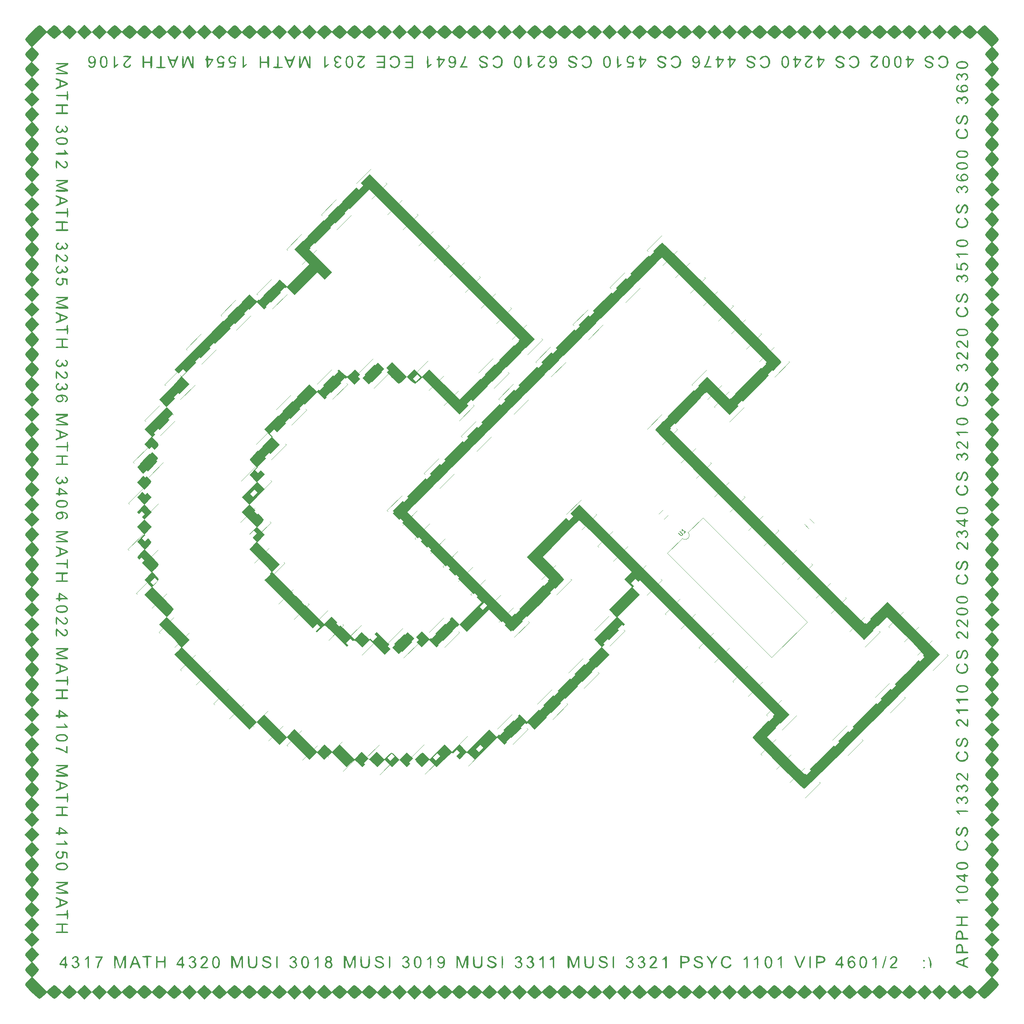
<source format=gbr>
%TF.GenerationSoftware,KiCad,Pcbnew,(6.0.10-0)*%
%TF.CreationDate,2023-02-19T18:45:33-05:00*%
%TF.ProjectId,Grad_Cap,47726164-5f43-4617-902e-6b696361645f,rev?*%
%TF.SameCoordinates,Original*%
%TF.FileFunction,Legend,Top*%
%TF.FilePolarity,Positive*%
%FSLAX46Y46*%
G04 Gerber Fmt 4.6, Leading zero omitted, Abs format (unit mm)*
G04 Created by KiCad (PCBNEW (6.0.10-0)) date 2023-02-19 18:45:33*
%MOMM*%
%LPD*%
G01*
G04 APERTURE LIST*
G04 Aperture macros list*
%AMRoundRect*
0 Rectangle with rounded corners*
0 $1 Rounding radius*
0 $2 $3 $4 $5 $6 $7 $8 $9 X,Y pos of 4 corners*
0 Add a 4 corners polygon primitive as box body*
4,1,4,$2,$3,$4,$5,$6,$7,$8,$9,$2,$3,0*
0 Add four circle primitives for the rounded corners*
1,1,$1+$1,$2,$3*
1,1,$1+$1,$4,$5*
1,1,$1+$1,$6,$7*
1,1,$1+$1,$8,$9*
0 Add four rect primitives between the rounded corners*
20,1,$1+$1,$2,$3,$4,$5,0*
20,1,$1+$1,$4,$5,$6,$7,0*
20,1,$1+$1,$6,$7,$8,$9,0*
20,1,$1+$1,$8,$9,$2,$3,0*%
%AMHorizOval*
0 Thick line with rounded ends*
0 $1 width*
0 $2 $3 position (X,Y) of the first rounded end (center of the circle)*
0 $4 $5 position (X,Y) of the second rounded end (center of the circle)*
0 Add line between two ends*
20,1,$1,$2,$3,$4,$5,0*
0 Add two circle primitives to create the rounded ends*
1,1,$1,$2,$3*
1,1,$1,$4,$5*%
%AMRotRect*
0 Rectangle, with rotation*
0 The origin of the aperture is its center*
0 $1 length*
0 $2 width*
0 $3 Rotation angle, in degrees counterclockwise*
0 Add horizontal line*
21,1,$1,$2,0,0,$3*%
G04 Aperture macros list end*
%ADD10C,0.150000*%
%ADD11C,0.120000*%
%ADD12RotRect,1.500000X1.000000X225.000000*%
%ADD13RotRect,1.500000X1.000000X45.000000*%
%ADD14RotRect,2.400000X1.600000X45.000000*%
%ADD15HorizOval,1.600000X0.282843X0.282843X-0.282843X-0.282843X0*%
%ADD16RoundRect,0.250000X0.167938X-0.751301X0.751301X-0.167938X-0.167938X0.751301X-0.751301X0.167938X0*%
%ADD17RoundRect,0.250000X-0.724784X-0.159099X-0.159099X-0.724784X0.724784X0.159099X0.159099X0.724784X0*%
G04 APERTURE END LIST*
D10*
%TO.C,U1*%
X230532085Y-195793119D02*
X231104505Y-196365539D01*
X231205520Y-196399211D01*
X231272864Y-196399211D01*
X231373879Y-196365539D01*
X231508566Y-196230852D01*
X231542238Y-196129837D01*
X231542238Y-196062493D01*
X231508566Y-195961478D01*
X230936146Y-195389058D01*
X232350360Y-195389058D02*
X231946299Y-195793119D01*
X232148329Y-195591089D02*
X231441223Y-194883982D01*
X231474894Y-195052341D01*
X231474894Y-195187028D01*
X231441223Y-195288043D01*
D11*
%TO.C,D50*%
X146726726Y-156186310D02*
X143191192Y-159721844D01*
X150290544Y-159580423D02*
X150516819Y-159806697D01*
X150516819Y-159806697D02*
X146896432Y-163427084D01*
%TO.C,D39*%
X144166999Y-118794504D02*
X147787386Y-115174117D01*
X147957092Y-122414891D02*
X151492626Y-118879357D01*
X144393274Y-119020778D02*
X144166999Y-118794504D01*
%TO.C,U1*%
X227880099Y-200633770D02*
X253109669Y-225863340D01*
X236450233Y-192063636D02*
X232872272Y-195641597D01*
X261679803Y-217293206D02*
X236450233Y-192063636D01*
X253109669Y-225863340D02*
X261679803Y-217293206D01*
X231458059Y-197055810D02*
X227880099Y-200633770D01*
X231458060Y-197055809D02*
G75*
G03*
X232872272Y-195641597I707106J707106D01*
G01*
%TO.C,D42*%
X171274751Y-122751577D02*
X167739217Y-126287111D01*
X174838569Y-126145690D02*
X175064844Y-126371964D01*
X175064844Y-126371964D02*
X171444457Y-129992351D01*
%TO.C,C1*%
X227097861Y-192464319D02*
X228103723Y-191458457D01*
X225810927Y-191177385D02*
X226816789Y-190171523D01*
%TO.C,D25*%
X118355481Y-237289620D02*
X118129206Y-237063346D01*
X118129206Y-237063346D02*
X121749593Y-233442959D01*
X121919299Y-240683733D02*
X125454833Y-237148199D01*
%TO.C,D74*%
X217764289Y-140025326D02*
X221299823Y-136489792D01*
X213974196Y-136404939D02*
X217594583Y-132784552D01*
X214200471Y-136631213D02*
X213974196Y-136404939D01*
%TO.C,D10*%
X255604483Y-243426600D02*
X259140017Y-239891066D01*
X251814390Y-239806213D02*
X255434777Y-236185826D01*
X252040665Y-240032487D02*
X251814390Y-239806213D01*
%TO.C,D6*%
X285428078Y-235658514D02*
X281807691Y-239278901D01*
X285201803Y-235432240D02*
X285428078Y-235658514D01*
X281637985Y-232038127D02*
X278102451Y-235573661D01*
%TO.C,D78*%
X250417359Y-147456583D02*
X250643634Y-147682857D01*
X250643634Y-147682857D02*
X247023247Y-151303244D01*
X246853541Y-144062470D02*
X243318007Y-147598004D01*
%TO.C,D76*%
X237083448Y-134122670D02*
X233463061Y-137743057D01*
X236857173Y-133896396D02*
X237083448Y-134122670D01*
X233293355Y-130502283D02*
X229757821Y-134037817D01*
%TO.C,D41*%
X167304344Y-118611468D02*
X167530619Y-118837742D01*
X167530619Y-118837742D02*
X163910232Y-122458129D01*
X163740526Y-115217355D02*
X160204992Y-118752889D01*
%TO.C,D13*%
X231115325Y-218937442D02*
X234650859Y-215401908D01*
X227325232Y-215317055D02*
X230945619Y-211696668D01*
X227551507Y-215543329D02*
X227325232Y-215317055D01*
%TO.C,D16*%
X207511039Y-226061188D02*
X203975505Y-229596722D01*
X211301132Y-229681575D02*
X207680745Y-233301962D01*
X211074857Y-229455301D02*
X211301132Y-229681575D01*
%TO.C,D30*%
X101300631Y-192190350D02*
X104836165Y-188654816D01*
X97736813Y-188796237D02*
X97510538Y-188569963D01*
X97510538Y-188569963D02*
X101130925Y-184949576D01*
%TO.C,R1*%
X262307244Y-192369485D02*
X263335468Y-193397709D01*
X261020310Y-193656419D02*
X262048534Y-194684643D01*
%TO.C,D44*%
X189920344Y-141227467D02*
X190146619Y-141453741D01*
X190146619Y-141453741D02*
X186526232Y-145074128D01*
X186356526Y-137833354D02*
X182820992Y-141368888D01*
%TO.C,D28*%
X103222406Y-213976451D02*
X106757940Y-210440917D01*
X99432313Y-210356064D02*
X103052700Y-206735677D01*
X99658588Y-210582338D02*
X99432313Y-210356064D01*
%TO.C,D27*%
X105154505Y-220029568D02*
X104928230Y-219803294D01*
X104928230Y-219803294D02*
X108548617Y-216182907D01*
X108718323Y-223423681D02*
X112253857Y-219888147D01*
%TO.C,D23*%
X139610404Y-250723659D02*
X143145938Y-247188125D01*
X136046586Y-247329546D02*
X135820311Y-247103272D01*
X135820311Y-247103272D02*
X139440698Y-243482885D01*
%TO.C,D4*%
X285144435Y-222040721D02*
X288679969Y-218505187D01*
X281580617Y-218646608D02*
X281354342Y-218420334D01*
X281354342Y-218420334D02*
X284974729Y-214799947D01*
%TO.C,D38*%
X135787784Y-127173720D02*
X139408171Y-123553333D01*
X139577877Y-130794107D02*
X143113411Y-127258573D01*
X136014059Y-127399994D02*
X135787784Y-127173720D01*
%TO.C,D65*%
X180535270Y-210852241D02*
X180308995Y-210625967D01*
X184099088Y-214246354D02*
X187634622Y-210710820D01*
X180308995Y-210625967D02*
X183929382Y-207005580D01*
%TO.C,D48*%
X166425024Y-157695842D02*
X170045411Y-154075455D01*
X166651299Y-157922116D02*
X166425024Y-157695842D01*
X170215117Y-161316229D02*
X173750651Y-157780695D01*
%TO.C,D2*%
X267346486Y-207948012D02*
X263810952Y-211483546D01*
X271136579Y-211568399D02*
X267516192Y-215188786D01*
X270910304Y-211342125D02*
X271136579Y-211568399D01*
%TO.C,D63*%
X204751909Y-207112141D02*
X201131522Y-210732528D01*
X200961816Y-203491754D02*
X197426282Y-207027288D01*
X204525634Y-206885867D02*
X204751909Y-207112141D01*
%TO.C,D51*%
X136827231Y-162408850D02*
X133291697Y-165944384D01*
X140391049Y-165802963D02*
X140617324Y-166029237D01*
X140617324Y-166029237D02*
X136996937Y-169649624D01*
%TO.C,D18*%
X190358750Y-239621375D02*
X186823216Y-243156909D01*
X193922568Y-243015488D02*
X194148843Y-243241762D01*
X194148843Y-243241762D02*
X190528456Y-246862149D01*
%TO.C,D77*%
X240073448Y-137282376D02*
X236537914Y-140817910D01*
X243863541Y-140902763D02*
X240243154Y-144523150D01*
X243637266Y-140676489D02*
X243863541Y-140902763D01*
%TO.C,D58*%
X153868505Y-218058154D02*
X150332971Y-221593688D01*
X157432323Y-221452267D02*
X157658598Y-221678541D01*
X157658598Y-221678541D02*
X154038211Y-225298928D01*
%TO.C,D62*%
X210559094Y-191140438D02*
X210785369Y-191366712D01*
X210785369Y-191366712D02*
X207164982Y-194987099D01*
X206995276Y-187746325D02*
X203459742Y-191281859D01*
%TO.C,D82*%
X230095040Y-170526861D02*
X230321315Y-170753135D01*
X226531222Y-167132748D02*
X222995688Y-170668282D01*
X230321315Y-170753135D02*
X226700928Y-174373522D01*
%TO.C,D29*%
X97420736Y-199759362D02*
X101041123Y-196138975D01*
X97647011Y-199985636D02*
X97420736Y-199759362D01*
X101210829Y-203379749D02*
X104746363Y-199844215D01*
%TO.C,D55*%
X131538073Y-199479630D02*
X128002539Y-203015164D01*
X135101891Y-202873743D02*
X135328166Y-203100017D01*
X135328166Y-203100017D02*
X131707779Y-206720404D01*
%TO.C,D33*%
X110101282Y-163525372D02*
X113636816Y-159989838D01*
X106311189Y-159904985D02*
X109931576Y-156284598D01*
X106537464Y-160131259D02*
X106311189Y-159904985D01*
%TO.C,G\u002A\u002A\u002A*%
G36*
X193762658Y-158123049D02*
G01*
X197174843Y-154712198D01*
X200490909Y-151400197D01*
X203692565Y-148205195D01*
X206761521Y-145145340D01*
X209679485Y-142238778D01*
X212428167Y-139503658D01*
X214989275Y-136958129D01*
X217344519Y-134620337D01*
X219475607Y-132508430D01*
X221364248Y-130640557D01*
X222992151Y-129034866D01*
X224341026Y-127709503D01*
X225392581Y-126682618D01*
X226128525Y-125972358D01*
X226530567Y-125596870D01*
X226603166Y-125539587D01*
X226824584Y-125716506D01*
X227373151Y-126224922D01*
X228215359Y-127031324D01*
X229317701Y-128102201D01*
X230646669Y-129404041D01*
X232168757Y-130903334D01*
X233850458Y-132566569D01*
X235658263Y-134360234D01*
X237558666Y-136250819D01*
X239518159Y-138204811D01*
X241503235Y-140188700D01*
X243480386Y-142168975D01*
X245416106Y-144112125D01*
X247276887Y-145984639D01*
X249029222Y-147753004D01*
X250639603Y-149383712D01*
X252074524Y-150843249D01*
X253300476Y-152098106D01*
X254283952Y-153114770D01*
X254991446Y-153859731D01*
X255389450Y-154299478D01*
X255466322Y-154406038D01*
X255290946Y-154641684D01*
X254792530Y-155195140D01*
X254012643Y-156023161D01*
X252992856Y-157082496D01*
X251774738Y-158329900D01*
X250399857Y-159722123D01*
X249181672Y-160944440D01*
X242897021Y-167225164D01*
X237331281Y-161676682D01*
X232934365Y-166250053D01*
X228537448Y-170823425D01*
X251943279Y-194235041D01*
X254829160Y-197119714D01*
X257616597Y-199902225D01*
X260283939Y-202561152D01*
X262809536Y-205075070D01*
X265171740Y-207422558D01*
X267348901Y-209582190D01*
X269319370Y-211532544D01*
X271061497Y-213252196D01*
X272553632Y-214719723D01*
X273774126Y-215913701D01*
X274701331Y-216812706D01*
X275313595Y-217395316D01*
X275589271Y-217640106D01*
X275601820Y-217646657D01*
X275864462Y-217474384D01*
X276415504Y-217000690D01*
X277183812Y-216290268D01*
X278098249Y-215407810D01*
X278490681Y-215019479D01*
X281126831Y-212392300D01*
X287474157Y-218739626D01*
X293821482Y-225086952D01*
X277531024Y-241378926D01*
X275129439Y-243777908D01*
X272828946Y-246070413D01*
X270655650Y-248230740D01*
X268635660Y-250233189D01*
X266795082Y-252052058D01*
X265160022Y-253661649D01*
X263756590Y-255036260D01*
X262610890Y-256150190D01*
X261749031Y-256977741D01*
X261197119Y-257493211D01*
X260981262Y-257670900D01*
X260981237Y-257670900D01*
X260744378Y-257495599D01*
X260190518Y-256997842D01*
X259363648Y-256219852D01*
X258307758Y-255203851D01*
X257066838Y-253992059D01*
X255684878Y-252626698D01*
X254630479Y-251575501D01*
X253181972Y-250118855D01*
X251856621Y-248772211D01*
X250696612Y-247579513D01*
X249744127Y-246584706D01*
X249041350Y-245831733D01*
X248630465Y-245364538D01*
X248539050Y-245229882D01*
X248711306Y-244968146D01*
X249184953Y-244417898D01*
X249895308Y-243650203D01*
X250777690Y-242736125D01*
X251166174Y-242343566D01*
X253793297Y-239707471D01*
X237506569Y-223419227D01*
X221219841Y-207130984D01*
X219437084Y-208913741D01*
X220316684Y-209821257D01*
X221196283Y-210728773D01*
X218520868Y-213413324D01*
X215845453Y-216097876D01*
X216725010Y-217005349D01*
X217604568Y-217912822D01*
X214855604Y-220670336D01*
X212106640Y-223427851D01*
X213003202Y-224324413D01*
X213899765Y-225220975D01*
X204812842Y-234305194D01*
X195725920Y-243389412D01*
X195042001Y-242576621D01*
X194547154Y-242066346D01*
X194145933Y-241783784D01*
X194064563Y-241763829D01*
X193786933Y-241936383D01*
X193222865Y-242410747D01*
X192444799Y-243121978D01*
X191525177Y-244005130D01*
X191141559Y-244384365D01*
X188512074Y-247004901D01*
X187604706Y-246125445D01*
X186697338Y-245245990D01*
X181328236Y-250596820D01*
X180477489Y-249772244D01*
X179915643Y-249278324D01*
X179479778Y-248983862D01*
X179366250Y-248947668D01*
X179039509Y-249118561D01*
X178539656Y-249545551D01*
X178366452Y-249719338D01*
X177627146Y-250491007D01*
X176830984Y-249719338D01*
X176290149Y-249244329D01*
X175882333Y-248972508D01*
X175796910Y-248947668D01*
X175522621Y-249117814D01*
X174981664Y-249574773D01*
X174265966Y-250238324D01*
X173824274Y-250669099D01*
X172089550Y-252390530D01*
X170286524Y-250642968D01*
X169388545Y-251513324D01*
X168490565Y-252383680D01*
X166694605Y-250642968D01*
X165796625Y-251513324D01*
X164898646Y-252383680D01*
X163102686Y-250642968D01*
X161306726Y-252383680D01*
X160408747Y-251513324D01*
X159510767Y-250642968D01*
X157714807Y-252383680D01*
X156816827Y-251513324D01*
X155918848Y-250642968D01*
X154122888Y-252383680D01*
X153276835Y-251563654D01*
X152723005Y-251072071D01*
X152303105Y-250779330D01*
X152198646Y-250743627D01*
X151889708Y-250908425D01*
X151376945Y-251325033D01*
X151116923Y-251567078D01*
X150267337Y-252390530D01*
X148478444Y-250615344D01*
X146689550Y-248840159D01*
X144886524Y-250587721D01*
X143988545Y-249717365D01*
X143090565Y-248847008D01*
X141285217Y-250596820D01*
X138600666Y-247921405D01*
X135916114Y-245245990D01*
X135007184Y-246126960D01*
X134098254Y-247007929D01*
X128610101Y-241519776D01*
X129491250Y-240610661D01*
X130372398Y-239701547D01*
X133079654Y-242400408D01*
X135786909Y-245099269D01*
X136744748Y-244141431D01*
X137702586Y-243183592D01*
X140469800Y-245942225D01*
X143237014Y-248700859D01*
X144113555Y-247796498D01*
X144990095Y-246892138D01*
X145912787Y-247793122D01*
X146835478Y-248694106D01*
X147711106Y-247790688D01*
X148586734Y-246887269D01*
X152218638Y-250494935D01*
X153094266Y-249591516D01*
X153969893Y-248688098D01*
X154892585Y-249589082D01*
X155815276Y-250490066D01*
X156688545Y-249589082D01*
X157561813Y-248688098D01*
X159409619Y-250492432D01*
X160149608Y-249720050D01*
X160670145Y-249236886D01*
X161072100Y-248967665D01*
X161150089Y-248947668D01*
X161477120Y-249113041D01*
X162001014Y-249530749D01*
X162256633Y-249767694D01*
X163102686Y-250587721D01*
X164000666Y-249717365D01*
X164898646Y-248847008D01*
X165796625Y-249717365D01*
X166694605Y-250587721D01*
X167540658Y-249767694D01*
X168101191Y-249275321D01*
X168535707Y-248982780D01*
X168647202Y-248947668D01*
X168973677Y-249118581D01*
X169473887Y-249545824D01*
X169650038Y-249722509D01*
X170392383Y-250497350D01*
X172209551Y-248692309D01*
X174026719Y-246887269D01*
X174902347Y-247790688D01*
X175777974Y-248694106D01*
X176700666Y-247793122D01*
X177623357Y-246892138D01*
X178499898Y-247796498D01*
X179376438Y-248700859D01*
X182088545Y-245997163D01*
X184800651Y-243293466D01*
X186560277Y-245108940D01*
X189322642Y-242355140D01*
X192085006Y-239601341D01*
X193904130Y-241364505D01*
X211963968Y-223304667D01*
X211082488Y-222395211D01*
X210201008Y-221485754D01*
X215551838Y-216116652D01*
X214672281Y-215209178D01*
X213792723Y-214301705D01*
X216546522Y-211539340D01*
X219300322Y-208776976D01*
X218395961Y-207900435D01*
X217491601Y-207023894D01*
X218386707Y-206107222D01*
X219281814Y-205190550D01*
X213062547Y-198975169D01*
X211589022Y-197510921D01*
X210223021Y-196169514D01*
X209008372Y-194992756D01*
X207988903Y-194022456D01*
X207208440Y-193300421D01*
X206710812Y-192868459D01*
X206546919Y-192759789D01*
X206293096Y-192937738D01*
X205739488Y-193437418D01*
X204938716Y-194207575D01*
X203943398Y-195196959D01*
X202806152Y-196354316D01*
X202003139Y-197185546D01*
X197755720Y-201611304D01*
X200313041Y-204181341D01*
X201232883Y-205122856D01*
X202005874Y-205946646D01*
X202566486Y-206580346D01*
X202849191Y-206951590D01*
X202870363Y-207005527D01*
X202694997Y-207240333D01*
X202196610Y-207793001D01*
X201416769Y-208620309D01*
X200397037Y-209679039D01*
X199178981Y-210925969D01*
X197804167Y-212317879D01*
X196585712Y-213540400D01*
X190301062Y-219821123D01*
X187537385Y-217066016D01*
X184773709Y-214310909D01*
X182088587Y-217005200D01*
X179403466Y-219699491D01*
X178505486Y-218801511D01*
X177607506Y-217903532D01*
X180294154Y-215207709D01*
X182980803Y-212511886D01*
X172080379Y-201609198D01*
X161180783Y-190707339D01*
X165027655Y-190707339D01*
X190296220Y-215975904D01*
X194786612Y-211491011D01*
X199277005Y-207006119D01*
X196584916Y-204305656D01*
X193892827Y-201605194D01*
X200242882Y-195258949D01*
X206592937Y-188912705D01*
X231989213Y-214309952D01*
X257385488Y-239707199D01*
X254697755Y-242404110D01*
X252010022Y-245101022D01*
X256493503Y-249590001D01*
X257732380Y-250825347D01*
X258850504Y-251930642D01*
X259797402Y-252856777D01*
X260522599Y-253554642D01*
X260975623Y-253975127D01*
X261107166Y-254078981D01*
X261304635Y-253901954D01*
X261836951Y-253389138D01*
X262676466Y-252567925D01*
X263795535Y-251465711D01*
X265166510Y-250109888D01*
X266761745Y-248527851D01*
X268553593Y-246746994D01*
X270514408Y-244794711D01*
X272616543Y-242698396D01*
X274832352Y-240485442D01*
X275541733Y-239776304D01*
X277786766Y-237528384D01*
X279923567Y-235382696D01*
X281924698Y-233367164D01*
X283762722Y-231509710D01*
X285410203Y-229838256D01*
X286839704Y-228380725D01*
X288023787Y-227165038D01*
X288935015Y-226219119D01*
X289545951Y-225570890D01*
X289829159Y-225248273D01*
X289846120Y-225218878D01*
X289671919Y-224973788D01*
X289182396Y-224420522D01*
X288427177Y-223611622D01*
X287455884Y-222599631D01*
X286318143Y-221437094D01*
X285423831Y-220536415D01*
X281001541Y-216108702D01*
X278238046Y-218863629D01*
X275474550Y-221618555D01*
X250204780Y-196349761D01*
X247206215Y-193349486D01*
X244308991Y-190447035D01*
X241533722Y-187663234D01*
X238901024Y-185018909D01*
X236431513Y-182534887D01*
X234145805Y-180231993D01*
X232064516Y-178131054D01*
X230208260Y-176252896D01*
X228597654Y-174618346D01*
X227253314Y-173248229D01*
X226195854Y-172163372D01*
X225445892Y-171384601D01*
X225024042Y-170932742D01*
X224935009Y-170821950D01*
X225110390Y-170585985D01*
X225608817Y-170032229D01*
X226388719Y-169203939D01*
X227408525Y-168144375D01*
X228626664Y-166896796D01*
X230001564Y-165504459D01*
X231219555Y-164282313D01*
X237504101Y-158001694D01*
X240201196Y-160689611D01*
X242898292Y-163377527D01*
X247386382Y-158889438D01*
X251874472Y-154401348D01*
X239237897Y-141766708D01*
X226601323Y-129132067D01*
X165027655Y-190707339D01*
X161180783Y-190707339D01*
X161179954Y-190706510D01*
X193762658Y-158123049D01*
G37*
G36*
X72831834Y-298312328D02*
G01*
X72559957Y-297907632D01*
X72535009Y-297823425D01*
X72699787Y-297514258D01*
X73116156Y-297001804D01*
X73355036Y-296745235D01*
X74175062Y-295899183D01*
X72434350Y-294103223D01*
X73304706Y-293205243D01*
X74175062Y-292307264D01*
X72434350Y-290511304D01*
X74175062Y-288715344D01*
X73355036Y-287869292D01*
X72863453Y-287315461D01*
X72570712Y-286895561D01*
X72535009Y-286791102D01*
X72699489Y-286478557D01*
X73112323Y-285970834D01*
X73306679Y-285762804D01*
X74078349Y-284966642D01*
X73306679Y-284227336D01*
X72822966Y-283699698D01*
X72554394Y-283282028D01*
X72535009Y-283199183D01*
X72706553Y-282853774D01*
X73134970Y-282342794D01*
X73306679Y-282171030D01*
X74078349Y-281431723D01*
X73306679Y-280635562D01*
X72831031Y-280089081D01*
X72559429Y-279669027D01*
X72535009Y-279578909D01*
X72705903Y-279252168D01*
X73132893Y-278752314D01*
X73306679Y-278579111D01*
X74078349Y-277839804D01*
X73306679Y-277043643D01*
X72831834Y-276504247D01*
X72559957Y-276099551D01*
X72535009Y-276015344D01*
X72699489Y-275702799D01*
X73112323Y-275195076D01*
X73306679Y-274987046D01*
X74078349Y-274190885D01*
X73306679Y-273451578D01*
X72823771Y-272931234D01*
X72554874Y-272529476D01*
X72535009Y-272451780D01*
X72700383Y-272124749D01*
X73118091Y-271600854D01*
X73355036Y-271345235D01*
X74175062Y-270499183D01*
X72434350Y-268703223D01*
X73304706Y-267805243D01*
X74175062Y-266907264D01*
X72434350Y-265111304D01*
X74175062Y-263315344D01*
X73355036Y-262469292D01*
X72862662Y-261908758D01*
X72570121Y-261474242D01*
X72535009Y-261362747D01*
X72705903Y-261036006D01*
X73132893Y-260536153D01*
X73306679Y-260362949D01*
X74078349Y-259623642D01*
X73306679Y-258827481D01*
X72831031Y-258281000D01*
X72559429Y-257860946D01*
X72535009Y-257770828D01*
X72705903Y-257444087D01*
X73132893Y-256944233D01*
X73306679Y-256771030D01*
X74078349Y-256031723D01*
X73306679Y-255235562D01*
X72831031Y-254689081D01*
X72559429Y-254269027D01*
X72535009Y-254178909D01*
X72705903Y-253852168D01*
X73132893Y-253352314D01*
X73306679Y-253179111D01*
X74078349Y-252439804D01*
X73306679Y-251643643D01*
X72831031Y-251097162D01*
X72559429Y-250677108D01*
X72535009Y-250586990D01*
X72705903Y-250260249D01*
X73132893Y-249760395D01*
X73306679Y-249587191D01*
X74078349Y-248847885D01*
X73306679Y-248051723D01*
X72831834Y-247512328D01*
X72559957Y-247107632D01*
X72535009Y-247023425D01*
X72699787Y-246714258D01*
X73116156Y-246201804D01*
X73355036Y-245945235D01*
X74175062Y-245099183D01*
X72434350Y-243303223D01*
X73304706Y-242405243D01*
X74175062Y-241507264D01*
X72434350Y-239711304D01*
X74175062Y-237915344D01*
X73355036Y-237069292D01*
X72862662Y-236508758D01*
X72570121Y-236074242D01*
X72535009Y-235962747D01*
X72705903Y-235636006D01*
X73132893Y-235136153D01*
X73306679Y-234962949D01*
X74078349Y-234223642D01*
X73306679Y-233427481D01*
X72831031Y-232881000D01*
X72559429Y-232460946D01*
X72535009Y-232370828D01*
X72705903Y-232044087D01*
X73132893Y-231544233D01*
X73306679Y-231371030D01*
X74078349Y-230631723D01*
X73306679Y-229835562D01*
X72831031Y-229289081D01*
X72559429Y-228869027D01*
X72535009Y-228778909D01*
X72705903Y-228452168D01*
X73132893Y-227952314D01*
X73306679Y-227779111D01*
X74078349Y-227039804D01*
X73306679Y-226243643D01*
X72831031Y-225697162D01*
X72559429Y-225277108D01*
X72535009Y-225186990D01*
X72705903Y-224860249D01*
X73132893Y-224360395D01*
X73306679Y-224187191D01*
X74078349Y-223447885D01*
X73306679Y-222651723D01*
X72831834Y-222112328D01*
X72559957Y-221707632D01*
X72535009Y-221623425D01*
X72699787Y-221314258D01*
X73116156Y-220801804D01*
X73355036Y-220545235D01*
X74175062Y-219699183D01*
X72434350Y-217903223D01*
X73304706Y-217005243D01*
X74175062Y-216107264D01*
X72434350Y-214311304D01*
X74175062Y-212515344D01*
X73355036Y-211669292D01*
X72862662Y-211108758D01*
X72570121Y-210674242D01*
X72535009Y-210562747D01*
X72705903Y-210236006D01*
X73132893Y-209736153D01*
X73306679Y-209562949D01*
X74078349Y-208823642D01*
X73306679Y-208027481D01*
X72831031Y-207481000D01*
X72559429Y-207060946D01*
X72535009Y-206970828D01*
X72705903Y-206644087D01*
X73132893Y-206144233D01*
X73306679Y-205971030D01*
X74078349Y-205231723D01*
X73306679Y-204435562D01*
X72831031Y-203889081D01*
X72559429Y-203469027D01*
X72535009Y-203378909D01*
X72705903Y-203052168D01*
X73132893Y-202552314D01*
X73306679Y-202379111D01*
X74078349Y-201639804D01*
X73306679Y-200843643D01*
X72831031Y-200297162D01*
X72559429Y-199877108D01*
X72535009Y-199786990D01*
X72705903Y-199460249D01*
X73132893Y-198960395D01*
X73306679Y-198787191D01*
X74078349Y-198047885D01*
X73306679Y-197251723D01*
X72831834Y-196712328D01*
X72559957Y-196307632D01*
X72535009Y-196223425D01*
X72699787Y-195914258D01*
X73116156Y-195401804D01*
X73355036Y-195145235D01*
X74175062Y-194299183D01*
X72434350Y-192503223D01*
X73304706Y-191605243D01*
X74175062Y-190707264D01*
X72434350Y-188911304D01*
X74175062Y-187115344D01*
X73355036Y-186269292D01*
X72862662Y-185708758D01*
X72570121Y-185274242D01*
X72535009Y-185162747D01*
X72705903Y-184836006D01*
X73132893Y-184336153D01*
X73306679Y-184162949D01*
X74078349Y-183423642D01*
X73306679Y-182627481D01*
X72831031Y-182081000D01*
X72559429Y-181660946D01*
X72535009Y-181570828D01*
X72705903Y-181244087D01*
X73132893Y-180744233D01*
X73306679Y-180571030D01*
X74078349Y-179831723D01*
X73306679Y-179035562D01*
X72831031Y-178489081D01*
X72559429Y-178069027D01*
X72535009Y-177978909D01*
X72705903Y-177652168D01*
X73132893Y-177152314D01*
X73306679Y-176979111D01*
X74078349Y-176239804D01*
X73306679Y-175443643D01*
X72831031Y-174897162D01*
X72559429Y-174477108D01*
X72535009Y-174386990D01*
X72705903Y-174060249D01*
X73132893Y-173560395D01*
X73306679Y-173387191D01*
X74078349Y-172647885D01*
X73306679Y-171851723D01*
X72831834Y-171312328D01*
X72559957Y-170907632D01*
X72535009Y-170823425D01*
X72699787Y-170514258D01*
X73116156Y-170001804D01*
X73355036Y-169745235D01*
X74175062Y-168899183D01*
X72434350Y-167103223D01*
X73304706Y-166205243D01*
X74175062Y-165307264D01*
X72434350Y-163511304D01*
X74175062Y-161715344D01*
X73355036Y-160869292D01*
X72862662Y-160308758D01*
X72570121Y-159874242D01*
X72535009Y-159762747D01*
X72705903Y-159436006D01*
X73132893Y-158936153D01*
X73306679Y-158762949D01*
X74078349Y-158023642D01*
X73306679Y-157227481D01*
X72831031Y-156681000D01*
X72559429Y-156260946D01*
X72535009Y-156170828D01*
X72705903Y-155844087D01*
X73132893Y-155344233D01*
X73306679Y-155171030D01*
X74078349Y-154431723D01*
X73306679Y-153635562D01*
X72831031Y-153089081D01*
X72559429Y-152669027D01*
X72535009Y-152578909D01*
X72705903Y-152252168D01*
X73132893Y-151752314D01*
X73306679Y-151579111D01*
X74078349Y-150839804D01*
X73306679Y-150043643D01*
X72831031Y-149497162D01*
X72559429Y-149077108D01*
X72535009Y-148986990D01*
X72705903Y-148660249D01*
X73132893Y-148160395D01*
X73306679Y-147987191D01*
X74078349Y-147247885D01*
X73306679Y-146451723D01*
X72831834Y-145912328D01*
X72559957Y-145507632D01*
X72535009Y-145423425D01*
X72699787Y-145114258D01*
X73116156Y-144601804D01*
X73355036Y-144345235D01*
X74175062Y-143499183D01*
X72434350Y-141703223D01*
X73304706Y-140805243D01*
X74175062Y-139907264D01*
X72434350Y-138111304D01*
X74175062Y-136315344D01*
X73355036Y-135469292D01*
X72862662Y-134908758D01*
X72570121Y-134474242D01*
X72535009Y-134362747D01*
X72705903Y-134036006D01*
X73132893Y-133536153D01*
X73306679Y-133362949D01*
X74078349Y-132623642D01*
X73306679Y-131827481D01*
X72831031Y-131281000D01*
X72559429Y-130860946D01*
X72535009Y-130770828D01*
X72705903Y-130444087D01*
X73132893Y-129944233D01*
X73306679Y-129771030D01*
X74078349Y-129031723D01*
X73306679Y-128235562D01*
X72831031Y-127689081D01*
X72559429Y-127269027D01*
X72535009Y-127178909D01*
X72705903Y-126852168D01*
X73132893Y-126352314D01*
X73306679Y-126179111D01*
X74078349Y-125439804D01*
X73306679Y-124643643D01*
X72831031Y-124097162D01*
X72559429Y-123677108D01*
X72535009Y-123586990D01*
X72705903Y-123260249D01*
X73132893Y-122760395D01*
X73306679Y-122587191D01*
X74078349Y-121847885D01*
X73306679Y-121051723D01*
X72831834Y-120512328D01*
X72559957Y-120107632D01*
X72535009Y-120023425D01*
X72699787Y-119714258D01*
X73116156Y-119201804D01*
X73355036Y-118945235D01*
X74175062Y-118099183D01*
X72434350Y-116303223D01*
X73304706Y-115405243D01*
X74175062Y-114507264D01*
X72434350Y-112711304D01*
X74175062Y-110915344D01*
X73355036Y-110069292D01*
X72862662Y-109508758D01*
X72570121Y-109074242D01*
X72535009Y-108962747D01*
X72705903Y-108636006D01*
X73132893Y-108136153D01*
X73306679Y-107962949D01*
X74078349Y-107223642D01*
X73306679Y-106427481D01*
X72831031Y-105881000D01*
X72559429Y-105460946D01*
X72535009Y-105370828D01*
X72705903Y-105044087D01*
X73132893Y-104544233D01*
X73306679Y-104371030D01*
X74078349Y-103631723D01*
X73306679Y-102835562D01*
X72831031Y-102289081D01*
X72559429Y-101869027D01*
X72535009Y-101778909D01*
X72705903Y-101452168D01*
X73132893Y-100952314D01*
X73306679Y-100779111D01*
X74078349Y-100039804D01*
X73306679Y-99243643D01*
X72831031Y-98697162D01*
X72559429Y-98277108D01*
X72535009Y-98186990D01*
X72705903Y-97860249D01*
X73132893Y-97360395D01*
X73306679Y-97187191D01*
X74078349Y-96447885D01*
X73306679Y-95651723D01*
X72831834Y-95112328D01*
X72559957Y-94707632D01*
X72535009Y-94623425D01*
X72699787Y-94314258D01*
X73116156Y-93801804D01*
X73355036Y-93545235D01*
X74175062Y-92699183D01*
X72434350Y-90903223D01*
X73304706Y-90005243D01*
X74175062Y-89107264D01*
X72434350Y-87311304D01*
X74175062Y-85515344D01*
X73355036Y-84669292D01*
X72862662Y-84108758D01*
X72570121Y-83674242D01*
X72535009Y-83562747D01*
X72705903Y-83236006D01*
X73132893Y-82736153D01*
X73306679Y-82562949D01*
X74078349Y-81823642D01*
X73306679Y-81027481D01*
X72831031Y-80481000D01*
X72559429Y-80060946D01*
X72535009Y-79970828D01*
X72705903Y-79644087D01*
X73132893Y-79144233D01*
X73306679Y-78971030D01*
X74078349Y-78231723D01*
X73306679Y-77435562D01*
X72831278Y-76891267D01*
X72559591Y-76475951D01*
X72535009Y-76387637D01*
X72710166Y-76091488D01*
X73166296Y-75558825D01*
X73799389Y-74892386D01*
X74505434Y-74194910D01*
X75180421Y-73569133D01*
X75720339Y-73117794D01*
X76021177Y-72943629D01*
X76021689Y-72943627D01*
X76351922Y-73114642D01*
X76853862Y-73541900D01*
X77026798Y-73715297D01*
X77766105Y-74486967D01*
X78562266Y-73715297D01*
X79101662Y-73240452D01*
X79506358Y-72968575D01*
X79590565Y-72943627D01*
X79903110Y-73108107D01*
X80410833Y-73520941D01*
X80618863Y-73715297D01*
X81415024Y-74486967D01*
X82154331Y-73715297D01*
X82674675Y-73232389D01*
X83076433Y-72963492D01*
X83154129Y-72943627D01*
X83481160Y-73109001D01*
X84005055Y-73526709D01*
X84260674Y-73763654D01*
X85106726Y-74583680D01*
X86902686Y-72842968D01*
X88698646Y-74583680D01*
X89596625Y-73713324D01*
X90494605Y-72842968D01*
X92290565Y-74583680D01*
X93136617Y-73763654D01*
X93697151Y-73271280D01*
X94131667Y-72978739D01*
X94243162Y-72943627D01*
X94569903Y-73114521D01*
X95069756Y-73541511D01*
X95242960Y-73715297D01*
X95982267Y-74486967D01*
X96778428Y-73715297D01*
X97317824Y-73240452D01*
X97722519Y-72968575D01*
X97806726Y-72943627D01*
X98119272Y-73108107D01*
X98626995Y-73520941D01*
X98835025Y-73715297D01*
X99631186Y-74486967D01*
X100370493Y-73715297D01*
X100985456Y-73149950D01*
X101459342Y-72998148D01*
X101954856Y-73259891D01*
X102426798Y-73715297D01*
X103166105Y-74486967D01*
X103962266Y-73715297D01*
X104508747Y-73239649D01*
X104928801Y-72968047D01*
X105018919Y-72943627D01*
X105345660Y-73114521D01*
X105845514Y-73541511D01*
X106018718Y-73715297D01*
X106758024Y-74486967D01*
X107554186Y-73715297D01*
X108093581Y-73240452D01*
X108498277Y-72968575D01*
X108582484Y-72943627D01*
X108891651Y-73108405D01*
X109404105Y-73524774D01*
X109660674Y-73763654D01*
X110506726Y-74583680D01*
X112302686Y-72842968D01*
X114098646Y-74583680D01*
X114996625Y-73713324D01*
X115894605Y-72842968D01*
X117690565Y-74583680D01*
X118536617Y-73763654D01*
X119090448Y-73272071D01*
X119510348Y-72979330D01*
X119614807Y-72943627D01*
X119927352Y-73108107D01*
X120435075Y-73520941D01*
X120643105Y-73715297D01*
X121439267Y-74486967D01*
X122178573Y-73715297D01*
X122793537Y-73149950D01*
X123267423Y-72998148D01*
X123762937Y-73259891D01*
X124234879Y-73715297D01*
X124974186Y-74486967D01*
X125770347Y-73715297D01*
X126316828Y-73239649D01*
X126736882Y-72968047D01*
X126827000Y-72943627D01*
X127153741Y-73114521D01*
X127653595Y-73541511D01*
X127826798Y-73715297D01*
X128566105Y-74486967D01*
X129362266Y-73715297D01*
X129908747Y-73239649D01*
X130328801Y-72968047D01*
X130418919Y-72943627D01*
X130745660Y-73114521D01*
X131245514Y-73541511D01*
X131418718Y-73715297D01*
X132158024Y-74486967D01*
X132954186Y-73715297D01*
X133493581Y-73240452D01*
X133898277Y-72968575D01*
X133982484Y-72943627D01*
X134291651Y-73108405D01*
X134804105Y-73524774D01*
X135060674Y-73763654D01*
X135906726Y-74583680D01*
X137702686Y-72842968D01*
X139498646Y-74583680D01*
X140396625Y-73713324D01*
X141294605Y-72842968D01*
X143090565Y-74583680D01*
X143936617Y-73763654D01*
X144497151Y-73271280D01*
X144931667Y-72978739D01*
X145043162Y-72943627D01*
X145369903Y-73114521D01*
X145869756Y-73541511D01*
X146042960Y-73715297D01*
X146782267Y-74486967D01*
X147578428Y-73715297D01*
X148124909Y-73239649D01*
X148544963Y-72968047D01*
X148635081Y-72943627D01*
X148961822Y-73114521D01*
X149461676Y-73541511D01*
X149634879Y-73715297D01*
X150374186Y-74486967D01*
X151170347Y-73715297D01*
X151716828Y-73239649D01*
X152136882Y-72968047D01*
X152227000Y-72943627D01*
X152553741Y-73114521D01*
X153053595Y-73541511D01*
X153226798Y-73715297D01*
X153966105Y-74486967D01*
X154762266Y-73715297D01*
X155308747Y-73239649D01*
X155728801Y-72968047D01*
X155818919Y-72943627D01*
X156145660Y-73114521D01*
X156645514Y-73541511D01*
X156818718Y-73715297D01*
X157558024Y-74486967D01*
X158354186Y-73715297D01*
X158893581Y-73240452D01*
X159298277Y-72968575D01*
X159382484Y-72943627D01*
X159691651Y-73108405D01*
X160204105Y-73524774D01*
X160460674Y-73763654D01*
X161306726Y-74583680D01*
X163102686Y-72842968D01*
X164898646Y-74583680D01*
X165796625Y-73713324D01*
X166694605Y-72842968D01*
X168490565Y-74583680D01*
X169336617Y-73763654D01*
X169897151Y-73271280D01*
X170331667Y-72978739D01*
X170443162Y-72943627D01*
X170769903Y-73114521D01*
X171269756Y-73541511D01*
X171442960Y-73715297D01*
X172182267Y-74486967D01*
X172978428Y-73715297D01*
X173524909Y-73239649D01*
X173944963Y-72968047D01*
X174035081Y-72943627D01*
X174361822Y-73114521D01*
X174861676Y-73541511D01*
X175034879Y-73715297D01*
X175774186Y-74486967D01*
X176570347Y-73715297D01*
X177116828Y-73239649D01*
X177536882Y-72968047D01*
X177627000Y-72943627D01*
X177953741Y-73114521D01*
X178453595Y-73541511D01*
X178626798Y-73715297D01*
X179366105Y-74486967D01*
X180162266Y-73715297D01*
X180708747Y-73239649D01*
X181128801Y-72968047D01*
X181218919Y-72943627D01*
X181545660Y-73114521D01*
X182045514Y-73541511D01*
X182218718Y-73715297D01*
X182958024Y-74486967D01*
X183754186Y-73715297D01*
X184293581Y-73240452D01*
X184698277Y-72968575D01*
X184782484Y-72943627D01*
X185091651Y-73108405D01*
X185604105Y-73524774D01*
X185860674Y-73763654D01*
X186706726Y-74583680D01*
X188502686Y-72842968D01*
X190298646Y-74583680D01*
X191196625Y-73713324D01*
X192094605Y-72842968D01*
X193890565Y-74583680D01*
X194736617Y-73763654D01*
X195297151Y-73271280D01*
X195731667Y-72978739D01*
X195843162Y-72943627D01*
X196169903Y-73114521D01*
X196669756Y-73541511D01*
X196842960Y-73715297D01*
X197582267Y-74486967D01*
X198378428Y-73715297D01*
X198924909Y-73239649D01*
X199344963Y-72968047D01*
X199435081Y-72943627D01*
X199761822Y-73114521D01*
X200261676Y-73541511D01*
X200434879Y-73715297D01*
X201174186Y-74486967D01*
X201970347Y-73715297D01*
X202516828Y-73239649D01*
X202936882Y-72968047D01*
X203027000Y-72943627D01*
X203353741Y-73114521D01*
X203853595Y-73541511D01*
X204026798Y-73715297D01*
X204766105Y-74486967D01*
X205562266Y-73715297D01*
X206108747Y-73239649D01*
X206528801Y-72968047D01*
X206618919Y-72943627D01*
X206945660Y-73114521D01*
X207445514Y-73541511D01*
X207618718Y-73715297D01*
X208358024Y-74486967D01*
X209154186Y-73715297D01*
X209693581Y-73240452D01*
X210098277Y-72968575D01*
X210182484Y-72943627D01*
X210491651Y-73108405D01*
X211004105Y-73524774D01*
X211260674Y-73763654D01*
X212106726Y-74583680D01*
X213902686Y-72842968D01*
X215698646Y-74583680D01*
X216596625Y-73713324D01*
X217494605Y-72842968D01*
X219290565Y-74583680D01*
X220136617Y-73763654D01*
X220697151Y-73271280D01*
X221131667Y-72978739D01*
X221243162Y-72943627D01*
X221569903Y-73114521D01*
X222069756Y-73541511D01*
X222242960Y-73715297D01*
X222982267Y-74486967D01*
X223778428Y-73715297D01*
X224324909Y-73239649D01*
X224744963Y-72968047D01*
X224835081Y-72943627D01*
X225161822Y-73114521D01*
X225661676Y-73541511D01*
X225834879Y-73715297D01*
X226574186Y-74486967D01*
X227370347Y-73715297D01*
X227916828Y-73239649D01*
X228336882Y-72968047D01*
X228427000Y-72943627D01*
X228753741Y-73114521D01*
X229253595Y-73541511D01*
X229426798Y-73715297D01*
X230166105Y-74486967D01*
X230962266Y-73715297D01*
X231508747Y-73239649D01*
X231928801Y-72968047D01*
X232018919Y-72943627D01*
X232345660Y-73114521D01*
X232845514Y-73541511D01*
X233018718Y-73715297D01*
X233758024Y-74486967D01*
X234554186Y-73715297D01*
X235093581Y-73240452D01*
X235498277Y-72968575D01*
X235582484Y-72943627D01*
X235891651Y-73108405D01*
X236404105Y-73524774D01*
X236660674Y-73763654D01*
X237506726Y-74583680D01*
X239302686Y-72842968D01*
X241098646Y-74583680D01*
X241996625Y-73713324D01*
X242894605Y-72842968D01*
X244690565Y-74583680D01*
X245536617Y-73763654D01*
X246097151Y-73271280D01*
X246531667Y-72978739D01*
X246643162Y-72943627D01*
X246969903Y-73114521D01*
X247469756Y-73541511D01*
X247642960Y-73715297D01*
X248382267Y-74486967D01*
X249178428Y-73715297D01*
X249724909Y-73239649D01*
X250144963Y-72968047D01*
X250235081Y-72943627D01*
X250561822Y-73114521D01*
X251061676Y-73541511D01*
X251234879Y-73715297D01*
X251974186Y-74486967D01*
X252770347Y-73715297D01*
X253316828Y-73239649D01*
X253736882Y-72968047D01*
X253827000Y-72943627D01*
X254153741Y-73114521D01*
X254653595Y-73541511D01*
X254826798Y-73715297D01*
X255566105Y-74486967D01*
X256362266Y-73715297D01*
X256908747Y-73239649D01*
X257328801Y-72968047D01*
X257418919Y-72943627D01*
X257745660Y-73114521D01*
X258245514Y-73541511D01*
X258418718Y-73715297D01*
X259158024Y-74486967D01*
X259954186Y-73715297D01*
X260493581Y-73240452D01*
X260898277Y-72968575D01*
X260982484Y-72943627D01*
X261291651Y-73108405D01*
X261804105Y-73524774D01*
X262060674Y-73763654D01*
X262906726Y-74583680D01*
X264702686Y-72842968D01*
X266498646Y-74583680D01*
X267396625Y-73713324D01*
X268294605Y-72842968D01*
X270090565Y-74583680D01*
X270936617Y-73763654D01*
X271497151Y-73271280D01*
X271931667Y-72978739D01*
X272043162Y-72943627D01*
X272369903Y-73114521D01*
X272869756Y-73541511D01*
X273042960Y-73715297D01*
X273782267Y-74486967D01*
X274578428Y-73715297D01*
X275124909Y-73239649D01*
X275544963Y-72968047D01*
X275635081Y-72943627D01*
X275961822Y-73114521D01*
X276461676Y-73541511D01*
X276634879Y-73715297D01*
X277374186Y-74486967D01*
X278170347Y-73715297D01*
X278716828Y-73239649D01*
X279136882Y-72968047D01*
X279227000Y-72943627D01*
X279553741Y-73114521D01*
X280053595Y-73541511D01*
X280226798Y-73715297D01*
X280966105Y-74486967D01*
X281762266Y-73715297D01*
X282308747Y-73239649D01*
X282728801Y-72968047D01*
X282818919Y-72943627D01*
X283145660Y-73114521D01*
X283645514Y-73541511D01*
X283818718Y-73715297D01*
X284558024Y-74486967D01*
X285354186Y-73715297D01*
X285893581Y-73240452D01*
X286298277Y-72968575D01*
X286382484Y-72943627D01*
X286691651Y-73108405D01*
X287204105Y-73524774D01*
X287460674Y-73763654D01*
X288306726Y-74583680D01*
X290102686Y-72842968D01*
X291898646Y-74583680D01*
X292796625Y-73713324D01*
X293694605Y-72842968D01*
X295490565Y-74583680D01*
X296336617Y-73763654D01*
X296897151Y-73271280D01*
X297331667Y-72978739D01*
X297443162Y-72943627D01*
X297769903Y-73114521D01*
X298269756Y-73541511D01*
X298442960Y-73715297D01*
X299182267Y-74486967D01*
X299978428Y-73715297D01*
X300524909Y-73239649D01*
X300944963Y-72968047D01*
X301035081Y-72943627D01*
X301361822Y-73114521D01*
X301861676Y-73541511D01*
X302034879Y-73715297D01*
X302774186Y-74486967D01*
X303570347Y-73715297D01*
X304114642Y-73239896D01*
X304529958Y-72968209D01*
X304618272Y-72943627D01*
X304914421Y-73118784D01*
X305447084Y-73574914D01*
X306113523Y-74208007D01*
X306810999Y-74914052D01*
X307436776Y-75589039D01*
X307888115Y-76128957D01*
X308062280Y-76429795D01*
X308062282Y-76430307D01*
X307891267Y-76760540D01*
X307464009Y-77262480D01*
X307290612Y-77435416D01*
X306518942Y-78174723D01*
X307290612Y-78970884D01*
X307766260Y-79517365D01*
X308037862Y-79937419D01*
X308062282Y-80027537D01*
X307891388Y-80354278D01*
X307464398Y-80854132D01*
X307290612Y-81027336D01*
X306518942Y-81766642D01*
X307290612Y-82562804D01*
X307765457Y-83102199D01*
X308037334Y-83506895D01*
X308062282Y-83591102D01*
X307897504Y-83900269D01*
X307481135Y-84412723D01*
X307242255Y-84669292D01*
X306422229Y-85515344D01*
X308162941Y-87311304D01*
X306422229Y-89107264D01*
X307292585Y-90005243D01*
X308162941Y-90903223D01*
X306422229Y-92699183D01*
X307242255Y-93545235D01*
X307734629Y-94105769D01*
X308027170Y-94540285D01*
X308062282Y-94651780D01*
X307891388Y-94978521D01*
X307464398Y-95478374D01*
X307290612Y-95651578D01*
X306518942Y-96390885D01*
X307290612Y-97187046D01*
X307766260Y-97733527D01*
X308037862Y-98153581D01*
X308062282Y-98243699D01*
X307891388Y-98570440D01*
X307464398Y-99070294D01*
X307290612Y-99243497D01*
X306518942Y-99982804D01*
X307290612Y-100778965D01*
X307766260Y-101325446D01*
X308037862Y-101745500D01*
X308062282Y-101835618D01*
X307891388Y-102162359D01*
X307464398Y-102662213D01*
X307290612Y-102835416D01*
X306518942Y-103574723D01*
X307290612Y-104370884D01*
X307766260Y-104917365D01*
X308037862Y-105337419D01*
X308062282Y-105427537D01*
X307891388Y-105754278D01*
X307464398Y-106254132D01*
X307290612Y-106427336D01*
X306518942Y-107166642D01*
X307290612Y-107962804D01*
X307765457Y-108502199D01*
X308037334Y-108906895D01*
X308062282Y-108991102D01*
X307897504Y-109300269D01*
X307481135Y-109812723D01*
X307242255Y-110069292D01*
X306422229Y-110915344D01*
X308162941Y-112711304D01*
X306422229Y-114507264D01*
X307292585Y-115405243D01*
X308162941Y-116303223D01*
X306422229Y-118099183D01*
X307242255Y-118945235D01*
X307734629Y-119505769D01*
X308027170Y-119940285D01*
X308062282Y-120051780D01*
X307891388Y-120378521D01*
X307464398Y-120878374D01*
X307290612Y-121051578D01*
X306518942Y-121790885D01*
X307290612Y-122587046D01*
X307766260Y-123133527D01*
X308037862Y-123553581D01*
X308062282Y-123643699D01*
X307891388Y-123970440D01*
X307464398Y-124470294D01*
X307290612Y-124643497D01*
X306518942Y-125382804D01*
X307290612Y-126178965D01*
X307766260Y-126725446D01*
X308037862Y-127145500D01*
X308062282Y-127235618D01*
X307891388Y-127562359D01*
X307464398Y-128062213D01*
X307290612Y-128235416D01*
X306518942Y-128974723D01*
X307290612Y-129770884D01*
X307766260Y-130317365D01*
X308037862Y-130737419D01*
X308062282Y-130827537D01*
X307891388Y-131154278D01*
X307464398Y-131654132D01*
X307290612Y-131827336D01*
X306518942Y-132566642D01*
X307290612Y-133362804D01*
X307765457Y-133902199D01*
X308037334Y-134306895D01*
X308062282Y-134391102D01*
X307897504Y-134700269D01*
X307481135Y-135212723D01*
X307242255Y-135469292D01*
X306422229Y-136315344D01*
X308162941Y-138111304D01*
X306422229Y-139907264D01*
X307292585Y-140805243D01*
X308162941Y-141703223D01*
X306422229Y-143499183D01*
X307242255Y-144345235D01*
X307734629Y-144905769D01*
X308027170Y-145340285D01*
X308062282Y-145451780D01*
X307891388Y-145778521D01*
X307464398Y-146278374D01*
X307290612Y-146451578D01*
X306518942Y-147190885D01*
X307290612Y-147987046D01*
X307766260Y-148533527D01*
X308037862Y-148953581D01*
X308062282Y-149043699D01*
X307891388Y-149370440D01*
X307464398Y-149870294D01*
X307290612Y-150043497D01*
X306518942Y-150782804D01*
X307290612Y-151578965D01*
X307766260Y-152125446D01*
X308037862Y-152545500D01*
X308062282Y-152635618D01*
X307891388Y-152962359D01*
X307464398Y-153462213D01*
X307290612Y-153635416D01*
X306518942Y-154374723D01*
X307290612Y-155170884D01*
X307766260Y-155717365D01*
X308037862Y-156137419D01*
X308062282Y-156227537D01*
X307891388Y-156554278D01*
X307464398Y-157054132D01*
X307290612Y-157227336D01*
X306518942Y-157966642D01*
X307290612Y-158762804D01*
X307765457Y-159302199D01*
X308037334Y-159706895D01*
X308062282Y-159791102D01*
X307897504Y-160100269D01*
X307481135Y-160612723D01*
X307242255Y-160869292D01*
X306422229Y-161715344D01*
X308162941Y-163511304D01*
X306422229Y-165307264D01*
X307292585Y-166205243D01*
X308162941Y-167103223D01*
X306422229Y-168899183D01*
X307242255Y-169745235D01*
X307734629Y-170305769D01*
X308027170Y-170740285D01*
X308062282Y-170851780D01*
X307891388Y-171178521D01*
X307464398Y-171678374D01*
X307290612Y-171851578D01*
X306518942Y-172590885D01*
X307290612Y-173387046D01*
X307766260Y-173933527D01*
X308037862Y-174353581D01*
X308062282Y-174443699D01*
X307891388Y-174770440D01*
X307464398Y-175270294D01*
X307290612Y-175443497D01*
X306518942Y-176182804D01*
X307290612Y-176978965D01*
X307766260Y-177525446D01*
X308037862Y-177945500D01*
X308062282Y-178035618D01*
X307891388Y-178362359D01*
X307464398Y-178862213D01*
X307290612Y-179035416D01*
X306518942Y-179774723D01*
X307290612Y-180570884D01*
X307766260Y-181117365D01*
X308037862Y-181537419D01*
X308062282Y-181627537D01*
X307891388Y-181954278D01*
X307464398Y-182454132D01*
X307290612Y-182627336D01*
X306518942Y-183366642D01*
X307290612Y-184162804D01*
X307765457Y-184702199D01*
X308037334Y-185106895D01*
X308062282Y-185191102D01*
X307897504Y-185500269D01*
X307481135Y-186012723D01*
X307242255Y-186269292D01*
X306422229Y-187115344D01*
X308162941Y-188911304D01*
X306422229Y-190707264D01*
X307292585Y-191605243D01*
X308162941Y-192503223D01*
X306422229Y-194299183D01*
X307242255Y-195145235D01*
X307734629Y-195705769D01*
X308027170Y-196140285D01*
X308062282Y-196251780D01*
X307891388Y-196578521D01*
X307464398Y-197078374D01*
X307290612Y-197251578D01*
X306518942Y-197990885D01*
X307290612Y-198787046D01*
X307766260Y-199333527D01*
X308037862Y-199753581D01*
X308062282Y-199843699D01*
X307891388Y-200170440D01*
X307464398Y-200670294D01*
X307290612Y-200843497D01*
X306518942Y-201582804D01*
X307290612Y-202378965D01*
X307766260Y-202925446D01*
X308037862Y-203345500D01*
X308062282Y-203435618D01*
X307891388Y-203762359D01*
X307464398Y-204262213D01*
X307290612Y-204435416D01*
X306518942Y-205174723D01*
X307290612Y-205970884D01*
X307766260Y-206517365D01*
X308037862Y-206937419D01*
X308062282Y-207027537D01*
X307891388Y-207354278D01*
X307464398Y-207854132D01*
X307290612Y-208027336D01*
X306518942Y-208766642D01*
X307290612Y-209562804D01*
X307765457Y-210102199D01*
X308037334Y-210506895D01*
X308062282Y-210591102D01*
X307897504Y-210900269D01*
X307481135Y-211412723D01*
X307242255Y-211669292D01*
X306422229Y-212515344D01*
X308162941Y-214311304D01*
X306422229Y-216107264D01*
X307292585Y-217005243D01*
X308162941Y-217903223D01*
X306422229Y-219699183D01*
X307242255Y-220545235D01*
X307734629Y-221105769D01*
X308027170Y-221540285D01*
X308062282Y-221651780D01*
X307891388Y-221978521D01*
X307464398Y-222478374D01*
X307290612Y-222651578D01*
X306518942Y-223390885D01*
X307290612Y-224187046D01*
X307766260Y-224733527D01*
X308037862Y-225153581D01*
X308062282Y-225243699D01*
X307891388Y-225570440D01*
X307464398Y-226070294D01*
X307290612Y-226243497D01*
X306518942Y-226982804D01*
X307290612Y-227778965D01*
X307766260Y-228325446D01*
X308037862Y-228745500D01*
X308062282Y-228835618D01*
X307891388Y-229162359D01*
X307464398Y-229662213D01*
X307290612Y-229835416D01*
X306518942Y-230574723D01*
X307290612Y-231370884D01*
X307766260Y-231917365D01*
X308037862Y-232337419D01*
X308062282Y-232427537D01*
X307891388Y-232754278D01*
X307464398Y-233254132D01*
X307290612Y-233427336D01*
X306518942Y-234166642D01*
X307290612Y-234962804D01*
X307765457Y-235502199D01*
X308037334Y-235906895D01*
X308062282Y-235991102D01*
X307897504Y-236300269D01*
X307481135Y-236812723D01*
X307242255Y-237069292D01*
X306422229Y-237915344D01*
X308162941Y-239711304D01*
X306422229Y-241507264D01*
X307292585Y-242405243D01*
X308162941Y-243303223D01*
X306422229Y-245099183D01*
X307242255Y-245945235D01*
X307734629Y-246505769D01*
X308027170Y-246940285D01*
X308062282Y-247051780D01*
X307891388Y-247378521D01*
X307464398Y-247878374D01*
X307290612Y-248051578D01*
X306518942Y-248790885D01*
X307290612Y-249587046D01*
X307766260Y-250133527D01*
X308037862Y-250553581D01*
X308062282Y-250643699D01*
X307891388Y-250970440D01*
X307464398Y-251470294D01*
X307290612Y-251643497D01*
X306518942Y-252382804D01*
X307290612Y-253178965D01*
X307766260Y-253725446D01*
X308037862Y-254145500D01*
X308062282Y-254235618D01*
X307891388Y-254562359D01*
X307464398Y-255062213D01*
X307290612Y-255235416D01*
X306518942Y-255974723D01*
X307290612Y-256770884D01*
X307766260Y-257317365D01*
X308037862Y-257737419D01*
X308062282Y-257827537D01*
X307891388Y-258154278D01*
X307464398Y-258654132D01*
X307290612Y-258827336D01*
X306518942Y-259566642D01*
X307290612Y-260362804D01*
X307765457Y-260902199D01*
X308037334Y-261306895D01*
X308062282Y-261391102D01*
X307897504Y-261700269D01*
X307481135Y-262212723D01*
X307242255Y-262469292D01*
X306422229Y-263315344D01*
X308162941Y-265111304D01*
X306422229Y-266907264D01*
X307292585Y-267805243D01*
X308162941Y-268703223D01*
X306422229Y-270499183D01*
X307242255Y-271345235D01*
X307734629Y-271905769D01*
X308027170Y-272340285D01*
X308062282Y-272451780D01*
X307891388Y-272778521D01*
X307464398Y-273278374D01*
X307290612Y-273451578D01*
X306518942Y-274190885D01*
X307290612Y-274987046D01*
X307766260Y-275533527D01*
X308037862Y-275953581D01*
X308062282Y-276043699D01*
X307891388Y-276370440D01*
X307464398Y-276870294D01*
X307290612Y-277043497D01*
X306518942Y-277782804D01*
X307290612Y-278578965D01*
X307766260Y-279125446D01*
X308037862Y-279545500D01*
X308062282Y-279635618D01*
X307891388Y-279962359D01*
X307464398Y-280462213D01*
X307290612Y-280635416D01*
X306518942Y-281374723D01*
X307290612Y-282170884D01*
X307766260Y-282717365D01*
X308037862Y-283137419D01*
X308062282Y-283227537D01*
X307891388Y-283554278D01*
X307464398Y-284054132D01*
X307290612Y-284227336D01*
X306518942Y-284966642D01*
X307290612Y-285762804D01*
X307765457Y-286302199D01*
X308037334Y-286706895D01*
X308062282Y-286791102D01*
X307897504Y-287100269D01*
X307481135Y-287612723D01*
X307242255Y-287869292D01*
X306422229Y-288715344D01*
X308162941Y-290511304D01*
X306422229Y-292307264D01*
X307292585Y-293205243D01*
X308162941Y-294103223D01*
X306422229Y-295899183D01*
X307242255Y-296745235D01*
X307733838Y-297299066D01*
X308026579Y-297718966D01*
X308062282Y-297823425D01*
X307897802Y-298135970D01*
X307484968Y-298643693D01*
X307290612Y-298851723D01*
X306518942Y-299647885D01*
X307290612Y-300387191D01*
X307774325Y-300914829D01*
X308042897Y-301332499D01*
X308062282Y-301415344D01*
X307890738Y-301760753D01*
X307462321Y-302271733D01*
X307290612Y-302443497D01*
X306518942Y-303182804D01*
X307290612Y-303978965D01*
X307766013Y-304523260D01*
X308037700Y-304938576D01*
X308062282Y-305026890D01*
X307887125Y-305323039D01*
X307430995Y-305855702D01*
X306797902Y-306522141D01*
X306091857Y-307219617D01*
X305416870Y-307845394D01*
X304876952Y-308296733D01*
X304576114Y-308470898D01*
X304575602Y-308470900D01*
X304245369Y-308299885D01*
X303743429Y-307872627D01*
X303570493Y-307699230D01*
X302831186Y-306927560D01*
X302035025Y-307699230D01*
X301488544Y-308174878D01*
X301068490Y-308446480D01*
X300978372Y-308470900D01*
X300651631Y-308300006D01*
X300151777Y-307873016D01*
X299978573Y-307699230D01*
X299239267Y-306927560D01*
X298443105Y-307699230D01*
X297903710Y-308174075D01*
X297499014Y-308445952D01*
X297414807Y-308470900D01*
X297105640Y-308306122D01*
X296593186Y-307889753D01*
X296336617Y-307650873D01*
X295490565Y-306830847D01*
X293694605Y-308571559D01*
X292796625Y-307701203D01*
X291898646Y-306830847D01*
X290102686Y-308571559D01*
X288306726Y-306830847D01*
X287460674Y-307650873D01*
X286900140Y-308143247D01*
X286465624Y-308435788D01*
X286354129Y-308470900D01*
X286027388Y-308300006D01*
X285527535Y-307873016D01*
X285354331Y-307699230D01*
X284615024Y-306927560D01*
X283818863Y-307699230D01*
X283272382Y-308174878D01*
X282852328Y-308446480D01*
X282762210Y-308470900D01*
X282435469Y-308300006D01*
X281935615Y-307873016D01*
X281762412Y-307699230D01*
X281023105Y-306927560D01*
X280226944Y-307699230D01*
X279680463Y-308174878D01*
X279260409Y-308446480D01*
X279170291Y-308470900D01*
X278843550Y-308300006D01*
X278343696Y-307873016D01*
X278170493Y-307699230D01*
X277431186Y-306927560D01*
X276635025Y-307699230D01*
X276088544Y-308174878D01*
X275668490Y-308446480D01*
X275578372Y-308470900D01*
X275251631Y-308300006D01*
X274751777Y-307873016D01*
X274578573Y-307699230D01*
X273839267Y-306927560D01*
X273043105Y-307699230D01*
X272503710Y-308174075D01*
X272099014Y-308445952D01*
X272014807Y-308470900D01*
X271705640Y-308306122D01*
X271193186Y-307889753D01*
X270936617Y-307650873D01*
X270090565Y-306830847D01*
X268294605Y-308571559D01*
X267396625Y-307701203D01*
X266498646Y-306830847D01*
X264702686Y-308571559D01*
X262906726Y-306830847D01*
X262060674Y-307650873D01*
X261500140Y-308143247D01*
X261065624Y-308435788D01*
X260954129Y-308470900D01*
X260627388Y-308300006D01*
X260127535Y-307873016D01*
X259954331Y-307699230D01*
X259215024Y-306927560D01*
X258418863Y-307699230D01*
X257872382Y-308174878D01*
X257452328Y-308446480D01*
X257362210Y-308470900D01*
X257035469Y-308300006D01*
X256535615Y-307873016D01*
X256362412Y-307699230D01*
X255623105Y-306927560D01*
X254826944Y-307699230D01*
X254280463Y-308174878D01*
X253860409Y-308446480D01*
X253770291Y-308470900D01*
X253443550Y-308300006D01*
X252943696Y-307873016D01*
X252770493Y-307699230D01*
X252031186Y-306927560D01*
X251235025Y-307699230D01*
X250688544Y-308174878D01*
X250268490Y-308446480D01*
X250178372Y-308470900D01*
X249851631Y-308300006D01*
X249351777Y-307873016D01*
X249178573Y-307699230D01*
X248439267Y-306927560D01*
X247643105Y-307699230D01*
X247103710Y-308174075D01*
X246699014Y-308445952D01*
X246614807Y-308470900D01*
X246305640Y-308306122D01*
X245793186Y-307889753D01*
X245536617Y-307650873D01*
X244690565Y-306830847D01*
X242894605Y-308571559D01*
X241996625Y-307701203D01*
X241098646Y-306830847D01*
X239302686Y-308571559D01*
X237506726Y-306830847D01*
X236660674Y-307650873D01*
X236100140Y-308143247D01*
X235665624Y-308435788D01*
X235554129Y-308470900D01*
X235227388Y-308300006D01*
X234727535Y-307873016D01*
X234554331Y-307699230D01*
X233815024Y-306927560D01*
X233018863Y-307699230D01*
X232472382Y-308174878D01*
X232052328Y-308446480D01*
X231962210Y-308470900D01*
X231635469Y-308300006D01*
X231135615Y-307873016D01*
X230962412Y-307699230D01*
X230223105Y-306927560D01*
X229426944Y-307699230D01*
X228880463Y-308174878D01*
X228460409Y-308446480D01*
X228370291Y-308470900D01*
X228043550Y-308300006D01*
X227543696Y-307873016D01*
X227370493Y-307699230D01*
X226631186Y-306927560D01*
X225835025Y-307699230D01*
X225288544Y-308174878D01*
X224868490Y-308446480D01*
X224778372Y-308470900D01*
X224451631Y-308300006D01*
X223951777Y-307873016D01*
X223778573Y-307699230D01*
X223039267Y-306927560D01*
X222243105Y-307699230D01*
X221703710Y-308174075D01*
X221299014Y-308445952D01*
X221214807Y-308470900D01*
X220905640Y-308306122D01*
X220393186Y-307889753D01*
X220136617Y-307650873D01*
X219290565Y-306830847D01*
X217494605Y-308571559D01*
X216596625Y-307701203D01*
X215698646Y-306830847D01*
X213902686Y-308571559D01*
X212106726Y-306830847D01*
X211260674Y-307650873D01*
X210700140Y-308143247D01*
X210265624Y-308435788D01*
X210154129Y-308470900D01*
X209827388Y-308300006D01*
X209327535Y-307873016D01*
X209154331Y-307699230D01*
X208415024Y-306927560D01*
X207618863Y-307699230D01*
X207072382Y-308174878D01*
X206652328Y-308446480D01*
X206562210Y-308470900D01*
X206235469Y-308300006D01*
X205735615Y-307873016D01*
X205562412Y-307699230D01*
X204823105Y-306927560D01*
X204026944Y-307699230D01*
X203480463Y-308174878D01*
X203060409Y-308446480D01*
X202970291Y-308470900D01*
X202643550Y-308300006D01*
X202143696Y-307873016D01*
X201970493Y-307699230D01*
X201231186Y-306927560D01*
X200435025Y-307699230D01*
X199888544Y-308174878D01*
X199468490Y-308446480D01*
X199378372Y-308470900D01*
X199051631Y-308300006D01*
X198551777Y-307873016D01*
X198378573Y-307699230D01*
X197639267Y-306927560D01*
X196843105Y-307699230D01*
X196303710Y-308174075D01*
X195899014Y-308445952D01*
X195814807Y-308470900D01*
X195505640Y-308306122D01*
X194993186Y-307889753D01*
X194736617Y-307650873D01*
X193890565Y-306830847D01*
X192094605Y-308571559D01*
X191196625Y-307701203D01*
X190298646Y-306830847D01*
X188502686Y-308571559D01*
X186706726Y-306830847D01*
X185860674Y-307650873D01*
X185300140Y-308143247D01*
X184865624Y-308435788D01*
X184754129Y-308470900D01*
X184427388Y-308300006D01*
X183927535Y-307873016D01*
X183754331Y-307699230D01*
X183015024Y-306927560D01*
X182218863Y-307699230D01*
X181672382Y-308174878D01*
X181252328Y-308446480D01*
X181162210Y-308470900D01*
X180835469Y-308300006D01*
X180335615Y-307873016D01*
X180162412Y-307699230D01*
X179423105Y-306927560D01*
X178626944Y-307699230D01*
X178080463Y-308174878D01*
X177660409Y-308446480D01*
X177570291Y-308470900D01*
X177243550Y-308300006D01*
X176743696Y-307873016D01*
X176570493Y-307699230D01*
X175831186Y-306927560D01*
X175035025Y-307699230D01*
X174488544Y-308174878D01*
X174068490Y-308446480D01*
X173978372Y-308470900D01*
X173651631Y-308300006D01*
X173151777Y-307873016D01*
X172978573Y-307699230D01*
X172239267Y-306927560D01*
X171443105Y-307699230D01*
X170903710Y-308174075D01*
X170499014Y-308445952D01*
X170414807Y-308470900D01*
X170105640Y-308306122D01*
X169593186Y-307889753D01*
X169336617Y-307650873D01*
X168490565Y-306830847D01*
X166694605Y-308571559D01*
X165796625Y-307701203D01*
X164898646Y-306830847D01*
X163102686Y-308571559D01*
X161306726Y-306830847D01*
X160460674Y-307650873D01*
X159900140Y-308143247D01*
X159465624Y-308435788D01*
X159354129Y-308470900D01*
X159027388Y-308300006D01*
X158527535Y-307873016D01*
X158354331Y-307699230D01*
X157615024Y-306927560D01*
X156818863Y-307699230D01*
X156272382Y-308174878D01*
X155852328Y-308446480D01*
X155762210Y-308470900D01*
X155435469Y-308300006D01*
X154935615Y-307873016D01*
X154762412Y-307699230D01*
X154023105Y-306927560D01*
X153226944Y-307699230D01*
X152680463Y-308174878D01*
X152260409Y-308446480D01*
X152170291Y-308470900D01*
X151843550Y-308300006D01*
X151343696Y-307873016D01*
X151170493Y-307699230D01*
X150431186Y-306927560D01*
X149635025Y-307699230D01*
X149088544Y-308174878D01*
X148668490Y-308446480D01*
X148578372Y-308470900D01*
X148251631Y-308300006D01*
X147751777Y-307873016D01*
X147578573Y-307699230D01*
X146839267Y-306927560D01*
X146043105Y-307699230D01*
X145503710Y-308174075D01*
X145099014Y-308445952D01*
X145014807Y-308470900D01*
X144705640Y-308306122D01*
X144193186Y-307889753D01*
X143936617Y-307650873D01*
X143090565Y-306830847D01*
X141294605Y-308571559D01*
X140396625Y-307701203D01*
X139498646Y-306830847D01*
X137702686Y-308571559D01*
X135906726Y-306830847D01*
X135060674Y-307650873D01*
X134500140Y-308143247D01*
X134065624Y-308435788D01*
X133954129Y-308470900D01*
X133627388Y-308300006D01*
X133127535Y-307873016D01*
X132954331Y-307699230D01*
X132215024Y-306927560D01*
X131418863Y-307699230D01*
X130872382Y-308174878D01*
X130452328Y-308446480D01*
X130362210Y-308470900D01*
X130035469Y-308300006D01*
X129535615Y-307873016D01*
X129362412Y-307699230D01*
X128623105Y-306927560D01*
X127826944Y-307699230D01*
X127280463Y-308174878D01*
X126860409Y-308446480D01*
X126770291Y-308470900D01*
X126443550Y-308300006D01*
X125943696Y-307873016D01*
X125770493Y-307699230D01*
X125031186Y-306927560D01*
X124235025Y-307699230D01*
X123688544Y-308174878D01*
X123268490Y-308446480D01*
X123178372Y-308470900D01*
X122851631Y-308300006D01*
X122351777Y-307873016D01*
X122178573Y-307699230D01*
X121439267Y-306927560D01*
X120643105Y-307699230D01*
X120103710Y-308174075D01*
X119699014Y-308445952D01*
X119614807Y-308470900D01*
X119305640Y-308306122D01*
X118793186Y-307889753D01*
X118536617Y-307650873D01*
X117690565Y-306830847D01*
X115894605Y-308571559D01*
X114996625Y-307701203D01*
X114098646Y-306830847D01*
X112302686Y-308571559D01*
X110506726Y-306830847D01*
X109660674Y-307650873D01*
X109100140Y-308143247D01*
X108665624Y-308435788D01*
X108554129Y-308470900D01*
X108227388Y-308300006D01*
X107727535Y-307873016D01*
X107554331Y-307699230D01*
X106815024Y-306927560D01*
X106018863Y-307699230D01*
X105472382Y-308174878D01*
X105052328Y-308446480D01*
X104962210Y-308470900D01*
X104635469Y-308300006D01*
X104135615Y-307873016D01*
X103962412Y-307699230D01*
X103223105Y-306927560D01*
X102426944Y-307699230D01*
X101880463Y-308174878D01*
X101460409Y-308446480D01*
X101370291Y-308470900D01*
X101043550Y-308300006D01*
X100543696Y-307873016D01*
X100370493Y-307699230D01*
X99631186Y-306927560D01*
X98835025Y-307699230D01*
X98288544Y-308174878D01*
X97868490Y-308446480D01*
X97778372Y-308470900D01*
X97451631Y-308300006D01*
X96951777Y-307873016D01*
X96778573Y-307699230D01*
X96039267Y-306927560D01*
X95243105Y-307699230D01*
X94703710Y-308174075D01*
X94299014Y-308445952D01*
X94214807Y-308470900D01*
X93905640Y-308306122D01*
X93393186Y-307889753D01*
X93136617Y-307650873D01*
X92290565Y-306830847D01*
X90494605Y-308571559D01*
X89596625Y-307701203D01*
X88698646Y-306830847D01*
X86902686Y-308571559D01*
X85106726Y-306830847D01*
X84260674Y-307650873D01*
X83700140Y-308143247D01*
X83265624Y-308435788D01*
X83154129Y-308470900D01*
X82827388Y-308300006D01*
X82327535Y-307873016D01*
X82154331Y-307699230D01*
X81415024Y-306927560D01*
X80618863Y-307699230D01*
X80072382Y-308174878D01*
X79652328Y-308446480D01*
X79562210Y-308470900D01*
X79235469Y-308300006D01*
X78735615Y-307873016D01*
X78562412Y-307699230D01*
X77823105Y-306927560D01*
X77026944Y-307699230D01*
X76482649Y-308174631D01*
X76067333Y-308446318D01*
X75979019Y-308470900D01*
X75696484Y-308299520D01*
X75155941Y-307841533D01*
X74454043Y-307181173D01*
X74131133Y-306860462D01*
X73417044Y-306114720D01*
X72867941Y-305493216D01*
X72567205Y-305092482D01*
X72535009Y-305012575D01*
X72699607Y-304696593D01*
X73112702Y-304186745D01*
X73306679Y-303978965D01*
X74078349Y-303182804D01*
X73306679Y-302443497D01*
X72822966Y-301915860D01*
X72554394Y-301498190D01*
X72535009Y-301415344D01*
X72706553Y-301069935D01*
X73134970Y-300558956D01*
X73306679Y-300387191D01*
X74078349Y-299647885D01*
X73926389Y-299491102D01*
X74230309Y-299491102D01*
X75050336Y-300337155D01*
X75542709Y-300897688D01*
X75835251Y-301332204D01*
X75870363Y-301443699D01*
X75699451Y-301770191D01*
X75272224Y-302270377D01*
X75095731Y-302446335D01*
X74321098Y-303188480D01*
X77775614Y-306669670D01*
X78567021Y-305902608D01*
X79105029Y-305429387D01*
X79508259Y-305159550D01*
X79590565Y-305135546D01*
X79899732Y-305300324D01*
X80412186Y-305716693D01*
X80668754Y-305955573D01*
X81514807Y-306775600D01*
X82412787Y-305905243D01*
X83310767Y-305034887D01*
X84208747Y-305905243D01*
X85106726Y-306775600D01*
X86004706Y-305905243D01*
X86902686Y-305034887D01*
X87800666Y-305905243D01*
X88698646Y-306775600D01*
X89596625Y-305905243D01*
X90494605Y-305034887D01*
X91392585Y-305905243D01*
X92290565Y-306775600D01*
X93188545Y-305905243D01*
X94086524Y-305034887D01*
X94984504Y-305905243D01*
X95882484Y-306775600D01*
X96728537Y-305955573D01*
X97282367Y-305463990D01*
X97702267Y-305171249D01*
X97806726Y-305135546D01*
X98119272Y-305300026D01*
X98626995Y-305712860D01*
X98835025Y-305907216D01*
X99631186Y-306678886D01*
X100370493Y-305907216D01*
X100890836Y-305424308D01*
X101292594Y-305155411D01*
X101370291Y-305135546D01*
X101701206Y-305300657D01*
X102220269Y-305714889D01*
X102426944Y-305907216D01*
X103223105Y-306678886D01*
X103962412Y-305907216D01*
X104482755Y-305424308D01*
X104884514Y-305155411D01*
X104962210Y-305135546D01*
X105289241Y-305300920D01*
X105813136Y-305718628D01*
X106068754Y-305955573D01*
X106914807Y-306775600D01*
X107812787Y-305905243D01*
X108710767Y-305034887D01*
X109608747Y-305905243D01*
X110506726Y-306775600D01*
X111404706Y-305905243D01*
X112302686Y-305034887D01*
X113200666Y-305905243D01*
X114098646Y-306775600D01*
X114996625Y-305905243D01*
X115894605Y-305034887D01*
X116792585Y-305905243D01*
X117690565Y-306775600D01*
X118588545Y-305905243D01*
X119486524Y-305034887D01*
X120384504Y-305905243D01*
X121282484Y-306775600D01*
X122128537Y-305955573D01*
X122682367Y-305463990D01*
X123102267Y-305171249D01*
X123206726Y-305135546D01*
X123519272Y-305300026D01*
X124026995Y-305712860D01*
X124235025Y-305907216D01*
X125031186Y-306678886D01*
X125770493Y-305907216D01*
X126290836Y-305424308D01*
X126692594Y-305155411D01*
X126770291Y-305135546D01*
X127101206Y-305300657D01*
X127620269Y-305714889D01*
X127826944Y-305907216D01*
X128623105Y-306678886D01*
X129362412Y-305907216D01*
X129882755Y-305424308D01*
X130284514Y-305155411D01*
X130362210Y-305135546D01*
X130689241Y-305300920D01*
X131213136Y-305718628D01*
X131468754Y-305955573D01*
X132314807Y-306775600D01*
X133212787Y-305905243D01*
X134110767Y-305034887D01*
X135008747Y-305905243D01*
X135906726Y-306775600D01*
X136804706Y-305905243D01*
X137702686Y-305034887D01*
X138600666Y-305905243D01*
X139498646Y-306775600D01*
X140396625Y-305905243D01*
X141294605Y-305034887D01*
X142192585Y-305905243D01*
X143090565Y-306775600D01*
X143988545Y-305905243D01*
X144886524Y-305034887D01*
X145784504Y-305905243D01*
X146682484Y-306775600D01*
X147528537Y-305955573D01*
X148082367Y-305463990D01*
X148502267Y-305171249D01*
X148606726Y-305135546D01*
X148919272Y-305300026D01*
X149426995Y-305712860D01*
X149635025Y-305907216D01*
X150431186Y-306678886D01*
X151170493Y-305907216D01*
X151690836Y-305424308D01*
X152092594Y-305155411D01*
X152170291Y-305135546D01*
X152501206Y-305300657D01*
X153020269Y-305714889D01*
X153226944Y-305907216D01*
X154023105Y-306678886D01*
X154762412Y-305907216D01*
X155282755Y-305424308D01*
X155684514Y-305155411D01*
X155762210Y-305135546D01*
X156089241Y-305300920D01*
X156613136Y-305718628D01*
X156868754Y-305955573D01*
X157714807Y-306775600D01*
X158612787Y-305905243D01*
X159510767Y-305034887D01*
X160408747Y-305905243D01*
X161306726Y-306775600D01*
X162204706Y-305905243D01*
X163102686Y-305034887D01*
X164000666Y-305905243D01*
X164898646Y-306775600D01*
X165796625Y-305905243D01*
X166694605Y-305034887D01*
X167592585Y-305905243D01*
X168490565Y-306775600D01*
X169388545Y-305905243D01*
X170286524Y-305034887D01*
X171184504Y-305905243D01*
X172082484Y-306775600D01*
X172928537Y-305955573D01*
X173482367Y-305463990D01*
X173902267Y-305171249D01*
X174006726Y-305135546D01*
X174319272Y-305300026D01*
X174826995Y-305712860D01*
X175035025Y-305907216D01*
X175831186Y-306678886D01*
X176570493Y-305907216D01*
X177090836Y-305424308D01*
X177492594Y-305155411D01*
X177570291Y-305135546D01*
X177901206Y-305300657D01*
X178420269Y-305714889D01*
X178626944Y-305907216D01*
X179423105Y-306678886D01*
X180162412Y-305907216D01*
X180682755Y-305424308D01*
X181084514Y-305155411D01*
X181162210Y-305135546D01*
X181489241Y-305300920D01*
X182013136Y-305718628D01*
X182268754Y-305955573D01*
X183114807Y-306775600D01*
X184012787Y-305905243D01*
X184910767Y-305034887D01*
X185808747Y-305905243D01*
X186706726Y-306775600D01*
X187604706Y-305905243D01*
X188502686Y-305034887D01*
X189400666Y-305905243D01*
X190298646Y-306775600D01*
X191196625Y-305905243D01*
X192094605Y-305034887D01*
X192992585Y-305905243D01*
X193890565Y-306775600D01*
X194788545Y-305905243D01*
X195686524Y-305034887D01*
X196584504Y-305905243D01*
X197482484Y-306775600D01*
X198328537Y-305955573D01*
X198882367Y-305463990D01*
X199302267Y-305171249D01*
X199406726Y-305135546D01*
X199719272Y-305300026D01*
X200226995Y-305712860D01*
X200435025Y-305907216D01*
X201231186Y-306678886D01*
X201970493Y-305907216D01*
X202490836Y-305424308D01*
X202892594Y-305155411D01*
X202970291Y-305135546D01*
X203301206Y-305300657D01*
X203820269Y-305714889D01*
X204026944Y-305907216D01*
X204823105Y-306678886D01*
X205562412Y-305907216D01*
X206082755Y-305424308D01*
X206484514Y-305155411D01*
X206562210Y-305135546D01*
X206889241Y-305300920D01*
X207413136Y-305718628D01*
X207668754Y-305955573D01*
X208514807Y-306775600D01*
X209412787Y-305905243D01*
X210310767Y-305034887D01*
X211208747Y-305905243D01*
X212106726Y-306775600D01*
X213004706Y-305905243D01*
X213902686Y-305034887D01*
X214800666Y-305905243D01*
X215698646Y-306775600D01*
X216596625Y-305905243D01*
X217494605Y-305034887D01*
X218392585Y-305905243D01*
X219290565Y-306775600D01*
X220188545Y-305905243D01*
X221086524Y-305034887D01*
X221984504Y-305905243D01*
X222882484Y-306775600D01*
X223728537Y-305955573D01*
X224282367Y-305463990D01*
X224702267Y-305171249D01*
X224806726Y-305135546D01*
X225119272Y-305300026D01*
X225626995Y-305712860D01*
X225835025Y-305907216D01*
X226631186Y-306678886D01*
X227370493Y-305907216D01*
X227890836Y-305424308D01*
X228292594Y-305155411D01*
X228370291Y-305135546D01*
X228701206Y-305300657D01*
X229220269Y-305714889D01*
X229426944Y-305907216D01*
X230223105Y-306678886D01*
X230962412Y-305907216D01*
X231482755Y-305424308D01*
X231884514Y-305155411D01*
X231962210Y-305135546D01*
X232289241Y-305300920D01*
X232813136Y-305718628D01*
X233068754Y-305955573D01*
X233914807Y-306775600D01*
X234812787Y-305905243D01*
X235710767Y-305034887D01*
X236608747Y-305905243D01*
X237506726Y-306775600D01*
X238404706Y-305905243D01*
X239302686Y-305034887D01*
X240200666Y-305905243D01*
X241098646Y-306775600D01*
X241996625Y-305905243D01*
X242894605Y-305034887D01*
X243792585Y-305905243D01*
X244690565Y-306775600D01*
X245588545Y-305905243D01*
X246486524Y-305034887D01*
X247384504Y-305905243D01*
X248282484Y-306775600D01*
X249128537Y-305955573D01*
X249682367Y-305463990D01*
X250102267Y-305171249D01*
X250206726Y-305135546D01*
X250519272Y-305300026D01*
X251026995Y-305712860D01*
X251235025Y-305907216D01*
X252031186Y-306678886D01*
X252770493Y-305907216D01*
X253290836Y-305424308D01*
X253692594Y-305155411D01*
X253770291Y-305135546D01*
X254101206Y-305300657D01*
X254620269Y-305714889D01*
X254826944Y-305907216D01*
X255623105Y-306678886D01*
X256362412Y-305907216D01*
X256882755Y-305424308D01*
X257284514Y-305155411D01*
X257362210Y-305135546D01*
X257689241Y-305300920D01*
X258213136Y-305718628D01*
X258468754Y-305955573D01*
X259314807Y-306775600D01*
X260212787Y-305905243D01*
X261110767Y-305034887D01*
X262008747Y-305905243D01*
X262906726Y-306775600D01*
X263804706Y-305905243D01*
X264702686Y-305034887D01*
X265600666Y-305905243D01*
X266498646Y-306775600D01*
X267396625Y-305905243D01*
X268294605Y-305034887D01*
X269192585Y-305905243D01*
X270090565Y-306775600D01*
X270988545Y-305905243D01*
X271886524Y-305034887D01*
X272784504Y-305905243D01*
X273682484Y-306775600D01*
X274528537Y-305955573D01*
X275082367Y-305463990D01*
X275502267Y-305171249D01*
X275606726Y-305135546D01*
X275919272Y-305300026D01*
X276426995Y-305712860D01*
X276635025Y-305907216D01*
X277431186Y-306678886D01*
X278170493Y-305907216D01*
X278690836Y-305424308D01*
X279092594Y-305155411D01*
X279170291Y-305135546D01*
X279501206Y-305300657D01*
X280020269Y-305714889D01*
X280226944Y-305907216D01*
X281023105Y-306678886D01*
X281762412Y-305907216D01*
X282282755Y-305424308D01*
X282684514Y-305155411D01*
X282762210Y-305135546D01*
X283089241Y-305300920D01*
X283613136Y-305718628D01*
X283868754Y-305955573D01*
X284714807Y-306775600D01*
X285612787Y-305905243D01*
X286510767Y-305034887D01*
X287408747Y-305905243D01*
X288306726Y-306775600D01*
X289204706Y-305905243D01*
X290102686Y-305034887D01*
X291000666Y-305905243D01*
X291898646Y-306775600D01*
X292796625Y-305905243D01*
X293694605Y-305034887D01*
X294592585Y-305905243D01*
X295490565Y-306775600D01*
X296388545Y-305905243D01*
X297286524Y-305034887D01*
X298184504Y-305905243D01*
X299082484Y-306775600D01*
X299928537Y-305955573D01*
X300489070Y-305463200D01*
X300923586Y-305170659D01*
X301035081Y-305135546D01*
X301361573Y-305306458D01*
X301861759Y-305733685D01*
X302037717Y-305910178D01*
X302779862Y-306684811D01*
X306261052Y-303230295D01*
X305493990Y-302438888D01*
X305020769Y-301900880D01*
X304750932Y-301497650D01*
X304726928Y-301415344D01*
X304891706Y-301106178D01*
X305308075Y-300593723D01*
X305546955Y-300337155D01*
X306366982Y-299491102D01*
X305496625Y-298593122D01*
X304626269Y-297695142D01*
X305496625Y-296797163D01*
X306366982Y-295899183D01*
X305496625Y-295001203D01*
X304626269Y-294103223D01*
X305496625Y-293205243D01*
X306366982Y-292307264D01*
X305496625Y-291409284D01*
X304626269Y-290511304D01*
X305496625Y-289613324D01*
X306366982Y-288715344D01*
X305496625Y-287817365D01*
X304626269Y-286919385D01*
X305496625Y-286021405D01*
X306366982Y-285123425D01*
X305546955Y-284277372D01*
X305055372Y-283723542D01*
X304762631Y-283303642D01*
X304726928Y-283199183D01*
X304891408Y-282886637D01*
X305304242Y-282378914D01*
X305498598Y-282170884D01*
X306270268Y-281374723D01*
X305498598Y-280635416D01*
X305015690Y-280115073D01*
X304746793Y-279713315D01*
X304726928Y-279635618D01*
X304892039Y-279304703D01*
X305306271Y-278785640D01*
X305498598Y-278578965D01*
X306270268Y-277782804D01*
X305498598Y-277043497D01*
X305015690Y-276523154D01*
X304746793Y-276121395D01*
X304726928Y-276043699D01*
X304892302Y-275716668D01*
X305310010Y-275192773D01*
X305546955Y-274937155D01*
X306366982Y-274091102D01*
X305496625Y-273193122D01*
X304626269Y-272295142D01*
X305496625Y-271397163D01*
X306366982Y-270499183D01*
X305496625Y-269601203D01*
X304626269Y-268703223D01*
X305496625Y-267805243D01*
X306366982Y-266907264D01*
X305496625Y-266009284D01*
X304626269Y-265111304D01*
X305496625Y-264213324D01*
X306366982Y-263315344D01*
X305496625Y-262417365D01*
X304626269Y-261519385D01*
X305496625Y-260621405D01*
X306366982Y-259723425D01*
X305546955Y-258877372D01*
X305055372Y-258323542D01*
X304762631Y-257903642D01*
X304726928Y-257799183D01*
X304891408Y-257486637D01*
X305304242Y-256978914D01*
X305498598Y-256770884D01*
X306270268Y-255974723D01*
X305498598Y-255235416D01*
X305015690Y-254715073D01*
X304746793Y-254313315D01*
X304726928Y-254235618D01*
X304892039Y-253904703D01*
X305306271Y-253385640D01*
X305498598Y-253178965D01*
X306270268Y-252382804D01*
X305498598Y-251643497D01*
X305015690Y-251123154D01*
X304746793Y-250721395D01*
X304726928Y-250643699D01*
X304892302Y-250316668D01*
X305310010Y-249792773D01*
X305546955Y-249537155D01*
X306366982Y-248691102D01*
X305496625Y-247793122D01*
X304626269Y-246895142D01*
X305496625Y-245997163D01*
X306366982Y-245099183D01*
X305496625Y-244201203D01*
X304626269Y-243303223D01*
X305496625Y-242405243D01*
X306366982Y-241507264D01*
X305496625Y-240609284D01*
X304626269Y-239711304D01*
X305496625Y-238813324D01*
X306366982Y-237915344D01*
X305496625Y-237017365D01*
X304626269Y-236119385D01*
X305496625Y-235221405D01*
X306366982Y-234323425D01*
X305546955Y-233477372D01*
X305055372Y-232923542D01*
X304762631Y-232503642D01*
X304726928Y-232399183D01*
X304891408Y-232086637D01*
X305304242Y-231578914D01*
X305498598Y-231370884D01*
X306270268Y-230574723D01*
X305498598Y-229835416D01*
X305015690Y-229315073D01*
X304746793Y-228913315D01*
X304726928Y-228835618D01*
X304892039Y-228504703D01*
X305306271Y-227985640D01*
X305498598Y-227778965D01*
X306270268Y-226982804D01*
X305498598Y-226243497D01*
X305015690Y-225723154D01*
X304746793Y-225321395D01*
X304726928Y-225243699D01*
X304892302Y-224916668D01*
X305310010Y-224392773D01*
X305546955Y-224137155D01*
X306366982Y-223291102D01*
X305496625Y-222393122D01*
X304626269Y-221495142D01*
X305496625Y-220597163D01*
X306366982Y-219699183D01*
X305496625Y-218801203D01*
X304626269Y-217903223D01*
X305496625Y-217005243D01*
X306366982Y-216107264D01*
X305496625Y-215209284D01*
X304626269Y-214311304D01*
X305496625Y-213413324D01*
X306366982Y-212515344D01*
X305496625Y-211617365D01*
X304626269Y-210719385D01*
X305496625Y-209821405D01*
X306366982Y-208923425D01*
X305546955Y-208077372D01*
X305055372Y-207523542D01*
X304762631Y-207103642D01*
X304726928Y-206999183D01*
X304891408Y-206686637D01*
X305304242Y-206178914D01*
X305498598Y-205970884D01*
X306270268Y-205174723D01*
X305498598Y-204435416D01*
X305015690Y-203915073D01*
X304746793Y-203513315D01*
X304726928Y-203435618D01*
X304892039Y-203104703D01*
X305306271Y-202585640D01*
X305498598Y-202378965D01*
X306270268Y-201582804D01*
X305498598Y-200843497D01*
X305015690Y-200323154D01*
X304746793Y-199921395D01*
X304726928Y-199843699D01*
X304892302Y-199516668D01*
X305310010Y-198992773D01*
X305546955Y-198737155D01*
X306366982Y-197891102D01*
X305496625Y-196993122D01*
X304626269Y-196095142D01*
X305496625Y-195197163D01*
X306366982Y-194299183D01*
X305496625Y-193401203D01*
X304626269Y-192503223D01*
X305496625Y-191605243D01*
X306366982Y-190707264D01*
X305496625Y-189809284D01*
X304626269Y-188911304D01*
X305496625Y-188013324D01*
X306366982Y-187115344D01*
X305496625Y-186217365D01*
X304626269Y-185319385D01*
X305496625Y-184421405D01*
X306366982Y-183523425D01*
X305546955Y-182677372D01*
X305055372Y-182123542D01*
X304762631Y-181703642D01*
X304726928Y-181599183D01*
X304891408Y-181286637D01*
X305304242Y-180778914D01*
X305498598Y-180570884D01*
X306270268Y-179774723D01*
X305498598Y-179035416D01*
X305015690Y-178515073D01*
X304746793Y-178113315D01*
X304726928Y-178035618D01*
X304892039Y-177704703D01*
X305306271Y-177185640D01*
X305498598Y-176978965D01*
X306270268Y-176182804D01*
X305498598Y-175443497D01*
X305015690Y-174923154D01*
X304746793Y-174521395D01*
X304726928Y-174443699D01*
X304892302Y-174116668D01*
X305310010Y-173592773D01*
X305546955Y-173337155D01*
X306366982Y-172491102D01*
X305496625Y-171593122D01*
X304626269Y-170695142D01*
X305496625Y-169797163D01*
X306366982Y-168899183D01*
X305496625Y-168001203D01*
X304626269Y-167103223D01*
X305496625Y-166205243D01*
X306366982Y-165307264D01*
X305496625Y-164409284D01*
X304626269Y-163511304D01*
X305496625Y-162613324D01*
X306366982Y-161715344D01*
X305496625Y-160817365D01*
X304626269Y-159919385D01*
X305496625Y-159021405D01*
X306366982Y-158123425D01*
X305546955Y-157277372D01*
X305055372Y-156723542D01*
X304762631Y-156303642D01*
X304726928Y-156199183D01*
X304891408Y-155886637D01*
X305304242Y-155378914D01*
X305498598Y-155170884D01*
X306270268Y-154374723D01*
X305498598Y-153635416D01*
X305015690Y-153115073D01*
X304746793Y-152713315D01*
X304726928Y-152635618D01*
X304892039Y-152304703D01*
X305306271Y-151785640D01*
X305498598Y-151578965D01*
X306270268Y-150782804D01*
X305498598Y-150043497D01*
X305015690Y-149523154D01*
X304746793Y-149121395D01*
X304726928Y-149043699D01*
X304892302Y-148716668D01*
X305310010Y-148192773D01*
X305546955Y-147937155D01*
X306366982Y-147091102D01*
X305496625Y-146193122D01*
X304626269Y-145295142D01*
X305496625Y-144397163D01*
X306366982Y-143499183D01*
X305496625Y-142601203D01*
X304626269Y-141703223D01*
X305496625Y-140805243D01*
X306366982Y-139907264D01*
X305496625Y-139009284D01*
X304626269Y-138111304D01*
X305496625Y-137213324D01*
X306366982Y-136315344D01*
X305496625Y-135417365D01*
X304626269Y-134519385D01*
X305496625Y-133621405D01*
X306366982Y-132723425D01*
X305546955Y-131877372D01*
X305055372Y-131323542D01*
X304762631Y-130903642D01*
X304726928Y-130799183D01*
X304891408Y-130486637D01*
X305304242Y-129978914D01*
X305498598Y-129770884D01*
X306270268Y-128974723D01*
X305498598Y-128235416D01*
X305015690Y-127715073D01*
X304746793Y-127313315D01*
X304726928Y-127235618D01*
X304892039Y-126904703D01*
X305306271Y-126385640D01*
X305498598Y-126178965D01*
X306270268Y-125382804D01*
X305498598Y-124643497D01*
X305015690Y-124123154D01*
X304746793Y-123721395D01*
X304726928Y-123643699D01*
X304892302Y-123316668D01*
X305310010Y-122792773D01*
X305546955Y-122537155D01*
X306366982Y-121691102D01*
X305496625Y-120793122D01*
X304626269Y-119895142D01*
X305496625Y-118997163D01*
X306366982Y-118099183D01*
X305496625Y-117201203D01*
X304626269Y-116303223D01*
X305496625Y-115405243D01*
X306366982Y-114507264D01*
X305496625Y-113609284D01*
X304626269Y-112711304D01*
X305496625Y-111813324D01*
X306366982Y-110915344D01*
X305496625Y-110017365D01*
X304626269Y-109119385D01*
X305496625Y-108221405D01*
X306366982Y-107323425D01*
X305546955Y-106477372D01*
X305055372Y-105923542D01*
X304762631Y-105503642D01*
X304726928Y-105399183D01*
X304891408Y-105086637D01*
X305304242Y-104578914D01*
X305498598Y-104370884D01*
X306270268Y-103574723D01*
X305498598Y-102835416D01*
X305015690Y-102315073D01*
X304746793Y-101913315D01*
X304726928Y-101835618D01*
X304892039Y-101504703D01*
X305306271Y-100985640D01*
X305498598Y-100778965D01*
X306270268Y-99982804D01*
X305498598Y-99243497D01*
X305015690Y-98723154D01*
X304746793Y-98321395D01*
X304726928Y-98243699D01*
X304892302Y-97916668D01*
X305310010Y-97392773D01*
X305546955Y-97137155D01*
X306366982Y-96291102D01*
X305496625Y-95393122D01*
X304626269Y-94495142D01*
X305496625Y-93597163D01*
X306366982Y-92699183D01*
X305496625Y-91801203D01*
X304626269Y-90903223D01*
X305496625Y-90005243D01*
X306366982Y-89107264D01*
X305496625Y-88209284D01*
X304626269Y-87311304D01*
X305496625Y-86413324D01*
X306366982Y-85515344D01*
X305496625Y-84617365D01*
X304626269Y-83719385D01*
X305496625Y-82821405D01*
X306366982Y-81923425D01*
X305546955Y-81077372D01*
X305055372Y-80523542D01*
X304762631Y-80103642D01*
X304726928Y-79999183D01*
X304891379Y-79686301D01*
X305303858Y-79179070D01*
X305493990Y-78975639D01*
X306261052Y-78184232D01*
X302779862Y-74729716D01*
X302037717Y-75504349D01*
X301516571Y-75988318D01*
X301113994Y-76258562D01*
X301035081Y-76278981D01*
X300708050Y-76113607D01*
X300184155Y-75695899D01*
X299928537Y-75458954D01*
X299082484Y-74638927D01*
X298184504Y-75509284D01*
X297286524Y-76379640D01*
X296388545Y-75509284D01*
X295490565Y-74638927D01*
X294592585Y-75509284D01*
X293694605Y-76379640D01*
X292796625Y-75509284D01*
X291898646Y-74638927D01*
X291000666Y-75509284D01*
X290102686Y-76379640D01*
X289204706Y-75509284D01*
X288306726Y-74638927D01*
X287408747Y-75509284D01*
X286510767Y-76379640D01*
X285612787Y-75509284D01*
X284714807Y-74638927D01*
X283868754Y-75458954D01*
X283314924Y-75950537D01*
X282895024Y-76243278D01*
X282790565Y-76278981D01*
X282478019Y-76114501D01*
X281970296Y-75701667D01*
X281762266Y-75507311D01*
X280966105Y-74735641D01*
X280226798Y-75507311D01*
X279706455Y-75990219D01*
X279304697Y-76259116D01*
X279227000Y-76278981D01*
X278896085Y-76113870D01*
X278377022Y-75699638D01*
X278170347Y-75507311D01*
X277374186Y-74735641D01*
X276634879Y-75507311D01*
X276114536Y-75990219D01*
X275712777Y-76259116D01*
X275635081Y-76278981D01*
X275308050Y-76113607D01*
X274784155Y-75695899D01*
X274528537Y-75458954D01*
X273682484Y-74638927D01*
X272784504Y-75509284D01*
X271886524Y-76379640D01*
X270988545Y-75509284D01*
X270090565Y-74638927D01*
X269192585Y-75509284D01*
X268294605Y-76379640D01*
X267396625Y-75509284D01*
X266498646Y-74638927D01*
X265600666Y-75509284D01*
X264702686Y-76379640D01*
X263804706Y-75509284D01*
X262906726Y-74638927D01*
X262008747Y-75509284D01*
X261110767Y-76379640D01*
X260212787Y-75509284D01*
X259314807Y-74638927D01*
X258468754Y-75458954D01*
X257914924Y-75950537D01*
X257495024Y-76243278D01*
X257390565Y-76278981D01*
X257078019Y-76114501D01*
X256570296Y-75701667D01*
X256362266Y-75507311D01*
X255566105Y-74735641D01*
X254826798Y-75507311D01*
X254306455Y-75990219D01*
X253904697Y-76259116D01*
X253827000Y-76278981D01*
X253496085Y-76113870D01*
X252977022Y-75699638D01*
X252770347Y-75507311D01*
X251974186Y-74735641D01*
X251234879Y-75507311D01*
X250714536Y-75990219D01*
X250312777Y-76259116D01*
X250235081Y-76278981D01*
X249908050Y-76113607D01*
X249384155Y-75695899D01*
X249128537Y-75458954D01*
X248282484Y-74638927D01*
X247384504Y-75509284D01*
X246486524Y-76379640D01*
X245588545Y-75509284D01*
X244690565Y-74638927D01*
X243792585Y-75509284D01*
X242894605Y-76379640D01*
X241996625Y-75509284D01*
X241098646Y-74638927D01*
X240200666Y-75509284D01*
X239302686Y-76379640D01*
X238404706Y-75509284D01*
X237506726Y-74638927D01*
X236608747Y-75509284D01*
X235710767Y-76379640D01*
X234812787Y-75509284D01*
X233914807Y-74638927D01*
X233068754Y-75458954D01*
X232514924Y-75950537D01*
X232095024Y-76243278D01*
X231990565Y-76278981D01*
X231678019Y-76114501D01*
X231170296Y-75701667D01*
X230962266Y-75507311D01*
X230166105Y-74735641D01*
X229426798Y-75507311D01*
X228906455Y-75990219D01*
X228504697Y-76259116D01*
X228427000Y-76278981D01*
X228096085Y-76113870D01*
X227577022Y-75699638D01*
X227370347Y-75507311D01*
X226574186Y-74735641D01*
X225834879Y-75507311D01*
X225314536Y-75990219D01*
X224912777Y-76259116D01*
X224835081Y-76278981D01*
X224508050Y-76113607D01*
X223984155Y-75695899D01*
X223728537Y-75458954D01*
X222882484Y-74638927D01*
X221984504Y-75509284D01*
X221086524Y-76379640D01*
X220188545Y-75509284D01*
X219290565Y-74638927D01*
X218392585Y-75509284D01*
X217494605Y-76379640D01*
X216596625Y-75509284D01*
X215698646Y-74638927D01*
X214800666Y-75509284D01*
X213902686Y-76379640D01*
X213004706Y-75509284D01*
X212106726Y-74638927D01*
X211208747Y-75509284D01*
X210310767Y-76379640D01*
X209412787Y-75509284D01*
X208514807Y-74638927D01*
X207668754Y-75458954D01*
X207114924Y-75950537D01*
X206695024Y-76243278D01*
X206590565Y-76278981D01*
X206278019Y-76114501D01*
X205770296Y-75701667D01*
X205562266Y-75507311D01*
X204766105Y-74735641D01*
X204026798Y-75507311D01*
X203506455Y-75990219D01*
X203104697Y-76259116D01*
X203027000Y-76278981D01*
X202696085Y-76113870D01*
X202177022Y-75699638D01*
X201970347Y-75507311D01*
X201174186Y-74735641D01*
X200434879Y-75507311D01*
X199914536Y-75990219D01*
X199512777Y-76259116D01*
X199435081Y-76278981D01*
X199108050Y-76113607D01*
X198584155Y-75695899D01*
X198328537Y-75458954D01*
X197482484Y-74638927D01*
X196584504Y-75509284D01*
X195686524Y-76379640D01*
X194788545Y-75509284D01*
X193890565Y-74638927D01*
X192992585Y-75509284D01*
X192094605Y-76379640D01*
X191196625Y-75509284D01*
X190298646Y-74638927D01*
X189400666Y-75509284D01*
X188502686Y-76379640D01*
X187604706Y-75509284D01*
X186706726Y-74638927D01*
X185808747Y-75509284D01*
X184910767Y-76379640D01*
X184012787Y-75509284D01*
X183114807Y-74638927D01*
X182268754Y-75458954D01*
X181714924Y-75950537D01*
X181295024Y-76243278D01*
X181190565Y-76278981D01*
X180878019Y-76114501D01*
X180370296Y-75701667D01*
X180162266Y-75507311D01*
X179366105Y-74735641D01*
X178626798Y-75507311D01*
X178106455Y-75990219D01*
X177704697Y-76259116D01*
X177627000Y-76278981D01*
X177296085Y-76113870D01*
X176777022Y-75699638D01*
X176570347Y-75507311D01*
X175774186Y-74735641D01*
X175034879Y-75507311D01*
X174514536Y-75990219D01*
X174112777Y-76259116D01*
X174035081Y-76278981D01*
X173708050Y-76113607D01*
X173184155Y-75695899D01*
X172928537Y-75458954D01*
X172082484Y-74638927D01*
X171184504Y-75509284D01*
X170286524Y-76379640D01*
X169388545Y-75509284D01*
X168490565Y-74638927D01*
X167592585Y-75509284D01*
X166694605Y-76379640D01*
X165796625Y-75509284D01*
X164898646Y-74638927D01*
X164000666Y-75509284D01*
X163102686Y-76379640D01*
X162204706Y-75509284D01*
X161306726Y-74638927D01*
X160408747Y-75509284D01*
X159510767Y-76379640D01*
X158612787Y-75509284D01*
X157714807Y-74638927D01*
X156868754Y-75458954D01*
X156314924Y-75950537D01*
X155895024Y-76243278D01*
X155790565Y-76278981D01*
X155478019Y-76114501D01*
X154970296Y-75701667D01*
X154762266Y-75507311D01*
X153966105Y-74735641D01*
X153226798Y-75507311D01*
X152706455Y-75990219D01*
X152304697Y-76259116D01*
X152227000Y-76278981D01*
X151896085Y-76113870D01*
X151377022Y-75699638D01*
X151170347Y-75507311D01*
X150374186Y-74735641D01*
X149634879Y-75507311D01*
X149114536Y-75990219D01*
X148712777Y-76259116D01*
X148635081Y-76278981D01*
X148308050Y-76113607D01*
X147784155Y-75695899D01*
X147528537Y-75458954D01*
X146682484Y-74638927D01*
X145784504Y-75509284D01*
X144886524Y-76379640D01*
X143988545Y-75509284D01*
X143090565Y-74638927D01*
X142192585Y-75509284D01*
X141294605Y-76379640D01*
X140396625Y-75509284D01*
X139498646Y-74638927D01*
X138600666Y-75509284D01*
X137702686Y-76379640D01*
X136804706Y-75509284D01*
X135906726Y-74638927D01*
X135008747Y-75509284D01*
X134110767Y-76379640D01*
X133212787Y-75509284D01*
X132314807Y-74638927D01*
X131468754Y-75458954D01*
X130914924Y-75950537D01*
X130495024Y-76243278D01*
X130390565Y-76278981D01*
X130078019Y-76114501D01*
X129570296Y-75701667D01*
X129362266Y-75507311D01*
X128566105Y-74735641D01*
X127826798Y-75507311D01*
X127306455Y-75990219D01*
X126904697Y-76259116D01*
X126827000Y-76278981D01*
X126496085Y-76113870D01*
X125977022Y-75699638D01*
X125770347Y-75507311D01*
X124974186Y-74735641D01*
X124234879Y-75507311D01*
X123714536Y-75990219D01*
X123312777Y-76259116D01*
X123235081Y-76278981D01*
X122908050Y-76113607D01*
X122384155Y-75695899D01*
X122128537Y-75458954D01*
X121282484Y-74638927D01*
X120384504Y-75509284D01*
X119486524Y-76379640D01*
X118588545Y-75509284D01*
X117690565Y-74638927D01*
X116792585Y-75509284D01*
X115894605Y-76379640D01*
X114996625Y-75509284D01*
X114098646Y-74638927D01*
X113200666Y-75509284D01*
X112302686Y-76379640D01*
X111404706Y-75509284D01*
X110506726Y-74638927D01*
X109608747Y-75509284D01*
X108710767Y-76379640D01*
X107812787Y-75509284D01*
X106914807Y-74638927D01*
X106068754Y-75458954D01*
X105514924Y-75950537D01*
X105095024Y-76243278D01*
X104990565Y-76278981D01*
X104678019Y-76114501D01*
X104170296Y-75701667D01*
X103962266Y-75507311D01*
X103166105Y-74735641D01*
X102426798Y-75507311D01*
X101906455Y-75990219D01*
X101504697Y-76259116D01*
X101427000Y-76278981D01*
X101096085Y-76113870D01*
X100577022Y-75699638D01*
X100370347Y-75507311D01*
X99574186Y-74735641D01*
X98834879Y-75507311D01*
X98314536Y-75990219D01*
X97912777Y-76259116D01*
X97835081Y-76278981D01*
X97508050Y-76113607D01*
X96984155Y-75695899D01*
X96728537Y-75458954D01*
X95882484Y-74638927D01*
X94984504Y-75509284D01*
X94086524Y-76379640D01*
X93188545Y-75509284D01*
X92290565Y-74638927D01*
X91392585Y-75509284D01*
X90494605Y-76379640D01*
X89596625Y-75509284D01*
X88698646Y-74638927D01*
X87800666Y-75509284D01*
X86902686Y-76379640D01*
X86004706Y-75509284D01*
X85106726Y-74638927D01*
X84208747Y-75509284D01*
X83310767Y-76379640D01*
X82412787Y-75509284D01*
X81514807Y-74638927D01*
X80668754Y-75458954D01*
X80114924Y-75950537D01*
X79695024Y-76243278D01*
X79590565Y-76278981D01*
X79277683Y-76114530D01*
X78770452Y-75702051D01*
X78567021Y-75511919D01*
X77775614Y-74744857D01*
X74321098Y-78226047D01*
X75095731Y-78968192D01*
X75579700Y-79489338D01*
X75849944Y-79891915D01*
X75870363Y-79970828D01*
X75704989Y-80297859D01*
X75287281Y-80821754D01*
X75050336Y-81077372D01*
X74230309Y-81923425D01*
X75100666Y-82821405D01*
X75971022Y-83719385D01*
X75100666Y-84617365D01*
X74230309Y-85515344D01*
X75100666Y-86413324D01*
X75971022Y-87311304D01*
X75100666Y-88209284D01*
X74230309Y-89107264D01*
X75100666Y-90005243D01*
X75971022Y-90903223D01*
X75100666Y-91801203D01*
X74230309Y-92699183D01*
X75100666Y-93597163D01*
X75971022Y-94495142D01*
X75100666Y-95393122D01*
X74230309Y-96291102D01*
X75050336Y-97137155D01*
X75541919Y-97690985D01*
X75834660Y-98110885D01*
X75870363Y-98215344D01*
X75705883Y-98527890D01*
X75293049Y-99035613D01*
X75098693Y-99243643D01*
X74327023Y-100039804D01*
X75098693Y-100779111D01*
X75581601Y-101299454D01*
X75850498Y-101701212D01*
X75870363Y-101778909D01*
X75705252Y-102109824D01*
X75291020Y-102628887D01*
X75098693Y-102835562D01*
X74327023Y-103631723D01*
X75098693Y-104371030D01*
X75581601Y-104891373D01*
X75850498Y-105293132D01*
X75870363Y-105370828D01*
X75704989Y-105697859D01*
X75287281Y-106221754D01*
X75050336Y-106477372D01*
X74230309Y-107323425D01*
X75100666Y-108221405D01*
X75971022Y-109119385D01*
X75100666Y-110017365D01*
X74230309Y-110915344D01*
X75100666Y-111813324D01*
X75971022Y-112711304D01*
X75100666Y-113609284D01*
X74230309Y-114507264D01*
X75100666Y-115405243D01*
X75971022Y-116303223D01*
X75100666Y-117201203D01*
X74230309Y-118099183D01*
X75100666Y-118997163D01*
X75971022Y-119895142D01*
X75100666Y-120793122D01*
X74230309Y-121691102D01*
X75050336Y-122537155D01*
X75541919Y-123090985D01*
X75834660Y-123510885D01*
X75870363Y-123615344D01*
X75705883Y-123927890D01*
X75293049Y-124435613D01*
X75098693Y-124643643D01*
X74327023Y-125439804D01*
X75098693Y-126179111D01*
X75581601Y-126699454D01*
X75850498Y-127101212D01*
X75870363Y-127178909D01*
X75705252Y-127509824D01*
X75291020Y-128028887D01*
X75098693Y-128235562D01*
X74327023Y-129031723D01*
X75098693Y-129771030D01*
X75581601Y-130291373D01*
X75850498Y-130693132D01*
X75870363Y-130770828D01*
X75704989Y-131097859D01*
X75287281Y-131621754D01*
X75050336Y-131877372D01*
X74230309Y-132723425D01*
X75100666Y-133621405D01*
X75971022Y-134519385D01*
X75100666Y-135417365D01*
X74230309Y-136315344D01*
X75100666Y-137213324D01*
X75971022Y-138111304D01*
X75100666Y-139009284D01*
X74230309Y-139907264D01*
X75100666Y-140805243D01*
X75971022Y-141703223D01*
X75100666Y-142601203D01*
X74230309Y-143499183D01*
X75100666Y-144397163D01*
X75971022Y-145295142D01*
X75100666Y-146193122D01*
X74230309Y-147091102D01*
X75050336Y-147937155D01*
X75541919Y-148490985D01*
X75834660Y-148910885D01*
X75870363Y-149015344D01*
X75705883Y-149327890D01*
X75293049Y-149835613D01*
X75098693Y-150043643D01*
X74327023Y-150839804D01*
X75098693Y-151579111D01*
X75581601Y-152099454D01*
X75850498Y-152501212D01*
X75870363Y-152578909D01*
X75705252Y-152909824D01*
X75291020Y-153428887D01*
X75098693Y-153635562D01*
X74327023Y-154431723D01*
X75098693Y-155171030D01*
X75581601Y-155691373D01*
X75850498Y-156093132D01*
X75870363Y-156170828D01*
X75704989Y-156497859D01*
X75287281Y-157021754D01*
X75050336Y-157277372D01*
X74230309Y-158123425D01*
X75100666Y-159021405D01*
X75971022Y-159919385D01*
X75100666Y-160817365D01*
X74230309Y-161715344D01*
X75100666Y-162613324D01*
X75971022Y-163511304D01*
X75100666Y-164409284D01*
X74230309Y-165307264D01*
X75100666Y-166205243D01*
X75971022Y-167103223D01*
X75100666Y-168001203D01*
X74230309Y-168899183D01*
X75100666Y-169797163D01*
X75971022Y-170695142D01*
X75100666Y-171593122D01*
X74230309Y-172491102D01*
X75050336Y-173337155D01*
X75541919Y-173890985D01*
X75834660Y-174310885D01*
X75870363Y-174415344D01*
X75705883Y-174727890D01*
X75293049Y-175235613D01*
X75098693Y-175443643D01*
X74327023Y-176239804D01*
X75098693Y-176979111D01*
X75581601Y-177499454D01*
X75850498Y-177901212D01*
X75870363Y-177978909D01*
X75705252Y-178309824D01*
X75291020Y-178828887D01*
X75098693Y-179035562D01*
X74327023Y-179831723D01*
X75098693Y-180571030D01*
X75581601Y-181091373D01*
X75850498Y-181493132D01*
X75870363Y-181570828D01*
X75704989Y-181897859D01*
X75287281Y-182421754D01*
X75050336Y-182677372D01*
X74230309Y-183523425D01*
X75100666Y-184421405D01*
X75971022Y-185319385D01*
X75100666Y-186217365D01*
X74230309Y-187115344D01*
X75100666Y-188013324D01*
X75971022Y-188911304D01*
X75100666Y-189809284D01*
X74230309Y-190707264D01*
X75100666Y-191605243D01*
X75971022Y-192503223D01*
X75100666Y-193401203D01*
X74230309Y-194299183D01*
X75100666Y-195197163D01*
X75971022Y-196095142D01*
X75100666Y-196993122D01*
X74230309Y-197891102D01*
X75050336Y-198737155D01*
X75542709Y-199297688D01*
X75835251Y-199732204D01*
X75870363Y-199843699D01*
X75699469Y-200170440D01*
X75272479Y-200670294D01*
X75098693Y-200843497D01*
X74327023Y-201582804D01*
X75098693Y-202378965D01*
X75573538Y-202918361D01*
X75845415Y-203323057D01*
X75870363Y-203407264D01*
X75705883Y-203719809D01*
X75293049Y-204227532D01*
X75098693Y-204435562D01*
X74327023Y-205231723D01*
X75098693Y-205971030D01*
X75581601Y-206491373D01*
X75850498Y-206893132D01*
X75870363Y-206970828D01*
X75704989Y-207297859D01*
X75287281Y-207821754D01*
X75050336Y-208077372D01*
X74230309Y-208923425D01*
X75100666Y-209821405D01*
X75971022Y-210719385D01*
X75100666Y-211617365D01*
X74230309Y-212515344D01*
X75100666Y-213413324D01*
X75971022Y-214311304D01*
X75100666Y-215209284D01*
X74230309Y-216107264D01*
X75100666Y-217005243D01*
X75971022Y-217903223D01*
X75100666Y-218801203D01*
X74230309Y-219699183D01*
X75100666Y-220597163D01*
X75971022Y-221495142D01*
X75100666Y-222393122D01*
X74230309Y-223291102D01*
X75050336Y-224137155D01*
X75541919Y-224690985D01*
X75834660Y-225110885D01*
X75870363Y-225215344D01*
X75705883Y-225527890D01*
X75293049Y-226035613D01*
X75098693Y-226243643D01*
X74327023Y-227039804D01*
X75098693Y-227779111D01*
X75581601Y-228299454D01*
X75850498Y-228701212D01*
X75870363Y-228778909D01*
X75705252Y-229109824D01*
X75291020Y-229628887D01*
X75098693Y-229835562D01*
X74327023Y-230631723D01*
X75098693Y-231371030D01*
X75581601Y-231891373D01*
X75850498Y-232293132D01*
X75870363Y-232370828D01*
X75704989Y-232697859D01*
X75287281Y-233221754D01*
X75050336Y-233477372D01*
X74230309Y-234323425D01*
X75100666Y-235221405D01*
X75971022Y-236119385D01*
X75100666Y-237017365D01*
X74230309Y-237915344D01*
X75100666Y-238813324D01*
X75971022Y-239711304D01*
X75100666Y-240609284D01*
X74230309Y-241507264D01*
X75100666Y-242405243D01*
X75971022Y-243303223D01*
X75100666Y-244201203D01*
X74230309Y-245099183D01*
X75100666Y-245997163D01*
X75971022Y-246895142D01*
X75100666Y-247793122D01*
X74230309Y-248691102D01*
X75050336Y-249537155D01*
X75541919Y-250090985D01*
X75834660Y-250510885D01*
X75870363Y-250615344D01*
X75705883Y-250927890D01*
X75293049Y-251435613D01*
X75098693Y-251643643D01*
X74327023Y-252439804D01*
X75098693Y-253179111D01*
X75581601Y-253699454D01*
X75850498Y-254101212D01*
X75870363Y-254178909D01*
X75705252Y-254509824D01*
X75291020Y-255028887D01*
X75098693Y-255235562D01*
X74327023Y-256031723D01*
X75098693Y-256771030D01*
X75581601Y-257291373D01*
X75850498Y-257693132D01*
X75870363Y-257770828D01*
X75704989Y-258097859D01*
X75287281Y-258621754D01*
X75050336Y-258877372D01*
X74230309Y-259723425D01*
X75100666Y-260621405D01*
X75971022Y-261519385D01*
X75100666Y-262417365D01*
X74230309Y-263315344D01*
X75100666Y-264213324D01*
X75971022Y-265111304D01*
X75100666Y-266009284D01*
X74230309Y-266907264D01*
X75100666Y-267805243D01*
X75971022Y-268703223D01*
X75100666Y-269601203D01*
X74230309Y-270499183D01*
X75100666Y-271397163D01*
X75971022Y-272295142D01*
X75100666Y-273193122D01*
X74230309Y-274091102D01*
X75050336Y-274937155D01*
X75541919Y-275490985D01*
X75834660Y-275910885D01*
X75870363Y-276015344D01*
X75705883Y-276327890D01*
X75293049Y-276835613D01*
X75098693Y-277043643D01*
X74327023Y-277839804D01*
X75098693Y-278579111D01*
X75581601Y-279099454D01*
X75850498Y-279501212D01*
X75870363Y-279578909D01*
X75705252Y-279909824D01*
X75291020Y-280428887D01*
X75098693Y-280635562D01*
X74327023Y-281431723D01*
X75098693Y-282171030D01*
X75581601Y-282691373D01*
X75850498Y-283093132D01*
X75870363Y-283170828D01*
X75704989Y-283497859D01*
X75287281Y-284021754D01*
X75050336Y-284277372D01*
X74230309Y-285123425D01*
X75100666Y-286021405D01*
X75971022Y-286919385D01*
X75100666Y-287817365D01*
X74230309Y-288715344D01*
X75100666Y-289613324D01*
X75971022Y-290511304D01*
X75100666Y-291409284D01*
X74230309Y-292307264D01*
X75100666Y-293205243D01*
X75971022Y-294103223D01*
X75100666Y-295001203D01*
X74230309Y-295899183D01*
X75100666Y-296797163D01*
X75971022Y-297695142D01*
X75100666Y-298593122D01*
X74230309Y-299491102D01*
X73926389Y-299491102D01*
X73306679Y-298851723D01*
X72831834Y-298312328D01*
G37*
G36*
X175866621Y-128939288D02*
G01*
X195813246Y-148885912D01*
X186707924Y-157993945D01*
X177602602Y-167101977D01*
X168599808Y-158109605D01*
X167855771Y-158886212D01*
X167334090Y-159370888D01*
X166930967Y-159642028D01*
X166851243Y-159662819D01*
X166524212Y-159497445D01*
X166000317Y-159079737D01*
X165744698Y-158842792D01*
X164898646Y-158022766D01*
X164052593Y-158842792D01*
X163490319Y-159335370D01*
X163052008Y-159627859D01*
X162938715Y-159662819D01*
X162653110Y-159488516D01*
X162113383Y-159021787D01*
X161413840Y-158346906D01*
X161051547Y-157976441D01*
X159432204Y-156290064D01*
X155770572Y-159927258D01*
X154894944Y-159023839D01*
X154019317Y-158120421D01*
X153096625Y-159021405D01*
X152173934Y-159922389D01*
X151297393Y-159018029D01*
X150420853Y-158113668D01*
X147708747Y-160817365D01*
X144996641Y-163521061D01*
X143235033Y-161703543D01*
X137775940Y-167158208D01*
X132316846Y-172612872D01*
X133213850Y-173509875D01*
X134110853Y-174406878D01*
X128713131Y-179821390D01*
X129617491Y-180697930D01*
X130521852Y-181574471D01*
X129620868Y-182497163D01*
X128719884Y-183419854D01*
X129623302Y-184295482D01*
X130526721Y-185171109D01*
X128669334Y-187040975D01*
X126811948Y-188910841D01*
X128537115Y-190649329D01*
X129282010Y-191423442D01*
X129865215Y-192074180D01*
X130206600Y-192509745D01*
X130262282Y-192625730D01*
X130097681Y-192942101D01*
X129684653Y-193452010D01*
X129491787Y-193658592D01*
X128721291Y-194453542D01*
X129621572Y-195326128D01*
X130521852Y-196198713D01*
X129625455Y-197116708D01*
X128729057Y-198034702D01*
X131416827Y-200713324D01*
X134104597Y-203391947D01*
X133214078Y-204303921D01*
X132323558Y-205215896D01*
X138599023Y-211487440D01*
X144874487Y-217758983D01*
X146692083Y-215997301D01*
X149454447Y-218751100D01*
X152216812Y-221504899D01*
X153093353Y-220600539D01*
X153969893Y-219696178D01*
X154887737Y-220592429D01*
X155805580Y-221488679D01*
X157597691Y-219696568D01*
X161165523Y-223291950D01*
X163028319Y-221441587D01*
X164891114Y-219591224D01*
X165792860Y-220465230D01*
X166694605Y-221339236D01*
X167597427Y-220464186D01*
X168500249Y-219589137D01*
X170406341Y-221495229D01*
X173113597Y-218796368D01*
X175820853Y-216097506D01*
X176702001Y-217006621D01*
X177583150Y-217915736D01*
X174839073Y-220659812D01*
X172094996Y-223403889D01*
X170286524Y-221651049D01*
X169388545Y-222521405D01*
X168490565Y-223391761D01*
X166687539Y-221644199D01*
X164898646Y-223419385D01*
X163109752Y-225194570D01*
X161306726Y-223447008D01*
X159503700Y-225194570D01*
X157714807Y-223419385D01*
X155925914Y-221644199D01*
X154122888Y-223391761D01*
X153276835Y-222571735D01*
X152716302Y-222079361D01*
X152281786Y-221786820D01*
X152170291Y-221751708D01*
X151843887Y-221922626D01*
X151343583Y-222349938D01*
X151166639Y-222527400D01*
X150423479Y-223303092D01*
X147843045Y-220731441D01*
X146901199Y-219808805D01*
X146078488Y-219032857D01*
X145446587Y-218468951D01*
X145077175Y-218182443D01*
X145022641Y-218159789D01*
X144708995Y-218324768D01*
X144192796Y-218741955D01*
X143929933Y-218986295D01*
X143077195Y-219812800D01*
X130405230Y-207140835D01*
X131231736Y-206288098D01*
X131725738Y-205730515D01*
X132021152Y-205304599D01*
X132058241Y-205195389D01*
X131886067Y-204937293D01*
X131412692Y-204390341D01*
X130702842Y-203625406D01*
X129821239Y-202713360D01*
X129437706Y-202325934D01*
X126817170Y-199696450D01*
X128566982Y-197891102D01*
X127696625Y-196993122D01*
X126826269Y-196095142D01*
X128573831Y-194292116D01*
X126798646Y-192503223D01*
X125023460Y-190714330D01*
X126771022Y-188911304D01*
X125023460Y-187108278D01*
X126798646Y-185319385D01*
X128573831Y-183530492D01*
X126826269Y-181727466D01*
X127696625Y-180829486D01*
X128566982Y-179931506D01*
X127746955Y-179085453D01*
X127255154Y-178529775D01*
X126962468Y-178105846D01*
X126926928Y-177999430D01*
X127099103Y-177741333D01*
X127572477Y-177194381D01*
X128282328Y-176429446D01*
X129163931Y-175517400D01*
X129547464Y-175129975D01*
X132168000Y-172500490D01*
X131286668Y-171591186D01*
X130405335Y-170681881D01*
X135843340Y-165243877D01*
X141281344Y-159805872D01*
X142190648Y-160687205D01*
X143099953Y-161568537D01*
X148469055Y-156217707D01*
X149319802Y-157042283D01*
X149874979Y-157535413D01*
X150296294Y-157830069D01*
X150402686Y-157866859D01*
X150711853Y-157702082D01*
X151224307Y-157285712D01*
X151480876Y-157046833D01*
X152326928Y-156226806D01*
X154129954Y-157974368D01*
X155918848Y-156199183D01*
X157707741Y-154423997D01*
X159510767Y-156171559D01*
X161313793Y-154423997D01*
X163102686Y-156199183D01*
X164891579Y-157974368D01*
X166694605Y-156226806D01*
X167592585Y-157097163D01*
X168490565Y-157967519D01*
X169393878Y-157091993D01*
X170297191Y-156216468D01*
X173950366Y-159863125D01*
X177603542Y-163509783D01*
X184848583Y-156261395D01*
X192093624Y-149013008D01*
X173940914Y-130861648D01*
X155788204Y-112710289D01*
X148541488Y-119960351D01*
X141294773Y-127210414D01*
X144049886Y-129965528D01*
X146804999Y-132720641D01*
X145900785Y-133624855D01*
X144996570Y-134529069D01*
X144116792Y-133621369D01*
X143237014Y-132713668D01*
X137710486Y-138223060D01*
X136736806Y-137272287D01*
X135763127Y-136321514D01*
X130405881Y-141697054D01*
X129494214Y-140806834D01*
X128582547Y-139916615D01*
X119538302Y-148963551D01*
X110494058Y-158010487D01*
X111403251Y-158891711D01*
X112312443Y-159772935D01*
X109558644Y-162535300D01*
X106804844Y-165297665D01*
X107629523Y-166148517D01*
X108122905Y-166705562D01*
X108417551Y-167130919D01*
X108454201Y-167239340D01*
X108282096Y-167498127D01*
X107809352Y-168044892D01*
X107101323Y-168807959D01*
X106223366Y-169715650D01*
X105882549Y-170059744D01*
X103310897Y-172640178D01*
X104086590Y-173383338D01*
X104653674Y-173999341D01*
X104807955Y-174473197D01*
X104549749Y-174967118D01*
X104090612Y-175443497D01*
X103318942Y-176182804D01*
X104090612Y-176978965D01*
X104565621Y-177519800D01*
X104837442Y-177927616D01*
X104862282Y-178013039D01*
X104692256Y-178288580D01*
X104236470Y-178828898D01*
X103576362Y-179540341D01*
X103189670Y-179936479D01*
X101517058Y-181622007D01*
X102291690Y-182364152D01*
X102775660Y-182885298D01*
X103045904Y-183287875D01*
X103066322Y-183366788D01*
X102900948Y-183693819D01*
X102483240Y-184217713D01*
X102246296Y-184473332D01*
X101426269Y-185319385D01*
X102296625Y-186217365D01*
X103166982Y-187115344D01*
X102296625Y-188013324D01*
X101426269Y-188911304D01*
X102296625Y-189809284D01*
X103166982Y-190707264D01*
X102296625Y-191605243D01*
X101426269Y-192503223D01*
X102296625Y-193401203D01*
X103166982Y-194299183D01*
X102296625Y-195197163D01*
X101426269Y-196095142D01*
X102246296Y-196941195D01*
X102738669Y-197501729D01*
X103031210Y-197936244D01*
X103066322Y-198047739D01*
X102895410Y-198374232D01*
X102468184Y-198874418D01*
X102291690Y-199050376D01*
X101517058Y-199792520D01*
X103189670Y-201478048D01*
X103922878Y-202244033D01*
X104492664Y-202890900D01*
X104817361Y-203323347D01*
X104862282Y-203429843D01*
X104691256Y-203760381D01*
X104263975Y-204262503D01*
X104090612Y-204435416D01*
X103318942Y-205174723D01*
X104090612Y-205970884D01*
X104566260Y-206517365D01*
X104837862Y-206937419D01*
X104862282Y-207027537D01*
X104691363Y-207353941D01*
X104264052Y-207854245D01*
X104086590Y-208031189D01*
X103310897Y-208774349D01*
X105882549Y-211354783D01*
X106805185Y-212296629D01*
X107581133Y-213119341D01*
X108145039Y-213751241D01*
X108431547Y-214120653D01*
X108454201Y-214175187D01*
X108289232Y-214488960D01*
X107872171Y-215004996D01*
X107629523Y-215266010D01*
X106804844Y-216116862D01*
X109558644Y-218879227D01*
X112312443Y-221641592D01*
X111403251Y-222522816D01*
X110494058Y-223404040D01*
X128588974Y-241504342D01*
X127690994Y-242402322D01*
X126793015Y-243300302D01*
X117708796Y-234213379D01*
X108624578Y-225126457D01*
X109437369Y-224442538D01*
X109947644Y-223947691D01*
X110230206Y-223546470D01*
X110250161Y-223465100D01*
X110077607Y-223187470D01*
X109603243Y-222623402D01*
X108892012Y-221845336D01*
X108008860Y-220925714D01*
X107629625Y-220542096D01*
X105009089Y-217912611D01*
X105888545Y-217005243D01*
X106768000Y-216097876D01*
X104092585Y-213413324D01*
X101417170Y-210728773D01*
X103166982Y-208923425D01*
X102296625Y-208025445D01*
X101426269Y-207127466D01*
X102300050Y-206225952D01*
X103173831Y-205324439D01*
X101452400Y-203589716D01*
X100708374Y-202816429D01*
X100126131Y-202166536D01*
X99785894Y-201731964D01*
X99730969Y-201617079D01*
X99895868Y-201304279D01*
X100312510Y-200789493D01*
X100550995Y-200533114D01*
X101371022Y-199687062D01*
X100500666Y-198789082D01*
X99630309Y-197891102D01*
X100500666Y-196993122D01*
X101371022Y-196095142D01*
X100500666Y-195197163D01*
X99630309Y-194299183D01*
X100500666Y-193401203D01*
X101371022Y-192503223D01*
X100500666Y-191605243D01*
X99630309Y-190707264D01*
X100500666Y-189809284D01*
X101371022Y-188911304D01*
X100500666Y-188013324D01*
X99630309Y-187115344D01*
X100500666Y-186217365D01*
X101371022Y-185319385D01*
X100500666Y-184421405D01*
X99630309Y-183523425D01*
X100500666Y-182625445D01*
X101371022Y-181727466D01*
X100550995Y-180881413D01*
X100059252Y-180326220D01*
X99766551Y-179903351D01*
X99730969Y-179797448D01*
X99901115Y-179523158D01*
X100358074Y-178982201D01*
X101021625Y-178266504D01*
X101452400Y-177824811D01*
X103173831Y-176090088D01*
X102300050Y-175188575D01*
X101426269Y-174287061D01*
X102296625Y-173389082D01*
X103166982Y-172491102D01*
X101417170Y-170685754D01*
X106768000Y-165316652D01*
X105888545Y-164409284D01*
X105009089Y-163501916D01*
X107629625Y-160872431D01*
X108562481Y-159917062D01*
X109348892Y-159074833D01*
X109923912Y-158418187D01*
X110222597Y-158019562D01*
X110250161Y-157949427D01*
X110068840Y-157612583D01*
X109616198Y-157129670D01*
X109437369Y-156971989D01*
X108624578Y-156288070D01*
X117704913Y-147205033D01*
X126785247Y-138121995D01*
X127573858Y-138886346D01*
X128113019Y-139358832D01*
X128519652Y-139627387D01*
X128602439Y-139650698D01*
X128860535Y-139478523D01*
X129407487Y-139005149D01*
X130172422Y-138295298D01*
X131084469Y-137413696D01*
X131471894Y-137030162D01*
X134101379Y-134409626D01*
X135008747Y-135289082D01*
X135916114Y-136168537D01*
X141293158Y-130809793D01*
X139500254Y-129004842D01*
X137707349Y-127199891D01*
X155919997Y-108992663D01*
X175866621Y-128939288D01*
G37*
%TO.C,D84*%
X242857327Y-183458853D02*
X239321793Y-186994387D01*
X246421145Y-186852966D02*
X246647420Y-187079240D01*
X246647420Y-187079240D02*
X243027033Y-190699627D01*
%TO.C,D15*%
X217361037Y-219217809D02*
X217587312Y-219444083D01*
X217587312Y-219444083D02*
X213966925Y-223064470D01*
X213797219Y-215823696D02*
X210261685Y-219359230D01*
%TO.C,D60*%
X177599009Y-219840063D02*
X173978622Y-223460450D01*
X173808916Y-216219676D02*
X170273382Y-219755210D01*
X177372734Y-219613789D02*
X177599009Y-219840063D01*
%TO.C,D83*%
X238484368Y-178916188D02*
X234863981Y-182536575D01*
X234694275Y-175295801D02*
X231158741Y-178831335D01*
X238258093Y-178689914D02*
X238484368Y-178916188D01*
%TO.C,D9*%
X250491959Y-249282717D02*
X254112346Y-245662330D01*
X254282052Y-252903104D02*
X257817586Y-249367570D01*
X250718234Y-249508991D02*
X250491959Y-249282717D01*
%TO.C,D73*%
X205209952Y-145621732D02*
X204983677Y-145395458D01*
X208773770Y-149015845D02*
X212309304Y-145480311D01*
X204983677Y-145395458D02*
X208604064Y-141775071D01*
%TO.C,D71*%
X187002639Y-163376496D02*
X190623026Y-159756109D01*
X187228914Y-163602770D02*
X187002639Y-163376496D01*
X190792732Y-166996883D02*
X194328266Y-163461349D01*
%TO.C,D61*%
X210999126Y-198990949D02*
X214619513Y-195370562D01*
X214789219Y-202611336D02*
X218324753Y-199075802D01*
X211225401Y-199217223D02*
X210999126Y-198990949D01*
%TO.C,D79*%
X257197453Y-154236676D02*
X257423728Y-154462950D01*
X257423728Y-154462950D02*
X253803341Y-158083337D01*
X253633635Y-150842563D02*
X250098101Y-154378097D01*
%TO.C,D40*%
X160009728Y-111316850D02*
X156389341Y-114937237D01*
X156219635Y-107696463D02*
X152684101Y-111231997D01*
X159783453Y-111090576D02*
X160009728Y-111316850D01*
%TO.C,D17*%
X199967624Y-233604604D02*
X196432090Y-237140138D01*
X203757717Y-237224991D02*
X200137330Y-240845378D01*
X203531442Y-236998717D02*
X203757717Y-237224991D01*
%TO.C,D54*%
X131761235Y-193031383D02*
X131987510Y-193257657D01*
X131987510Y-193257657D02*
X128367123Y-196878044D01*
X128197417Y-189637270D02*
X124661883Y-193172804D01*
%TO.C,D36*%
X128766215Y-138183372D02*
X128539940Y-137957098D01*
X128539940Y-137957098D02*
X132160327Y-134336711D01*
X132330033Y-141577485D02*
X135865567Y-138041951D01*
%TO.C,D43*%
X182612396Y-133919518D02*
X178992009Y-137539905D01*
X182386121Y-133693244D02*
X182612396Y-133919518D01*
X178822303Y-130299131D02*
X175286769Y-133834665D01*
%TO.C,D35*%
X123661469Y-146696372D02*
X127197003Y-143160838D01*
X119871376Y-143075985D02*
X123491763Y-139455598D01*
X120097651Y-143302259D02*
X119871376Y-143075985D01*
%TO.C,D68*%
X160257357Y-190574328D02*
X160031082Y-190348054D01*
X160031082Y-190348054D02*
X163651469Y-186727667D01*
X163821175Y-193968441D02*
X167356709Y-190432907D01*
%TO.C,D75*%
X222964716Y-127414419D02*
X226585103Y-123794032D01*
X226754809Y-131034806D02*
X230290343Y-127499272D01*
X223190991Y-127640693D02*
X222964716Y-127414419D01*
%TO.C,D57*%
X149570852Y-218097045D02*
X145950465Y-221717432D01*
X145780759Y-214476658D02*
X142245225Y-218012192D01*
X149344577Y-217870771D02*
X149570852Y-218097045D01*
%TO.C,D14*%
X222782566Y-203533615D02*
X219247032Y-207069149D01*
X226572659Y-207154002D02*
X222952272Y-210774389D01*
X226346384Y-206927728D02*
X226572659Y-207154002D01*
%TO.C,D67*%
X166790386Y-197107358D02*
X170410773Y-193486971D01*
X167016661Y-197333632D02*
X166790386Y-197107358D01*
X170580479Y-200727745D02*
X174116013Y-197192211D01*
%TO.C,D81*%
X233985259Y-160131259D02*
X233758984Y-159904985D01*
X237549077Y-163525372D02*
X241084611Y-159989838D01*
X233758984Y-159904985D02*
X237379371Y-156284598D01*
%TO.C,D1*%
X262747251Y-203179072D02*
X262973526Y-203405346D01*
X262973526Y-203405346D02*
X259353139Y-207025733D01*
X259183433Y-199784959D02*
X255647899Y-203320493D01*
%TO.C,D8*%
X264853157Y-256233435D02*
X261232770Y-259853822D01*
X261063064Y-252613048D02*
X257527530Y-256148582D01*
X264626882Y-256007161D02*
X264853157Y-256233435D01*
%TO.C,D85*%
X254810473Y-195242293D02*
X251190086Y-198862680D01*
X251020380Y-191621906D02*
X247484846Y-195157440D01*
X254584198Y-195016019D02*
X254810473Y-195242293D01*
%TO.C,D56*%
X141010899Y-212805907D02*
X141237174Y-213032181D01*
X141237174Y-213032181D02*
X137616787Y-216652568D01*
X137447081Y-209411794D02*
X133911547Y-212947328D01*
%TO.C,D24*%
X127820671Y-242659813D02*
X127594396Y-242433539D01*
X131384489Y-246053926D02*
X134920023Y-242518392D01*
X127594396Y-242433539D02*
X131214783Y-238813152D01*
%TO.C,D11*%
X243651337Y-231643160D02*
X247271724Y-228022773D01*
X243877612Y-231869434D02*
X243651337Y-231643160D01*
X247441430Y-235263547D02*
X250976964Y-231728013D01*
%TO.C,D46*%
X185752445Y-153505881D02*
X182216911Y-157041415D01*
X189542538Y-157126268D02*
X185922151Y-160746655D01*
X189316263Y-156899994D02*
X189542538Y-157126268D01*
%TO.C,D72*%
X195993158Y-154385977D02*
X199613545Y-150765590D01*
X196219433Y-154612251D02*
X195993158Y-154385977D01*
X199783251Y-158006364D02*
X203318785Y-154470830D01*
%TO.C,D52*%
X135512013Y-174217534D02*
X135738288Y-174443808D01*
X131948195Y-170823421D02*
X128412661Y-174358955D01*
X135738288Y-174443808D02*
X132117901Y-178064195D01*
%TO.C,D22*%
X145698593Y-249797349D02*
X149318980Y-246176962D01*
X149488686Y-253417736D02*
X153024220Y-249882202D01*
X145924868Y-250023623D02*
X145698593Y-249797349D01*
%TO.C,D64*%
X194252504Y-217158997D02*
X194478779Y-217385271D01*
X190688686Y-213764884D02*
X187153152Y-217300418D01*
X194478779Y-217385271D02*
X190858392Y-221005658D01*
%TO.C,D7*%
X275140618Y-245945975D02*
X271520231Y-249566362D01*
X274914343Y-245719701D02*
X275140618Y-245945975D01*
X271350525Y-242325588D02*
X267814991Y-245861122D01*
%TO.C,D34*%
X111483817Y-151283939D02*
X115104204Y-147663552D01*
X115273910Y-154904326D02*
X118809444Y-151368792D01*
X111710092Y-151510213D02*
X111483817Y-151283939D01*
%TO.C,D21*%
X154517204Y-250641493D02*
X158137591Y-247021106D01*
X154743479Y-250867767D02*
X154517204Y-250641493D01*
X158307297Y-254261880D02*
X161842831Y-250726346D01*
%TO.C,D20*%
X172657322Y-250271535D02*
X172883597Y-250497809D01*
X172883597Y-250497809D02*
X169263210Y-254118196D01*
X169093504Y-246877422D02*
X165557970Y-250412956D01*
%TO.C,G\u002A\u002A\u002A*%
G36*
X252139928Y-301040535D02*
G01*
X251793339Y-300861159D01*
X251691230Y-300752607D01*
X251481363Y-300345619D01*
X251377775Y-299840883D01*
X251376607Y-299424126D01*
X251749479Y-299424126D01*
X251786643Y-299877101D01*
X251883128Y-300295055D01*
X252028509Y-300620655D01*
X252212362Y-300796567D01*
X252289365Y-300812241D01*
X252503348Y-300716057D01*
X252717084Y-300480056D01*
X252859387Y-300183068D01*
X252860193Y-300180115D01*
X252891586Y-299894617D01*
X252880949Y-299503790D01*
X252837155Y-299092275D01*
X252769084Y-298744712D01*
X252689227Y-298549901D01*
X252446007Y-298411594D01*
X252154973Y-298432102D01*
X251921781Y-298599117D01*
X251894817Y-298642450D01*
X251782061Y-298993465D01*
X251749479Y-299424126D01*
X251376607Y-299424126D01*
X251376271Y-299304338D01*
X251472658Y-298801920D01*
X251662742Y-298399567D01*
X251852930Y-298210372D01*
X252232776Y-298082334D01*
X252614574Y-298158345D01*
X252943669Y-298419671D01*
X253080142Y-298631077D01*
X253226817Y-299108554D01*
X253270737Y-299682420D01*
X253209751Y-300242379D01*
X253117335Y-300536443D01*
X252868112Y-300868145D01*
X252520247Y-301039520D01*
X252289365Y-301040136D01*
X252139928Y-301040535D01*
G37*
G36*
X81147414Y-88029076D02*
G01*
X80684864Y-88217038D01*
X80361131Y-88341952D01*
X80151615Y-88411925D01*
X80031718Y-88435065D01*
X79976839Y-88419480D01*
X79962382Y-88373275D01*
X79963746Y-88304559D01*
X79963805Y-88296247D01*
X80060623Y-88093937D01*
X80364465Y-87911571D01*
X80423533Y-87887067D01*
X80689225Y-87770255D01*
X80825724Y-87645754D01*
X80840097Y-87586653D01*
X81228058Y-87586653D01*
X81862314Y-87353009D01*
X82194197Y-87224355D01*
X82411888Y-87127556D01*
X82465708Y-87089058D01*
X82350240Y-87035087D01*
X82084511Y-86927503D01*
X81831452Y-86829795D01*
X81228058Y-86600841D01*
X81228058Y-87586653D01*
X80840097Y-87586653D01*
X80876059Y-87438779D01*
X80883262Y-87088086D01*
X80883262Y-86473052D01*
X80423533Y-86335314D01*
X80097983Y-86198150D01*
X79969158Y-86030145D01*
X79963805Y-85978159D01*
X79965178Y-85885093D01*
X79990201Y-85828454D01*
X80070230Y-85815843D01*
X80236618Y-85854863D01*
X80520721Y-85953114D01*
X80953894Y-86118198D01*
X81567491Y-86357717D01*
X81629697Y-86382036D01*
X82261538Y-86644001D01*
X82682122Y-86858458D01*
X82902261Y-87037256D01*
X82932766Y-87192243D01*
X82784450Y-87335269D01*
X82587355Y-87431580D01*
X81773378Y-87769959D01*
X81228058Y-87995694D01*
X81147414Y-88029076D01*
G37*
G36*
X82860034Y-117188682D02*
G01*
X82911648Y-117327826D01*
X82940154Y-117605943D01*
X82951224Y-118060840D01*
X82952040Y-118300024D01*
X82946343Y-118835976D01*
X82925471Y-119180069D01*
X82883754Y-119370110D01*
X82815519Y-119443906D01*
X82779642Y-119449345D01*
X82659768Y-119373432D01*
X82610372Y-119121785D01*
X82607243Y-118989617D01*
X82607243Y-118529888D01*
X81285524Y-118529888D01*
X80717634Y-118527450D01*
X80340704Y-118515628D01*
X80115847Y-118487658D01*
X80004172Y-118436777D01*
X79966791Y-118356222D01*
X79963805Y-118300024D01*
X79977822Y-118201261D01*
X80045800Y-118135708D01*
X80206628Y-118096602D01*
X80499195Y-118077180D01*
X80962388Y-118070679D01*
X81285524Y-118070160D01*
X82607243Y-118070160D01*
X82607243Y-117610431D01*
X82635711Y-117290768D01*
X82730078Y-117159046D01*
X82779642Y-117150703D01*
X82860034Y-117188682D01*
G37*
G36*
X81156639Y-246241077D02*
G01*
X80916130Y-246215225D01*
X80414741Y-246075406D01*
X80103813Y-245815399D01*
X79970857Y-245422945D01*
X79963805Y-245280522D01*
X79967297Y-245247101D01*
X80215866Y-245247101D01*
X80242046Y-245431522D01*
X80423533Y-245644820D01*
X80697264Y-245789920D01*
X81109245Y-245869858D01*
X81576714Y-245882650D01*
X82016907Y-245826313D01*
X82347064Y-245698865D01*
X82358345Y-245691189D01*
X82559144Y-245443079D01*
X82554046Y-245166575D01*
X82349885Y-244920373D01*
X82262447Y-244867197D01*
X81941249Y-244771692D01*
X81518493Y-244739383D01*
X81070121Y-244764500D01*
X80672073Y-244841279D01*
X80400292Y-244963951D01*
X80352172Y-245012259D01*
X80215866Y-245247101D01*
X79967297Y-245247101D01*
X79997725Y-244955838D01*
X80140844Y-244743563D01*
X80337334Y-244602757D01*
X80588232Y-244475504D01*
X80872615Y-244410990D01*
X81266714Y-244396922D01*
X81556533Y-244406175D01*
X82008098Y-244434932D01*
X82297333Y-244486206D01*
X82491768Y-244581525D01*
X82658935Y-244742413D01*
X82677121Y-244763366D01*
X82904168Y-245119215D01*
X82917183Y-245444170D01*
X82716627Y-245789983D01*
X82686555Y-245825715D01*
X82322151Y-246084304D01*
X81797771Y-246225928D01*
X81576714Y-246231151D01*
X81156639Y-246241077D01*
G37*
G36*
X300173338Y-137939820D02*
G01*
X300428253Y-138206256D01*
X300593114Y-138581444D01*
X300653704Y-139009034D01*
X300595806Y-139432676D01*
X300405201Y-139796022D01*
X300351382Y-139855022D01*
X300051788Y-140083430D01*
X299816464Y-140118690D01*
X299672468Y-139964730D01*
X299670079Y-139816737D01*
X299717638Y-139792332D01*
X299873375Y-139718266D01*
X300058827Y-139562467D01*
X300231062Y-139278839D01*
X300287274Y-138938804D01*
X300240898Y-138604459D01*
X300105372Y-138337903D01*
X299894132Y-138201233D01*
X299764246Y-138201025D01*
X299596092Y-138319574D01*
X299421763Y-138625295D01*
X299279097Y-138989314D01*
X299118338Y-139389232D01*
X298953712Y-139710538D01*
X298825789Y-139878531D01*
X298494476Y-140012210D01*
X298168598Y-139950959D01*
X297890501Y-139726729D01*
X297702534Y-139371471D01*
X297645252Y-138987807D01*
X297729734Y-138537797D01*
X297883459Y-138256248D01*
X298110324Y-138050885D01*
X298341558Y-137960040D01*
X298513225Y-137995954D01*
X298564709Y-138125816D01*
X298474781Y-138278237D01*
X298396355Y-138298214D01*
X298198099Y-138398152D01*
X298060521Y-138647882D01*
X297996863Y-138972282D01*
X298020370Y-139296227D01*
X298144284Y-139544593D01*
X298172081Y-139570463D01*
X298400148Y-139657427D01*
X298611412Y-139522324D01*
X298808726Y-139162281D01*
X298930817Y-138806382D01*
X299114459Y-138309226D01*
X299327664Y-138006582D01*
X299603705Y-137863129D01*
X299842588Y-137838486D01*
X300173338Y-137939820D01*
G37*
G36*
X268715634Y-300333629D02*
G01*
X268495286Y-300274019D01*
X268452492Y-300205871D01*
X268517175Y-300033786D01*
X268565622Y-299950516D01*
X268912221Y-299950516D01*
X269010057Y-299993214D01*
X269239448Y-300006890D01*
X269504217Y-299993759D01*
X269708186Y-299956038D01*
X269755056Y-299931095D01*
X269794489Y-299793444D01*
X269820805Y-299525652D01*
X269831940Y-299209552D01*
X269825832Y-298926973D01*
X269800418Y-298759746D01*
X269784993Y-298743463D01*
X269699382Y-298828550D01*
X269530245Y-299042601D01*
X269322279Y-299323800D01*
X269120178Y-299610333D01*
X268968640Y-299840383D01*
X268912221Y-299950516D01*
X268565622Y-299950516D01*
X268688328Y-299739609D01*
X268931606Y-299370726D01*
X269212667Y-298974525D01*
X269497165Y-298598394D01*
X269750757Y-298289721D01*
X269939100Y-298095894D01*
X270012142Y-298053870D01*
X270095146Y-298102181D01*
X270145927Y-298272359D01*
X270170854Y-298602273D01*
X270176474Y-299030793D01*
X270183834Y-299519203D01*
X270210627Y-299818127D01*
X270263917Y-299967612D01*
X270348872Y-300007716D01*
X270501246Y-300099716D01*
X270521271Y-300180115D01*
X270429271Y-300332488D01*
X270348872Y-300352513D01*
X270212004Y-300455311D01*
X270176474Y-300697309D01*
X270125075Y-300971045D01*
X270004076Y-301042105D01*
X269867208Y-300939307D01*
X269831678Y-300697309D01*
X269831678Y-300352513D01*
X269142085Y-300352513D01*
X268715634Y-300333629D01*
G37*
G36*
X298388915Y-148129188D02*
G01*
X298185598Y-148028441D01*
X297982363Y-147847576D01*
X297981208Y-147846422D01*
X297716880Y-147495172D01*
X297685773Y-147262920D01*
X297990049Y-147262920D01*
X298079730Y-147484248D01*
X298277617Y-147675907D01*
X298584719Y-147788780D01*
X299003752Y-147834770D01*
X299458612Y-147818720D01*
X299873199Y-147745473D01*
X300171409Y-147619873D01*
X300245120Y-147550685D01*
X300369492Y-147353484D01*
X300403624Y-147262920D01*
X300343095Y-147124433D01*
X300245120Y-146975155D01*
X300020669Y-146828451D01*
X299646987Y-146732009D01*
X299200178Y-146690672D01*
X298756343Y-146709284D01*
X298391584Y-146792690D01*
X298277617Y-146849933D01*
X298069442Y-147056368D01*
X297990049Y-147262920D01*
X297685773Y-147262920D01*
X297672895Y-147166769D01*
X297849612Y-146826093D01*
X297993233Y-146667393D01*
X298179383Y-146493450D01*
X298349974Y-146392924D01*
X298571457Y-146349535D01*
X298910284Y-146347000D01*
X299245774Y-146360491D01*
X299849388Y-146416174D01*
X300258025Y-146532509D01*
X300503103Y-146730368D01*
X300616042Y-147030626D01*
X300633488Y-147282422D01*
X300600403Y-147605171D01*
X300459995Y-147813568D01*
X300259958Y-147953772D01*
X299931838Y-148097849D01*
X299506995Y-148168412D01*
X299101796Y-148181947D01*
X299003752Y-148179858D01*
X298668815Y-148172722D01*
X298388915Y-148129188D01*
G37*
G36*
X291045314Y-298218249D02*
G01*
X291190991Y-298386490D01*
X291387950Y-298705106D01*
X291467651Y-298855358D01*
X291703405Y-299493223D01*
X291780807Y-300135162D01*
X291692500Y-300709378D01*
X291665200Y-300783508D01*
X291545749Y-301005763D01*
X291457747Y-301001061D01*
X291401558Y-300770197D01*
X291377544Y-300313966D01*
X291376626Y-300151382D01*
X291354093Y-299564168D01*
X291273316Y-299109344D01*
X291123787Y-298706023D01*
X290990932Y-298368990D01*
X290971701Y-298209408D01*
X291045314Y-298218249D01*
G37*
G36*
X145152854Y-80410166D02*
G01*
X145204376Y-80548495D01*
X145233004Y-80825053D01*
X145244319Y-81277484D01*
X145245252Y-81534962D01*
X145245252Y-82697501D01*
X145528539Y-82511885D01*
X145823185Y-82357215D01*
X146006967Y-82340246D01*
X146049777Y-82416862D01*
X145968294Y-82533929D01*
X145757524Y-82743007D01*
X145539426Y-82934057D01*
X145253733Y-83164307D01*
X145041936Y-83319200D01*
X144964766Y-83360658D01*
X144940842Y-83252843D01*
X144920954Y-82957848D01*
X144906939Y-82518347D01*
X144900631Y-81977012D01*
X144900456Y-81866540D01*
X144904298Y-81244269D01*
X144918440Y-80817772D01*
X144946804Y-80553049D01*
X144993315Y-80416099D01*
X145061895Y-80372921D01*
X145072854Y-80372422D01*
X145152854Y-80410166D01*
G37*
G36*
X262602323Y-80385983D02*
G01*
X262921999Y-80441357D01*
X263039434Y-80560578D01*
X262961275Y-80765680D01*
X262694169Y-81078699D01*
X262380922Y-81390689D01*
X262049224Y-81723935D01*
X261775061Y-82021615D01*
X261608364Y-82228979D01*
X261591426Y-82256393D01*
X261514326Y-82576859D01*
X261626834Y-82840551D01*
X261857371Y-82972047D01*
X262231819Y-82988058D01*
X262482480Y-82831191D01*
X262557804Y-82670485D01*
X262676747Y-82483962D01*
X262784750Y-82441201D01*
X262912232Y-82517575D01*
X262907710Y-82704733D01*
X262789697Y-82939729D01*
X262576706Y-83159616D01*
X262572550Y-83162724D01*
X262200575Y-83325905D01*
X261817295Y-83316697D01*
X261475520Y-83165058D01*
X261228062Y-82900946D01*
X261127731Y-82554318D01*
X261150121Y-82355839D01*
X261269964Y-82121135D01*
X261511728Y-81800451D01*
X261825042Y-81459967D01*
X261852384Y-81433180D01*
X262150681Y-81136679D01*
X262371249Y-80904564D01*
X262473364Y-80779992D01*
X262476022Y-80772320D01*
X262371575Y-80743254D01*
X262100103Y-80723288D01*
X261786429Y-80717219D01*
X261386014Y-80703979D01*
X261171033Y-80657044D01*
X261098196Y-80565592D01*
X261096836Y-80544820D01*
X261138544Y-80458631D01*
X261290366Y-80405879D01*
X261592348Y-80379499D01*
X262073759Y-80372422D01*
X262602323Y-80385983D01*
G37*
G36*
X82080193Y-148760880D02*
G01*
X82506690Y-148775021D01*
X82771413Y-148803386D01*
X82908363Y-148849897D01*
X82951541Y-148918476D01*
X82952040Y-148929436D01*
X82895671Y-149033027D01*
X82697668Y-149086585D01*
X82314690Y-149101834D01*
X81677284Y-149101834D01*
X81745252Y-150653418D01*
X82348646Y-150688157D01*
X82733359Y-150731873D01*
X82920988Y-150813106D01*
X82952040Y-150889288D01*
X82914644Y-150958977D01*
X82780362Y-151006770D01*
X82516056Y-151036358D01*
X82088585Y-151051431D01*
X81464811Y-151055680D01*
X81457922Y-151055680D01*
X80835651Y-151051838D01*
X80409154Y-151037696D01*
X80144432Y-151009332D01*
X80007482Y-150962821D01*
X79964303Y-150894241D01*
X79963805Y-150883282D01*
X80016764Y-150783178D01*
X80204502Y-150729433D01*
X80570309Y-150711224D01*
X80653397Y-150710884D01*
X81342990Y-150710884D01*
X81342990Y-149101834D01*
X80653397Y-149101834D01*
X80252982Y-149088594D01*
X80038001Y-149041660D01*
X79965164Y-148950208D01*
X79963805Y-148929436D01*
X79997103Y-148857635D01*
X80119664Y-148808424D01*
X80365490Y-148777879D01*
X80768582Y-148762077D01*
X81362941Y-148757095D01*
X81457922Y-148757038D01*
X82080193Y-148760880D01*
G37*
G36*
X226792337Y-80395008D02*
G01*
X227186956Y-80513051D01*
X227489832Y-80713537D01*
X227643264Y-80984568D01*
X227651587Y-81070357D01*
X227595258Y-81259431D01*
X227443858Y-81257251D01*
X227223768Y-81067722D01*
X227166628Y-80998578D01*
X226964247Y-80802744D01*
X226715797Y-80734223D01*
X226472199Y-80739980D01*
X226084525Y-80828568D01*
X225858610Y-81006347D01*
X225821789Y-81244495D01*
X225876769Y-81367798D01*
X226052189Y-81508871D01*
X226365032Y-81655670D01*
X226565773Y-81723081D01*
X227121105Y-81938641D01*
X227457716Y-82205299D01*
X227582801Y-82531741D01*
X227522588Y-82878154D01*
X227313308Y-83143672D01*
X226964416Y-83307491D01*
X226546174Y-83361667D01*
X226128843Y-83298258D01*
X225782686Y-83109320D01*
X225749983Y-83078551D01*
X225551218Y-82821872D01*
X225470558Y-82596304D01*
X225521899Y-82458994D01*
X225595001Y-82441201D01*
X225748887Y-82523749D01*
X225943676Y-82722888D01*
X225948139Y-82728531D01*
X226222961Y-82945254D01*
X226549836Y-83024617D01*
X226863671Y-82976540D01*
X227099376Y-82810939D01*
X227191859Y-82539019D01*
X227114651Y-82391894D01*
X226862758Y-82252200D01*
X226530999Y-82138209D01*
X225931669Y-81901613D01*
X225540758Y-81622184D01*
X225363738Y-81308983D01*
X225406081Y-80971071D01*
X225635051Y-80654528D01*
X225958683Y-80453848D01*
X226363679Y-80371308D01*
X226792337Y-80395008D01*
G37*
G36*
X82067888Y-233578897D02*
G01*
X82484630Y-233588503D01*
X82744780Y-233611401D01*
X82884970Y-233653226D01*
X82941832Y-233719616D01*
X82952040Y-233806811D01*
X82924603Y-233939650D01*
X82805974Y-234008851D01*
X82541681Y-234034224D01*
X82319913Y-234036676D01*
X81687786Y-234036676D01*
X81687786Y-235530793D01*
X82319913Y-235530793D01*
X82718094Y-235550555D01*
X82916832Y-235614264D01*
X82952040Y-235684036D01*
X82900987Y-235879505D01*
X82875418Y-235913900D01*
X82737162Y-235943271D01*
X82416081Y-235967436D01*
X81959198Y-235983983D01*
X81413536Y-235990502D01*
X81381301Y-235990522D01*
X80789731Y-235988376D01*
X80390428Y-235977877D01*
X80145805Y-235952928D01*
X80018276Y-235907435D01*
X79970254Y-235835303D01*
X79963805Y-235760658D01*
X79988966Y-235632274D01*
X80099497Y-235562902D01*
X80347964Y-235535019D01*
X80653397Y-235530793D01*
X81342990Y-235530793D01*
X81342990Y-234036676D01*
X80653397Y-234036676D01*
X80268246Y-234028288D01*
X80060130Y-233991445D01*
X79976482Y-233908623D01*
X79963805Y-233806811D01*
X79976477Y-233712971D01*
X80038916Y-233648856D01*
X80187753Y-233608833D01*
X80459620Y-233587266D01*
X80891149Y-233578518D01*
X81457922Y-233576947D01*
X82067888Y-233578897D01*
G37*
G36*
X299993086Y-162738846D02*
G01*
X300221000Y-162926102D01*
X300297532Y-162999780D01*
X300574510Y-163424954D01*
X300653851Y-163911276D01*
X300535288Y-164402072D01*
X300305776Y-164750953D01*
X300082735Y-164966904D01*
X299848439Y-165086079D01*
X299514246Y-165144654D01*
X299300120Y-165161367D01*
X298648979Y-165125749D01*
X298157643Y-164926361D01*
X297828676Y-164565408D01*
X297664647Y-164045095D01*
X297645252Y-163739357D01*
X297716602Y-163363350D01*
X297959861Y-163021638D01*
X297988777Y-162992211D01*
X298268059Y-162771729D01*
X298466030Y-162735973D01*
X298560071Y-162886289D01*
X298564709Y-162957938D01*
X298504954Y-163106547D01*
X298457987Y-163123553D01*
X298247167Y-163224603D01*
X298073571Y-163473455D01*
X297991234Y-163788661D01*
X297990049Y-163828911D01*
X298057103Y-164264726D01*
X298279656Y-164553238D01*
X298689794Y-164735278D01*
X298705788Y-164739644D01*
X299178631Y-164798517D01*
X299632276Y-164739448D01*
X299995324Y-164579399D01*
X300171884Y-164391311D01*
X300285405Y-163979750D01*
X300230661Y-163560982D01*
X300031330Y-163206675D01*
X299711092Y-162988495D01*
X299708048Y-162987472D01*
X299628667Y-162880417D01*
X299687295Y-162737696D01*
X299839815Y-162663883D01*
X299844587Y-162663825D01*
X299993086Y-162738846D01*
G37*
G36*
X300173338Y-224138915D02*
G01*
X300428253Y-224405351D01*
X300593114Y-224780539D01*
X300653704Y-225208129D01*
X300595806Y-225631771D01*
X300405201Y-225995117D01*
X300351382Y-226054117D01*
X300113873Y-226246315D01*
X299914402Y-226335457D01*
X299901231Y-226336223D01*
X299718976Y-226271993D01*
X299706472Y-226116320D01*
X299856727Y-225924734D01*
X299962516Y-225849451D01*
X300185644Y-225667273D01*
X300276484Y-225427368D01*
X300288691Y-225196801D01*
X300230833Y-224816186D01*
X300080531Y-224540022D01*
X299872696Y-224417544D01*
X299747278Y-224433233D01*
X299573185Y-224490516D01*
X299535443Y-224497309D01*
X299482880Y-224598101D01*
X299391741Y-224859909D01*
X299301578Y-225158169D01*
X299169168Y-225552713D01*
X299025684Y-225877878D01*
X298935758Y-226020160D01*
X298672170Y-226174892D01*
X298328415Y-226217373D01*
X298035988Y-226133332D01*
X297794961Y-225847311D01*
X297670901Y-225439382D01*
X297671090Y-224989645D01*
X297802807Y-224578198D01*
X297883459Y-224455343D01*
X298110324Y-224249980D01*
X298341558Y-224159135D01*
X298513225Y-224195049D01*
X298564709Y-224324911D01*
X298507006Y-224477923D01*
X298457987Y-224497309D01*
X298238125Y-224597462D01*
X298080571Y-224847879D01*
X298002195Y-225173494D01*
X298019866Y-225499242D01*
X298150452Y-225750059D01*
X298172081Y-225769558D01*
X298400148Y-225856522D01*
X298611412Y-225721419D01*
X298808726Y-225361376D01*
X298930817Y-225005477D01*
X299114459Y-224508321D01*
X299327664Y-224205677D01*
X299603705Y-224062224D01*
X299842588Y-224037581D01*
X300173338Y-224138915D01*
G37*
G36*
X300255705Y-111905228D02*
G01*
X300383589Y-112014898D01*
X300583367Y-112369934D01*
X300632651Y-112789467D01*
X300530074Y-113181935D01*
X300403624Y-113357943D01*
X300167597Y-113529677D01*
X299956430Y-113584549D01*
X299836943Y-113510613D01*
X299828963Y-113460683D01*
X299911511Y-113306797D01*
X300110650Y-113112007D01*
X300116293Y-113107545D01*
X300356902Y-112822626D01*
X300371206Y-112533131D01*
X300193442Y-112283900D01*
X299877436Y-112110800D01*
X299575323Y-112124587D01*
X299347505Y-112302752D01*
X299254383Y-112622786D01*
X299254302Y-112633870D01*
X299201010Y-112849671D01*
X299073329Y-112880236D01*
X298919555Y-112734718D01*
X298829755Y-112553418D01*
X298643528Y-112283838D01*
X298393190Y-112208284D01*
X298132068Y-112342476D01*
X298127967Y-112346540D01*
X298001093Y-112607892D01*
X298031019Y-112901398D01*
X298205116Y-113119694D01*
X298219913Y-113128078D01*
X298386912Y-113281107D01*
X298450195Y-113457863D01*
X298390036Y-113575681D01*
X298329621Y-113587807D01*
X298175013Y-113512967D01*
X297951764Y-113329192D01*
X297914516Y-113292858D01*
X297712489Y-113034424D01*
X297671172Y-112773096D01*
X297691241Y-112639540D01*
X297847935Y-112234641D01*
X298101138Y-111965891D01*
X298404344Y-111858121D01*
X298711048Y-111936163D01*
X298830580Y-112031182D01*
X298975331Y-112131297D01*
X299114354Y-112063953D01*
X299201398Y-111973716D01*
X299512843Y-111783758D01*
X299892660Y-111761918D01*
X300255705Y-111905228D01*
G37*
G36*
X299761641Y-128188029D02*
G01*
X300188138Y-128202171D01*
X300452861Y-128230535D01*
X300589811Y-128277046D01*
X300632989Y-128345626D01*
X300633488Y-128356585D01*
X300595625Y-128436783D01*
X300456885Y-128488352D01*
X300179541Y-128516919D01*
X299725866Y-128528110D01*
X299477649Y-128528983D01*
X298321811Y-128528983D01*
X298500726Y-128784421D01*
X298655609Y-129051737D01*
X298642357Y-129187662D01*
X298507243Y-129218576D01*
X298354220Y-129161688D01*
X298334845Y-129113386D01*
X298258054Y-128974917D01*
X298066316Y-128757359D01*
X297990049Y-128682764D01*
X297774270Y-128459929D01*
X297654124Y-128298625D01*
X297645252Y-128270759D01*
X297753063Y-128238555D01*
X298048048Y-128211782D01*
X298487536Y-128192914D01*
X299028855Y-128184423D01*
X299139370Y-128184187D01*
X299761641Y-128188029D01*
G37*
G36*
X118056853Y-300762551D02*
G01*
X117881071Y-300374809D01*
X117788321Y-299852411D01*
X117778168Y-299582428D01*
X117785967Y-299487417D01*
X118135290Y-299487417D01*
X118160408Y-299935789D01*
X118237186Y-300333837D01*
X118359859Y-300605618D01*
X118408167Y-300653738D01*
X118643008Y-300790044D01*
X118827429Y-300763864D01*
X119040728Y-300582377D01*
X119185827Y-300308646D01*
X119265765Y-299896665D01*
X119278557Y-299429196D01*
X119222221Y-298989003D01*
X119094772Y-298658846D01*
X119087096Y-298647565D01*
X118838986Y-298446766D01*
X118562482Y-298451864D01*
X118316280Y-298656025D01*
X118263104Y-298743463D01*
X118167599Y-299064661D01*
X118135290Y-299487417D01*
X117785967Y-299487417D01*
X117827902Y-298976514D01*
X117984314Y-298543525D01*
X118263596Y-298245080D01*
X118370830Y-298177686D01*
X118733930Y-298077764D01*
X119063763Y-298175882D01*
X119340456Y-298440605D01*
X119544132Y-298840498D01*
X119654915Y-299344129D01*
X119652931Y-299920061D01*
X119618537Y-300151005D01*
X119440127Y-300635390D01*
X119137666Y-300941587D01*
X118736605Y-301053788D01*
X118643008Y-301036027D01*
X118298818Y-300970712D01*
X118056853Y-300762551D01*
G37*
G36*
X80770999Y-131242109D02*
G01*
X80734828Y-131406271D01*
X80585362Y-131597559D01*
X80480999Y-131679048D01*
X80258176Y-131929199D01*
X80221268Y-132214206D01*
X80348180Y-132471100D01*
X80616818Y-132636914D01*
X80827488Y-132666540D01*
X81088235Y-132580429D01*
X81299952Y-132374899D01*
X81394890Y-132129156D01*
X81379489Y-132021219D01*
X81410051Y-131884601D01*
X81503092Y-131862015D01*
X81657286Y-131956980D01*
X81687786Y-132077806D01*
X81786772Y-132355789D01*
X82039648Y-132516929D01*
X82284854Y-132531697D01*
X82506061Y-132407437D01*
X82598261Y-132171622D01*
X82550905Y-131909688D01*
X82384491Y-131724851D01*
X82199220Y-131533585D01*
X82147515Y-131377104D01*
X82179847Y-131245362D01*
X82318783Y-131258641D01*
X82422171Y-131302492D01*
X82694412Y-131525691D01*
X82893674Y-131858992D01*
X82950345Y-132126020D01*
X82900496Y-132325729D01*
X82804059Y-132551608D01*
X82582035Y-132771243D01*
X82251453Y-132884000D01*
X81914465Y-132867683D01*
X81745435Y-132781624D01*
X81589058Y-132726438D01*
X81398700Y-132843184D01*
X81338708Y-132900686D01*
X81018896Y-133074582D01*
X80643604Y-133068596D01*
X80288953Y-132891308D01*
X80164936Y-132768393D01*
X79986490Y-132399978D01*
X79967651Y-131980469D01*
X80101859Y-131597439D01*
X80266634Y-131410628D01*
X80501287Y-131247423D01*
X80662072Y-131172888D01*
X80668897Y-131172422D01*
X80770999Y-131242109D01*
G37*
G36*
X272432820Y-301054221D02*
G01*
X272032861Y-300944551D01*
X271789047Y-300758526D01*
X271576316Y-300387191D01*
X271520964Y-300128208D01*
X271900456Y-300128208D01*
X271983976Y-300453390D01*
X272192088Y-300665846D01*
X272461121Y-300747489D01*
X272727403Y-300680231D01*
X272927264Y-300445983D01*
X272937178Y-300422725D01*
X273030065Y-300120866D01*
X272994190Y-299892863D01*
X272870862Y-299688493D01*
X272619551Y-299477663D01*
X272342710Y-299456923D01*
X272095681Y-299601197D01*
X271933808Y-299885408D01*
X271900456Y-300128208D01*
X271520964Y-300128208D01*
X271467351Y-299877366D01*
X271471298Y-299300045D01*
X271547941Y-298887061D01*
X271770429Y-298442569D01*
X272134652Y-298153588D01*
X272584341Y-298053870D01*
X272850720Y-298140332D01*
X273106144Y-298346971D01*
X273263587Y-298594670D01*
X273279642Y-298685997D01*
X273216806Y-298839452D01*
X273056848Y-298817662D01*
X272842594Y-298627734D01*
X272828994Y-298611204D01*
X272566222Y-298429153D01*
X272281198Y-298446117D01*
X272031483Y-298645547D01*
X271911941Y-298874853D01*
X271811252Y-299196901D01*
X271815356Y-299338206D01*
X271941162Y-299330423D01*
X272113333Y-299251905D01*
X272516689Y-299152110D01*
X272875452Y-299238577D01*
X273159359Y-299468153D01*
X273338148Y-299797683D01*
X273381556Y-300184012D01*
X273259320Y-300583987D01*
X273156368Y-300739276D01*
X272831712Y-300985453D01*
X272461121Y-301049342D01*
X272432820Y-301054221D01*
G37*
G36*
X133536510Y-298087168D02*
G01*
X133585721Y-298209730D01*
X133616266Y-298455556D01*
X133632068Y-298858648D01*
X133637050Y-299453006D01*
X133637108Y-299547988D01*
X133633266Y-300170259D01*
X133619124Y-300596756D01*
X133590759Y-300861478D01*
X133544249Y-300998428D01*
X133475669Y-301041607D01*
X133464709Y-301042105D01*
X133392909Y-301008807D01*
X133343698Y-300886246D01*
X133313153Y-300640420D01*
X133297351Y-300237328D01*
X133292369Y-299642969D01*
X133292311Y-299547988D01*
X133296153Y-298925717D01*
X133310295Y-298499220D01*
X133338660Y-298234497D01*
X133385170Y-298097547D01*
X133453750Y-298054369D01*
X133464709Y-298053870D01*
X133536510Y-298087168D01*
G37*
G36*
X300254281Y-90328551D02*
G01*
X300501745Y-90626362D01*
X300626849Y-91035252D01*
X300633488Y-91162476D01*
X300590056Y-91523026D01*
X300428522Y-91772543D01*
X300330658Y-91857293D01*
X300046207Y-92050319D01*
X299887705Y-92070146D01*
X299830441Y-91917185D01*
X299828963Y-91865635D01*
X299901973Y-91677476D01*
X300003825Y-91635771D01*
X300178613Y-91541610D01*
X300302980Y-91362978D01*
X300360952Y-91021610D01*
X300236333Y-90748669D01*
X299975008Y-90587373D01*
X299622863Y-90580936D01*
X299508613Y-90614831D01*
X299284478Y-90806131D01*
X299232494Y-91139782D01*
X299240692Y-91204775D01*
X299197955Y-91300394D01*
X299065069Y-91267582D01*
X298915883Y-91138973D01*
X298850560Y-91032377D01*
X298672176Y-90827309D01*
X298392311Y-90773780D01*
X298139884Y-90809121D01*
X298033479Y-90957848D01*
X298011670Y-91084428D01*
X298058806Y-91390651D01*
X298212802Y-91543070D01*
X298396991Y-91715174D01*
X298449777Y-91844243D01*
X298380209Y-91962144D01*
X298208252Y-91933576D01*
X297989031Y-91779485D01*
X297840324Y-91612664D01*
X297692053Y-91269586D01*
X297709001Y-90921773D01*
X297856042Y-90615652D01*
X298098052Y-90397649D01*
X298399905Y-90314190D01*
X298726475Y-90411702D01*
X298741630Y-90421378D01*
X298957025Y-90537214D01*
X299110341Y-90501696D01*
X299252702Y-90373118D01*
X299582262Y-90174776D01*
X299931954Y-90168972D01*
X300254281Y-90328551D01*
G37*
G36*
X239894737Y-298071219D02*
G01*
X239924714Y-298144535D01*
X239857756Y-298305725D01*
X239680477Y-298586694D01*
X239379494Y-299019349D01*
X239371395Y-299030793D01*
X239086356Y-299448967D01*
X238915434Y-299756832D01*
X238830247Y-300024444D01*
X238802409Y-300321859D01*
X238800971Y-300438712D01*
X238783441Y-300810283D01*
X238724154Y-300996847D01*
X238627605Y-301042105D01*
X238524010Y-300985732D01*
X238470452Y-300787717D01*
X238455207Y-300404788D01*
X238442464Y-300074373D01*
X238386470Y-299801430D01*
X238260575Y-299517092D01*
X238038131Y-299152492D01*
X237877044Y-298910671D01*
X237608159Y-298503771D01*
X237459736Y-298249194D01*
X237418064Y-298112620D01*
X237469432Y-298059729D01*
X237534754Y-298053870D01*
X237738719Y-298145517D01*
X237998510Y-298429654D01*
X238219860Y-298748921D01*
X238669093Y-299443972D01*
X239141093Y-298748921D01*
X239393438Y-298409136D01*
X239618522Y-298161511D01*
X239771358Y-298054896D01*
X239781209Y-298053870D01*
X239894737Y-298071219D01*
G37*
G36*
X136524768Y-83309297D02*
G01*
X136344497Y-83111702D01*
X136130641Y-82699268D01*
X135861800Y-82071728D01*
X135806558Y-81937465D01*
X135702776Y-81680917D01*
X136197994Y-81680917D01*
X136200369Y-81812992D01*
X136270145Y-82088685D01*
X136346222Y-82318059D01*
X136470244Y-82627410D01*
X136569895Y-82812996D01*
X136610177Y-82839473D01*
X136677448Y-82706672D01*
X136786617Y-82430372D01*
X136855424Y-82238690D01*
X137044434Y-81694142D01*
X136650960Y-81657783D01*
X136370015Y-81648922D01*
X136205327Y-81675483D01*
X136197994Y-81680917D01*
X135702776Y-81680917D01*
X135595554Y-81415863D01*
X135420857Y-80969967D01*
X135299111Y-80643297D01*
X135246959Y-80479375D01*
X135246157Y-80472081D01*
X135340070Y-80384899D01*
X135427801Y-80372422D01*
X135585459Y-80473890D01*
X135749504Y-80737561D01*
X135790032Y-80832151D01*
X135906188Y-81099981D01*
X136031390Y-81236235D01*
X136241351Y-81285379D01*
X136572832Y-81291879D01*
X136927101Y-81283431D01*
X137127590Y-81228427D01*
X137250375Y-81082381D01*
X137358992Y-80832151D01*
X137508819Y-80549702D01*
X137666125Y-80387580D01*
X137716268Y-80372422D01*
X137803011Y-80376029D01*
X137852494Y-80408377D01*
X137857008Y-80501752D01*
X137808842Y-80688446D01*
X137700285Y-81000746D01*
X137523629Y-81470940D01*
X137337969Y-81956658D01*
X137078053Y-82615734D01*
X136870147Y-83061045D01*
X136692851Y-83292322D01*
X136610177Y-83300671D01*
X136524768Y-83309297D01*
G37*
G36*
X175661741Y-82243419D02*
G01*
X175275149Y-82130899D01*
X175102778Y-81979352D01*
X174928669Y-81596838D01*
X174928049Y-81452115D01*
X175269314Y-81452115D01*
X175432749Y-81771291D01*
X175710151Y-81959818D01*
X176001226Y-81920018D01*
X176181678Y-81791261D01*
X176364412Y-81489577D01*
X176352226Y-81140771D01*
X176161995Y-80832151D01*
X175898136Y-80635299D01*
X175662829Y-80643502D01*
X175452719Y-80792498D01*
X175274718Y-81092399D01*
X175269314Y-81452115D01*
X174928049Y-81452115D01*
X174926764Y-81152260D01*
X175094537Y-80732916D01*
X175140644Y-80669281D01*
X175346972Y-80463895D01*
X175589319Y-80390186D01*
X175847480Y-80395184D01*
X176234700Y-80478405D01*
X176489836Y-80682788D01*
X176515419Y-80717219D01*
X176703021Y-81138864D01*
X176788499Y-81684527D01*
X176759789Y-82266737D01*
X176742518Y-82363895D01*
X176551047Y-82861043D01*
X176209022Y-83184535D01*
X175853151Y-83313241D01*
X175563407Y-83329670D01*
X175325572Y-83211492D01*
X175178585Y-83077289D01*
X174985605Y-82850874D01*
X174959758Y-82702174D01*
X175009527Y-82633451D01*
X175144988Y-82577665D01*
X175292518Y-82711096D01*
X175324981Y-82757264D01*
X175573637Y-82962154D01*
X175867494Y-82989278D01*
X176143238Y-82863505D01*
X176337552Y-82609704D01*
X176391859Y-82338207D01*
X176357471Y-82156281D01*
X176210069Y-82145225D01*
X176133262Y-82168949D01*
X175710151Y-82235773D01*
X175661741Y-82243419D01*
G37*
G36*
X221814453Y-298117618D02*
G01*
X222120575Y-298264660D01*
X222338578Y-298506670D01*
X222422037Y-298808522D01*
X222324525Y-299135093D01*
X222314849Y-299150248D01*
X222199012Y-299365643D01*
X222234531Y-299518959D01*
X222363109Y-299661319D01*
X222563034Y-300001915D01*
X222551608Y-300378188D01*
X222331100Y-300740934D01*
X222312468Y-300759999D01*
X221966509Y-300975609D01*
X221566745Y-301036863D01*
X221179849Y-300955887D01*
X220872497Y-300744809D01*
X220723278Y-300470961D01*
X220726432Y-300285329D01*
X220881352Y-300237581D01*
X221061737Y-300310664D01*
X221100456Y-300405935D01*
X221199026Y-300612758D01*
X221437611Y-300740676D01*
X221730522Y-300754323D01*
X221852084Y-300716139D01*
X222121566Y-300498778D01*
X222217361Y-300219289D01*
X222158458Y-299940853D01*
X221963848Y-299726652D01*
X221652518Y-299639868D01*
X221531452Y-299649310D01*
X221455248Y-299569278D01*
X221445252Y-299490522D01*
X221533912Y-299338072D01*
X221611134Y-299318124D01*
X221834178Y-299219394D01*
X221996523Y-298987859D01*
X222043425Y-298720500D01*
X222010403Y-298610762D01*
X221807109Y-298437887D01*
X221527186Y-298413238D01*
X221267899Y-298534711D01*
X221188716Y-298628531D01*
X221017088Y-298809231D01*
X220891984Y-298858395D01*
X220774083Y-298788827D01*
X220802651Y-298616870D01*
X220956742Y-298397649D01*
X221123563Y-298248942D01*
X221466641Y-298100671D01*
X221814453Y-298117618D01*
G37*
G36*
X80268881Y-105741592D02*
G01*
X80593390Y-105964949D01*
X80943593Y-106284136D01*
X81153730Y-106517211D01*
X81577614Y-106954737D01*
X81949584Y-107176903D01*
X82280840Y-107189380D01*
X82391617Y-107143988D01*
X82562518Y-106940730D01*
X82595640Y-106651132D01*
X82500350Y-106365450D01*
X82291180Y-106176164D01*
X82092347Y-106036328D01*
X82032583Y-105917567D01*
X82110386Y-105787525D01*
X82299427Y-105787780D01*
X82533156Y-105902926D01*
X82713834Y-106075252D01*
X82916157Y-106471622D01*
X82905897Y-106903540D01*
X82836305Y-107115361D01*
X82600028Y-107418679D01*
X82228106Y-107590078D01*
X82030191Y-107611336D01*
X81822149Y-107530086D01*
X81503248Y-107306086D01*
X81114696Y-106968964D01*
X81045712Y-106903526D01*
X80308601Y-106195716D01*
X80308601Y-106903526D01*
X80295956Y-107309906D01*
X80251009Y-107530646D01*
X80163239Y-107608937D01*
X80136203Y-107611336D01*
X80050013Y-107569628D01*
X79997261Y-107417806D01*
X79970882Y-107115824D01*
X79963805Y-106634413D01*
X79970667Y-106192923D01*
X79988980Y-105855278D01*
X80015332Y-105674247D01*
X80026978Y-105657490D01*
X80268881Y-105741592D01*
G37*
G36*
X94407582Y-298074969D02*
G01*
X94546317Y-298108048D01*
X94659917Y-298195264D01*
X94769881Y-298374878D01*
X94897710Y-298685150D01*
X95064905Y-299164343D01*
X95131330Y-299362904D01*
X95547954Y-300614473D01*
X95986201Y-299334171D01*
X96178536Y-298784753D01*
X96321944Y-298418357D01*
X96436586Y-298198769D01*
X96542629Y-298089776D01*
X96660236Y-298055165D01*
X96699103Y-298053870D01*
X96973759Y-298053870D01*
X96973759Y-299547988D01*
X96971810Y-300157953D01*
X96962204Y-300574695D01*
X96939306Y-300834845D01*
X96897480Y-300975036D01*
X96831091Y-301031897D01*
X96743895Y-301042105D01*
X96638081Y-301025722D01*
X96570469Y-300948510D01*
X96532209Y-300768372D01*
X96514450Y-300443214D01*
X96508341Y-299930941D01*
X96508292Y-299921517D01*
X96502554Y-298800929D01*
X96111676Y-299877560D01*
X95940737Y-300338745D01*
X95795174Y-300713698D01*
X95694515Y-300953065D01*
X95662643Y-301012347D01*
X95518528Y-301044428D01*
X95354262Y-300866171D01*
X95166134Y-300471651D01*
X94964163Y-299898153D01*
X94810197Y-299438634D01*
X94672532Y-299067680D01*
X94570772Y-298836212D01*
X94535945Y-298785948D01*
X94498163Y-298868332D01*
X94468089Y-299135130D01*
X94449468Y-299540922D01*
X94445252Y-299886001D01*
X94439607Y-300423757D01*
X94418921Y-300769566D01*
X94377568Y-300961150D01*
X94309923Y-301036235D01*
X94272854Y-301042105D01*
X94201212Y-301008885D01*
X94152053Y-300886606D01*
X94121482Y-300641341D01*
X94105605Y-300239163D01*
X94100527Y-299646144D01*
X94100456Y-299540354D01*
X94100456Y-298038602D01*
X94407582Y-298074969D01*
G37*
G36*
X261140673Y-298069845D02*
G01*
X261182801Y-298138280D01*
X261168438Y-298289941D01*
X261090210Y-298555595D01*
X260940742Y-298966007D01*
X260712658Y-299551946D01*
X260655868Y-299695659D01*
X260397631Y-300328525D01*
X260190605Y-300756945D01*
X260014473Y-300978955D01*
X259848922Y-300992590D01*
X259673636Y-300795887D01*
X259468301Y-300386883D01*
X259212600Y-299763612D01*
X259128260Y-299547988D01*
X258922805Y-299018297D01*
X258751248Y-298572258D01*
X258628928Y-298250037D01*
X258571184Y-298091802D01*
X258568636Y-298082603D01*
X258664214Y-298058468D01*
X258777104Y-298053870D01*
X258888982Y-298103614D01*
X259011301Y-298273046D01*
X259159736Y-298592467D01*
X259349964Y-299092175D01*
X259428515Y-299312988D01*
X259608371Y-299801578D01*
X259767890Y-300192710D01*
X259889389Y-300445741D01*
X259954067Y-300520861D01*
X260043154Y-300380828D01*
X260106379Y-300193120D01*
X260229698Y-299777797D01*
X260395864Y-299318038D01*
X260582367Y-298864909D01*
X260766694Y-298469478D01*
X260926334Y-298182808D01*
X261038776Y-298055967D01*
X261049431Y-298053870D01*
X261140673Y-298069845D01*
G37*
G36*
X133772657Y-80410313D02*
G01*
X133822158Y-80547445D01*
X133851329Y-80819009D01*
X133864660Y-81260196D01*
X133866972Y-81694142D01*
X133866972Y-83015861D01*
X134384166Y-83015861D01*
X134750600Y-83044158D01*
X134898102Y-83130697D01*
X134830738Y-83277953D01*
X134824740Y-83284036D01*
X134683792Y-83316672D01*
X134366600Y-83342390D01*
X133926758Y-83357787D01*
X133617952Y-83360658D01*
X133083186Y-83354304D01*
X132741361Y-83331657D01*
X132555816Y-83287338D01*
X132489886Y-83215970D01*
X132487786Y-83194868D01*
X132588685Y-83069207D01*
X132899477Y-83000320D01*
X132976248Y-82993736D01*
X133464709Y-82958395D01*
X133497207Y-81665409D01*
X133517152Y-81087275D01*
X133546041Y-80704262D01*
X133589275Y-80481654D01*
X133652252Y-80384736D01*
X133698338Y-80372422D01*
X133772657Y-80410313D01*
G37*
G36*
X192128943Y-298139265D02*
G01*
X192472877Y-298361856D01*
X192566325Y-298480451D01*
X192687946Y-298704976D01*
X192677060Y-298888728D01*
X192572678Y-299094051D01*
X192457182Y-299327832D01*
X192474225Y-299473546D01*
X192607535Y-299614727D01*
X192793303Y-299922386D01*
X192813771Y-300300088D01*
X192672333Y-300661730D01*
X192561148Y-300792207D01*
X192244774Y-300974814D01*
X191868463Y-301032788D01*
X191495187Y-300979390D01*
X191187915Y-300827883D01*
X191009617Y-300591530D01*
X190988239Y-300460928D01*
X191057583Y-300277902D01*
X191208611Y-300252491D01*
X191355819Y-300384558D01*
X191388635Y-300461566D01*
X191557585Y-300688938D01*
X191822398Y-300768967D01*
X192109035Y-300709137D01*
X192343457Y-300516930D01*
X192423474Y-300356976D01*
X192427211Y-300039230D01*
X192267553Y-299782761D01*
X191995576Y-299664243D01*
X191961118Y-299662920D01*
X191735092Y-299601529D01*
X191687813Y-299464702D01*
X191820857Y-299323452D01*
X191952485Y-299274109D01*
X192230749Y-299114024D01*
X192317155Y-298849591D01*
X192248036Y-298620205D01*
X192041094Y-298440036D01*
X191759205Y-298412201D01*
X191498700Y-298535729D01*
X191421295Y-298628531D01*
X191249668Y-298809231D01*
X191124563Y-298858395D01*
X191007120Y-298788454D01*
X191035142Y-298616187D01*
X191187768Y-298397928D01*
X191347995Y-298255025D01*
X191729087Y-298099048D01*
X192128943Y-298139265D01*
G37*
G36*
X297645252Y-293404527D02*
G01*
X297665214Y-292966808D01*
X297717029Y-292584136D01*
X297775094Y-292377906D01*
X298025390Y-292075310D01*
X298388348Y-291915284D01*
X298776400Y-291934542D01*
X298806897Y-291945304D01*
X299083228Y-292089426D01*
X299259702Y-292303829D01*
X299369630Y-292646371D01*
X299428867Y-293025590D01*
X299510652Y-293686449D01*
X300072070Y-293686449D01*
X300411884Y-293699143D01*
X300579459Y-293752769D01*
X300631748Y-293870646D01*
X300633488Y-293916314D01*
X300620815Y-294010154D01*
X300558376Y-294074269D01*
X300409539Y-294114292D01*
X300137672Y-294135859D01*
X299706143Y-294144607D01*
X299139370Y-294146178D01*
X297645252Y-294146178D01*
X297645252Y-293686449D01*
X297990049Y-293686449D01*
X299024438Y-293686449D01*
X299024438Y-293134775D01*
X298997247Y-292779667D01*
X298928396Y-292513212D01*
X298886519Y-292445182D01*
X298627761Y-292319113D01*
X298335869Y-292345399D01*
X298118939Y-292512310D01*
X298109025Y-292529572D01*
X298031581Y-292787546D01*
X297991557Y-293142158D01*
X297990049Y-293219165D01*
X297990049Y-293686449D01*
X297645252Y-293686449D01*
X297645252Y-293404527D01*
G37*
G36*
X300096270Y-116315076D02*
G01*
X300351382Y-116513352D01*
X300562127Y-116868567D01*
X300645316Y-117327466D01*
X300598052Y-117800610D01*
X300417440Y-118198560D01*
X300406396Y-118212929D01*
X300175284Y-118438286D01*
X299944637Y-118561855D01*
X299772077Y-118563951D01*
X299714031Y-118449470D01*
X299797896Y-118262108D01*
X300000356Y-118050465D01*
X300007332Y-118044929D01*
X300203166Y-117842548D01*
X300271687Y-117594098D01*
X300265930Y-117350500D01*
X300177459Y-116963793D01*
X300000064Y-116737372D01*
X299763052Y-116699208D01*
X299640521Y-116753550D01*
X299503674Y-116925178D01*
X299353686Y-117238993D01*
X299266550Y-117487947D01*
X299035320Y-118014974D01*
X298743347Y-118346478D01*
X298427051Y-118486447D01*
X298122850Y-118438870D01*
X297867164Y-118207734D01*
X297696411Y-117797028D01*
X297645252Y-117310395D01*
X297723336Y-116958271D01*
X297920392Y-116632938D01*
X298180625Y-116406916D01*
X298387087Y-116346178D01*
X298542798Y-116412423D01*
X298538083Y-116573013D01*
X298385331Y-116770727D01*
X298277379Y-116852804D01*
X298066824Y-117090293D01*
X297976929Y-117399191D01*
X298001059Y-117710962D01*
X298132578Y-117957071D01*
X298364853Y-118068984D01*
X298395237Y-118070160D01*
X298549854Y-118037718D01*
X298673657Y-117909431D01*
X298798618Y-117638857D01*
X298909526Y-117323041D01*
X299158042Y-116744719D01*
X299443355Y-116381321D01*
X299758440Y-116236792D01*
X300096270Y-116315076D01*
G37*
G36*
X299946782Y-98039423D02*
G01*
X300269673Y-98233343D01*
X300500290Y-98586070D01*
X300620365Y-99038787D01*
X300611633Y-99532675D01*
X300517200Y-99876133D01*
X300299380Y-100149847D01*
X299928115Y-100367562D01*
X299479449Y-100486410D01*
X299424856Y-100491923D01*
X298910263Y-100509111D01*
X298540806Y-100444926D01*
X298239556Y-100277372D01*
X298036022Y-100094775D01*
X297784634Y-99804631D01*
X297671006Y-99529325D01*
X297645252Y-99170094D01*
X297681781Y-98766408D01*
X297814926Y-98482043D01*
X297927359Y-98354076D01*
X298184038Y-98155310D01*
X298409606Y-98074650D01*
X298546916Y-98125992D01*
X298564709Y-98199094D01*
X298482161Y-98352979D01*
X298283022Y-98547769D01*
X298277379Y-98552232D01*
X298049489Y-98864152D01*
X297992088Y-99259001D01*
X298109236Y-99661158D01*
X298209758Y-99811952D01*
X298372874Y-99969053D01*
X298584781Y-100051369D01*
X298919783Y-100081118D01*
X299117149Y-100083282D01*
X299669506Y-100035789D01*
X300033317Y-99881753D01*
X300231884Y-99603842D01*
X300288691Y-99211808D01*
X300244978Y-98873059D01*
X300074827Y-98621909D01*
X299928569Y-98496385D01*
X299704763Y-98268998D01*
X299651323Y-98096846D01*
X299766719Y-98018284D01*
X299946782Y-98039423D01*
G37*
G36*
X120257804Y-80445615D02*
G01*
X120573640Y-80635092D01*
X120748554Y-80895706D01*
X120764709Y-81004549D01*
X120705490Y-81159310D01*
X120542752Y-81127985D01*
X120298881Y-80916806D01*
X120248713Y-80860884D01*
X120053155Y-80658487D01*
X119901382Y-80611952D01*
X119693338Y-80697845D01*
X119650832Y-80720844D01*
X119390322Y-80961158D01*
X119279563Y-81270341D01*
X119308875Y-81584734D01*
X119468579Y-81840682D01*
X119748995Y-81974525D01*
X119842513Y-81981472D01*
X120106425Y-81945631D01*
X120247515Y-81866540D01*
X120382867Y-81781477D01*
X120579138Y-81752980D01*
X120727974Y-81787245D01*
X120749957Y-81837807D01*
X120723864Y-81990156D01*
X120671660Y-82294884D01*
X120621979Y-82584866D01*
X120508753Y-83245725D01*
X119774740Y-83245725D01*
X119359882Y-83233859D01*
X119130987Y-83191527D01*
X119045059Y-83108632D01*
X119040728Y-83073327D01*
X119103541Y-82963773D01*
X119320208Y-82911030D01*
X119601984Y-82900929D01*
X119948358Y-82886310D01*
X120131963Y-82824350D01*
X120219006Y-82687899D01*
X120232541Y-82642332D01*
X120288863Y-82382507D01*
X120236815Y-82274749D01*
X120027706Y-82271261D01*
X119873985Y-82290365D01*
X119541869Y-82298237D01*
X119303818Y-82184055D01*
X119172900Y-82058656D01*
X118938526Y-81669032D01*
X118892579Y-81254163D01*
X119013172Y-80867357D01*
X119278414Y-80561921D01*
X119666417Y-80391165D01*
X119865287Y-80372422D01*
X120257804Y-80445615D01*
G37*
G36*
X82064108Y-300406860D02*
G01*
X81876993Y-300357085D01*
X81519287Y-300331225D01*
X81486655Y-300329515D01*
X81093944Y-300293444D01*
X80890694Y-300229001D01*
X80837038Y-300123489D01*
X80837091Y-300122648D01*
X80904220Y-299950516D01*
X81228058Y-299950516D01*
X81330131Y-299986352D01*
X81585088Y-300006268D01*
X81687786Y-300007716D01*
X82147515Y-300007716D01*
X82147515Y-299375590D01*
X82139835Y-299029314D01*
X82120026Y-298799710D01*
X82100830Y-298743463D01*
X82015219Y-298828550D01*
X81846082Y-299042601D01*
X81638116Y-299323800D01*
X81436015Y-299610333D01*
X81284477Y-299840383D01*
X81228058Y-299950516D01*
X80904220Y-299950516D01*
X80907883Y-299941123D01*
X81082905Y-299641926D01*
X81327072Y-299273416D01*
X81605301Y-298883955D01*
X81882507Y-298521902D01*
X82123607Y-298235618D01*
X82293516Y-298073463D01*
X82337930Y-298053870D01*
X82417317Y-298112976D01*
X82465789Y-298312702D01*
X82488658Y-298686663D01*
X82492311Y-299030793D01*
X82499672Y-299519203D01*
X82526464Y-299818127D01*
X82579755Y-299967612D01*
X82664709Y-300007716D01*
X82817083Y-300099716D01*
X82837108Y-300180115D01*
X82745108Y-300332488D01*
X82664709Y-300352513D01*
X82527842Y-300455311D01*
X82492311Y-300697309D01*
X82440912Y-300971045D01*
X82319913Y-301042105D01*
X82182880Y-300939588D01*
X82147515Y-300703045D01*
X82135869Y-300511773D01*
X82064108Y-300406860D01*
G37*
G36*
X280827930Y-298178980D02*
G01*
X280780661Y-298532117D01*
X280651746Y-299094412D01*
X280523403Y-299575810D01*
X280346011Y-300178822D01*
X280187844Y-300643245D01*
X280059694Y-300940270D01*
X279974438Y-301041195D01*
X279841194Y-301023691D01*
X279831816Y-301013372D01*
X279863328Y-300870969D01*
X279944892Y-300564507D01*
X280061774Y-300144884D01*
X280199242Y-299662996D01*
X280342564Y-299169741D01*
X280477007Y-298716014D01*
X280587839Y-298352713D01*
X280660327Y-298130734D01*
X280678915Y-298086874D01*
X280793898Y-298031675D01*
X280827930Y-298178980D01*
G37*
G36*
X80358566Y-277202825D02*
G01*
X80093518Y-276975990D01*
X79975386Y-276632124D01*
X79963805Y-276436599D01*
X79975354Y-276378756D01*
X80217086Y-276378756D01*
X80231038Y-276548079D01*
X80352172Y-276734395D01*
X80576623Y-276881100D01*
X80950305Y-276977542D01*
X81397114Y-277018879D01*
X81840949Y-277000266D01*
X82205708Y-276916861D01*
X82319676Y-276859617D01*
X82527850Y-276653183D01*
X82607243Y-276446630D01*
X82517562Y-276225303D01*
X82319676Y-276033643D01*
X82012573Y-275920770D01*
X81593541Y-275874780D01*
X81138680Y-275890830D01*
X80724093Y-275964077D01*
X80425883Y-276089678D01*
X80352172Y-276158866D01*
X80217086Y-276378756D01*
X79975354Y-276378756D01*
X80042445Y-276042723D01*
X80287646Y-275765813D01*
X80713326Y-275597609D01*
X81333405Y-275529850D01*
X81495496Y-275527603D01*
X81928478Y-275536829D01*
X82208377Y-275580362D01*
X82411695Y-275681109D01*
X82614930Y-275861974D01*
X82616084Y-275863129D01*
X82830818Y-276135401D01*
X82945898Y-276393393D01*
X82952040Y-276446630D01*
X82873952Y-276682944D01*
X82679999Y-276961691D01*
X82616084Y-277030132D01*
X82423064Y-277204399D01*
X82232290Y-277305149D01*
X81973220Y-277352275D01*
X81575310Y-277365671D01*
X81424797Y-277366087D01*
X81397114Y-277364406D01*
X80794377Y-277327800D01*
X80358566Y-277202825D01*
G37*
G36*
X80763134Y-272731961D02*
G01*
X80747763Y-272897272D01*
X80641566Y-273046358D01*
X80592738Y-273073261D01*
X80359668Y-273268886D01*
X80236360Y-273571174D01*
X80248590Y-273795172D01*
X80397015Y-273987715D01*
X80656541Y-274149290D01*
X80939488Y-274229675D01*
X81171139Y-274169906D01*
X81284846Y-274101535D01*
X81476764Y-273883059D01*
X81575263Y-273592753D01*
X81563689Y-273320144D01*
X81457922Y-273171065D01*
X81354381Y-273005728D01*
X81342990Y-272921368D01*
X81382085Y-272817194D01*
X81534754Y-272785002D01*
X81854075Y-272814914D01*
X81888918Y-272819765D01*
X82351278Y-272889000D01*
X82632012Y-272965991D01*
X82776388Y-273095317D01*
X82829675Y-273321555D01*
X82837142Y-273689282D01*
X82837108Y-273753470D01*
X82825389Y-274170030D01*
X82783554Y-274400557D01*
X82701589Y-274488004D01*
X82664709Y-274492784D01*
X82559790Y-274435049D01*
X82506356Y-274233008D01*
X82492311Y-273873702D01*
X82484517Y-273515156D01*
X82440719Y-273324622D01*
X82330291Y-273240314D01*
X82161395Y-273206052D01*
X81947485Y-273188735D01*
X81866327Y-273262892D01*
X81875187Y-273488002D01*
X81888025Y-273586533D01*
X81894497Y-273923736D01*
X81772440Y-274176380D01*
X81649506Y-274311649D01*
X81265521Y-274557963D01*
X80826846Y-274581839D01*
X80431753Y-274439569D01*
X80151257Y-274241631D01*
X80007556Y-273973061D01*
X79964055Y-273561534D01*
X79963805Y-273514803D01*
X80042275Y-273145361D01*
X80266634Y-272892076D01*
X80501287Y-272728871D01*
X80662072Y-272654336D01*
X80668897Y-272653870D01*
X80763134Y-272731961D01*
G37*
G36*
X145289292Y-300851113D02*
G01*
X145245252Y-300812241D01*
X145061825Y-300486015D01*
X145043642Y-300280794D01*
X145374765Y-300280794D01*
X145533580Y-300565814D01*
X145615622Y-300633326D01*
X145921114Y-300791509D01*
X146163319Y-300761489D01*
X146328898Y-300631634D01*
X146494858Y-300326409D01*
X146463278Y-299997999D01*
X146243157Y-299724118D01*
X146222176Y-299709817D01*
X146022485Y-299601864D01*
X145997230Y-299588211D01*
X145820360Y-299607880D01*
X145647515Y-299709817D01*
X145413539Y-299972441D01*
X145374765Y-300280794D01*
X145043642Y-300280794D01*
X145026703Y-300089615D01*
X145143186Y-299727019D01*
X145208057Y-299640521D01*
X145330684Y-299446246D01*
X145269531Y-299296478D01*
X145265523Y-299292421D01*
X145159911Y-299060995D01*
X145144078Y-298840288D01*
X145496002Y-298840288D01*
X145557033Y-299076515D01*
X145760805Y-299238310D01*
X146022485Y-299283609D01*
X146224318Y-299201413D01*
X146361906Y-298960340D01*
X146323274Y-298681213D01*
X146135976Y-298468458D01*
X145872339Y-298415421D01*
X145636155Y-298545669D01*
X145499923Y-298817080D01*
X145496002Y-298840288D01*
X145144078Y-298840288D01*
X145137078Y-298742708D01*
X145204282Y-298467804D01*
X145218279Y-298444605D01*
X145480512Y-298219614D01*
X145836118Y-298112571D01*
X146205620Y-298125972D01*
X146509541Y-298262309D01*
X146625394Y-298400453D01*
X146727143Y-298739258D01*
X146711063Y-299079857D01*
X146604167Y-299292421D01*
X146535369Y-299445588D01*
X146644164Y-299631471D01*
X146857610Y-299966885D01*
X146876574Y-300298710D01*
X146797293Y-300542462D01*
X146638523Y-300808790D01*
X146459615Y-300965762D01*
X146455420Y-300967439D01*
X146045439Y-301044665D01*
X145921114Y-301031978D01*
X145622643Y-301001519D01*
X145289292Y-300851113D01*
G37*
G36*
X80906194Y-268841085D02*
G01*
X80825795Y-268861110D01*
X80673422Y-268769111D01*
X80653397Y-268688712D01*
X80550599Y-268551844D01*
X80308601Y-268516314D01*
X80034865Y-268464914D01*
X79963805Y-268343915D01*
X80066322Y-268206882D01*
X80302865Y-268171517D01*
X80998194Y-268171517D01*
X81659053Y-268167384D01*
X82319913Y-268163251D01*
X82005614Y-267905876D01*
X81669383Y-267655279D01*
X81344754Y-267443783D01*
X80998194Y-267239065D01*
X80998194Y-268171517D01*
X80302865Y-268171517D01*
X80494137Y-268159872D01*
X80599050Y-268088110D01*
X80648825Y-267900995D01*
X80674685Y-267543289D01*
X80676395Y-267510658D01*
X80712464Y-267117952D01*
X80776903Y-266914707D01*
X80882410Y-266861055D01*
X80883262Y-266861108D01*
X81061666Y-266931843D01*
X81358393Y-267107098D01*
X81725254Y-267351754D01*
X82114061Y-267630693D01*
X82476628Y-267908796D01*
X82764767Y-268150945D01*
X82930290Y-268322023D01*
X82952040Y-268368801D01*
X82882898Y-268445989D01*
X82656192Y-268492958D01*
X82243005Y-268514076D01*
X81975117Y-268516314D01*
X81486707Y-268523674D01*
X81187783Y-268550466D01*
X81038298Y-268603757D01*
X80998194Y-268688712D01*
X80906194Y-268841085D01*
G37*
G36*
X200427008Y-298087168D02*
G01*
X200476219Y-298209730D01*
X200506764Y-298455556D01*
X200522566Y-298858648D01*
X200527548Y-299453006D01*
X200527605Y-299547988D01*
X200523763Y-300170259D01*
X200509622Y-300596756D01*
X200481257Y-300861478D01*
X200434746Y-300998428D01*
X200366167Y-301041607D01*
X200355207Y-301042105D01*
X200273027Y-301003029D01*
X200221019Y-300860110D01*
X200193101Y-300574814D01*
X200183188Y-300108607D01*
X200182809Y-299950250D01*
X200176094Y-299425708D01*
X200152203Y-299093704D01*
X200105519Y-298917204D01*
X200030424Y-298859174D01*
X200017194Y-298858395D01*
X199821516Y-298928441D01*
X199780547Y-298973327D01*
X199629361Y-299077233D01*
X199457393Y-299063120D01*
X199379707Y-298944594D01*
X199469444Y-298797102D01*
X199691907Y-298603269D01*
X199781969Y-298541275D01*
X200032111Y-298354182D01*
X200172066Y-298200865D01*
X200182809Y-298167746D01*
X200275915Y-298066712D01*
X200355207Y-298053870D01*
X200427008Y-298087168D01*
G37*
G36*
X283083455Y-298173096D02*
G01*
X283369074Y-298429291D01*
X283503592Y-298822384D01*
X283508601Y-298926263D01*
X283483848Y-299148752D01*
X283387297Y-299361055D01*
X283185515Y-299613586D01*
X282845065Y-299956755D01*
X282790275Y-300009317D01*
X282071949Y-300696126D01*
X282790275Y-300696718D01*
X283200164Y-300709407D01*
X283424226Y-300753539D01*
X283505531Y-300839486D01*
X283508601Y-300869707D01*
X283465294Y-300958163D01*
X283308164Y-301011249D01*
X282996395Y-301036617D01*
X282589144Y-301042105D01*
X282105495Y-301030171D01*
X281807078Y-300978943D01*
X281690612Y-300865285D01*
X281752819Y-300666062D01*
X281990419Y-300358138D01*
X282400131Y-299918376D01*
X282426038Y-299891516D01*
X282844783Y-299423664D01*
X283083232Y-299064648D01*
X283149450Y-298791554D01*
X283051502Y-298581469D01*
X282922996Y-298479679D01*
X282645703Y-298412315D01*
X282349241Y-298481841D01*
X282134999Y-298656054D01*
X282096443Y-298742206D01*
X281994954Y-298886499D01*
X281832557Y-298979192D01*
X281698864Y-298982250D01*
X281669687Y-298923343D01*
X281764597Y-298615495D01*
X281999620Y-298324784D01*
X282232448Y-298173731D01*
X282690119Y-298079382D01*
X283083455Y-298173096D01*
G37*
G36*
X299483148Y-110767194D02*
G01*
X298917115Y-110770127D01*
X298393888Y-110654154D01*
X298058507Y-110472752D01*
X297821250Y-110183729D01*
X297710776Y-109833223D01*
X297720429Y-109481374D01*
X297843552Y-109188320D01*
X298073489Y-109014201D01*
X298222563Y-108990522D01*
X298417073Y-109044257D01*
X298417902Y-109173954D01*
X298225413Y-109332353D01*
X298219913Y-109335318D01*
X298015643Y-109541781D01*
X297993406Y-109804141D01*
X298130986Y-110072844D01*
X298406168Y-110298338D01*
X298702845Y-110412539D01*
X299013379Y-110486243D01*
X298844338Y-110081672D01*
X298742400Y-109784168D01*
X298746594Y-109688000D01*
X299046092Y-109688000D01*
X299085892Y-109979075D01*
X299214649Y-110159526D01*
X299510305Y-110339412D01*
X299854421Y-110350113D01*
X300154518Y-110195773D01*
X300224708Y-110114270D01*
X300381992Y-109812920D01*
X300346840Y-109586563D01*
X300148186Y-109399301D01*
X299761365Y-109234991D01*
X299401649Y-109294413D01*
X299234619Y-109410597D01*
X299046092Y-109688000D01*
X298746594Y-109688000D01*
X298752030Y-109563327D01*
X298845617Y-109347739D01*
X299117802Y-109027817D01*
X299474443Y-108876259D01*
X299859654Y-108879377D01*
X300217549Y-109023486D01*
X300492241Y-109294899D01*
X300627846Y-109679931D01*
X300633488Y-109785575D01*
X300561979Y-110199019D01*
X300419460Y-110412841D01*
X300010943Y-110647414D01*
X299854421Y-110682936D01*
X299483148Y-110767194D01*
G37*
G36*
X264180616Y-300838445D02*
G01*
X264113767Y-301009631D01*
X264027605Y-301042105D01*
X263955805Y-301008807D01*
X263906594Y-300886246D01*
X263876049Y-300640420D01*
X263860247Y-300237328D01*
X263855265Y-299642969D01*
X263855207Y-299547988D01*
X263855207Y-299433056D01*
X264186787Y-299433056D01*
X264802536Y-299433056D01*
X265175421Y-299408675D01*
X265461068Y-299346228D01*
X265556203Y-299295137D01*
X265685580Y-299023535D01*
X265618255Y-298718906D01*
X265507786Y-298573546D01*
X265260261Y-298444169D01*
X264855050Y-298418069D01*
X264789460Y-298421672D01*
X264257470Y-298456133D01*
X264222128Y-298944594D01*
X264186787Y-299433056D01*
X263855207Y-299433056D01*
X263855207Y-298053870D01*
X264644233Y-298053870D01*
X265292696Y-298111042D01*
X265745436Y-298284835D01*
X266006786Y-298578667D01*
X266081079Y-298995958D01*
X266063436Y-299173448D01*
X265916314Y-299475231D01*
X265575982Y-299690527D01*
X265031304Y-299825612D01*
X264868814Y-299846808D01*
X264200004Y-299922475D01*
X264200004Y-300482290D01*
X264186787Y-300725085D01*
X264180616Y-300838445D01*
G37*
G36*
X191060252Y-82965979D02*
G01*
X190840751Y-82506755D01*
X190759827Y-81912423D01*
X191104865Y-81912423D01*
X191168155Y-82428025D01*
X191342734Y-82796096D01*
X191611912Y-82984815D01*
X191674269Y-82998043D01*
X191945566Y-82966186D01*
X192126085Y-82767093D01*
X192225184Y-82382304D01*
X192252492Y-81857306D01*
X192230768Y-81359775D01*
X192157413Y-81028190D01*
X192044227Y-80830283D01*
X191798993Y-80642251D01*
X191561365Y-80658440D01*
X191353219Y-80853652D01*
X191196427Y-81202687D01*
X191112866Y-81680347D01*
X191104865Y-81912423D01*
X190759827Y-81912423D01*
X190758581Y-81903272D01*
X190758375Y-81868556D01*
X190820872Y-81208208D01*
X191007367Y-80738150D01*
X191316367Y-80460293D01*
X191746378Y-80376547D01*
X191913208Y-80391630D01*
X192207566Y-80543219D01*
X192442774Y-80870147D01*
X192602800Y-81321966D01*
X192671614Y-81848232D01*
X192633183Y-82398498D01*
X192600187Y-82553367D01*
X192442307Y-82910790D01*
X192194588Y-83199374D01*
X191920163Y-83351636D01*
X191844979Y-83360658D01*
X191674269Y-83321304D01*
X191400517Y-83258196D01*
X191060252Y-82965979D01*
G37*
G36*
X231444347Y-299919270D02*
G01*
X231444347Y-300480688D01*
X231431654Y-300820501D01*
X231378028Y-300988077D01*
X231260151Y-301040365D01*
X231214483Y-301042105D01*
X231120961Y-301029516D01*
X231056948Y-300967424D01*
X231016875Y-300819342D01*
X230995175Y-300548783D01*
X230986280Y-300119261D01*
X230984619Y-299535818D01*
X230984619Y-299433056D01*
X231444347Y-299433056D01*
X232057319Y-299433056D01*
X232415003Y-299419732D01*
X232671565Y-299385549D01*
X232746912Y-299356434D01*
X232829394Y-299136888D01*
X232802421Y-298843288D01*
X232686106Y-298591448D01*
X232601225Y-298517642D01*
X232343251Y-298440198D01*
X231988638Y-298400175D01*
X231911632Y-298398667D01*
X231444347Y-298398667D01*
X231444347Y-299433056D01*
X230984619Y-299433056D01*
X230984619Y-298029531D01*
X231915335Y-298071797D01*
X232395162Y-298101648D01*
X232703921Y-298148722D01*
X232900404Y-298228989D01*
X233043403Y-298358423D01*
X233064656Y-298384030D01*
X233254523Y-298770042D01*
X233243474Y-299166459D01*
X233033770Y-299509240D01*
X233024664Y-299517811D01*
X232681735Y-299709336D01*
X232159261Y-299831397D01*
X232105207Y-299838418D01*
X232057319Y-299844277D01*
X231444347Y-299919270D01*
G37*
G36*
X299991872Y-266857686D02*
G01*
X300348846Y-267051974D01*
X300562028Y-267421612D01*
X300633482Y-267970202D01*
X300633488Y-267976067D01*
X300605926Y-268364658D01*
X300495492Y-268637862D01*
X300297532Y-268869951D01*
X300058635Y-269081151D01*
X299872845Y-269197825D01*
X299837804Y-269205906D01*
X299720523Y-269131584D01*
X299739460Y-268951734D01*
X299876337Y-268731032D01*
X300007332Y-268606015D01*
X300203166Y-268403634D01*
X300271687Y-268155184D01*
X300265930Y-267911586D01*
X300177342Y-267523912D01*
X299999563Y-267297997D01*
X299761415Y-267261176D01*
X299638112Y-267316156D01*
X299497752Y-267491805D01*
X299353008Y-267805043D01*
X299287381Y-268005160D01*
X299105834Y-268447200D01*
X298851981Y-268809584D01*
X298570619Y-269038663D01*
X298380678Y-269090974D01*
X298187821Y-269014821D01*
X297948366Y-268829422D01*
X297927359Y-268808868D01*
X297731695Y-268541970D01*
X297652475Y-268204294D01*
X297645252Y-267999119D01*
X297683338Y-267595070D01*
X297821523Y-267308715D01*
X297927359Y-267189370D01*
X298202222Y-266961318D01*
X298394800Y-266924907D01*
X298517984Y-267039575D01*
X298492431Y-267193583D01*
X298305331Y-267386265D01*
X298294903Y-267393958D01*
X298076348Y-267651073D01*
X297979990Y-267968763D01*
X298000518Y-268281555D01*
X298132625Y-268523975D01*
X298370999Y-268630549D01*
X298395237Y-268631246D01*
X298549439Y-268598968D01*
X298673036Y-268471251D01*
X298797820Y-268201770D01*
X298910991Y-267879723D01*
X299143977Y-267321454D01*
X299406432Y-266978616D01*
X299713121Y-266837247D01*
X299991872Y-266857686D01*
G37*
G36*
X300205882Y-94840397D02*
G01*
X300472422Y-95129535D01*
X300614324Y-95583493D01*
X300633488Y-95872158D01*
X300608930Y-96278561D01*
X300515519Y-96551170D01*
X300351382Y-96755474D01*
X300051788Y-96983883D01*
X299816464Y-97019143D01*
X299672468Y-96865182D01*
X299670079Y-96717189D01*
X299717638Y-96692784D01*
X299873375Y-96618719D01*
X300058827Y-96462920D01*
X300217882Y-96185883D01*
X300286915Y-95822732D01*
X300261203Y-95467928D01*
X300136022Y-95215934D01*
X300121814Y-95203249D01*
X299880824Y-95085046D01*
X299664511Y-95165396D01*
X299459679Y-95455048D01*
X299279097Y-95889767D01*
X299118338Y-96289684D01*
X298953712Y-96610990D01*
X298825789Y-96778983D01*
X298494476Y-96912663D01*
X298168598Y-96851412D01*
X297890501Y-96627182D01*
X297702534Y-96271923D01*
X297645252Y-95888259D01*
X297729734Y-95438250D01*
X297883459Y-95156700D01*
X298110324Y-94951337D01*
X298341558Y-94860492D01*
X298513225Y-94896406D01*
X298564709Y-95026268D01*
X298474781Y-95178689D01*
X298396355Y-95198667D01*
X298198099Y-95298604D01*
X298060521Y-95548335D01*
X297996863Y-95872734D01*
X298020370Y-96196679D01*
X298144284Y-96445046D01*
X298172081Y-96470915D01*
X298400148Y-96557879D01*
X298611412Y-96422776D01*
X298808726Y-96062734D01*
X298930817Y-95706834D01*
X299115464Y-95208056D01*
X299329874Y-94904583D01*
X299606174Y-94761866D01*
X299830896Y-94738938D01*
X300205882Y-94840397D01*
G37*
G36*
X299956045Y-130469843D02*
G01*
X300358073Y-130689771D01*
X300573402Y-131023471D01*
X300629833Y-131426542D01*
X300554393Y-131849222D01*
X300381952Y-132087402D01*
X300128238Y-132268047D01*
X299926200Y-132316088D01*
X299830708Y-132220885D01*
X299828963Y-132194619D01*
X299911511Y-132040734D01*
X300110650Y-131845944D01*
X300116293Y-131841481D01*
X300356902Y-131556563D01*
X300371206Y-131267067D01*
X300193442Y-131017837D01*
X299909896Y-130873738D01*
X299560447Y-130833134D01*
X299253746Y-130901537D01*
X299162357Y-130965544D01*
X299059312Y-131177403D01*
X299028073Y-131463685D01*
X299071656Y-131714273D01*
X299139370Y-131804549D01*
X299238334Y-131967797D01*
X299254302Y-132082620D01*
X299235514Y-132191737D01*
X299145241Y-132237856D01*
X298932620Y-132226566D01*
X298546788Y-132163452D01*
X298535976Y-132161525D01*
X297817651Y-132033391D01*
X297783406Y-131246695D01*
X297774850Y-130817984D01*
X297799577Y-130582337D01*
X297863058Y-130504641D01*
X297898338Y-130509182D01*
X297998512Y-130652073D01*
X298066555Y-130973544D01*
X298082254Y-131152723D01*
X298130880Y-131546671D01*
X298221146Y-131729467D01*
X298273985Y-131747083D01*
X298520440Y-131787141D01*
X298612327Y-131816673D01*
X298729723Y-131827155D01*
X298749567Y-131694996D01*
X298720918Y-131522468D01*
X298730178Y-131075544D01*
X298919326Y-130715840D01*
X299243699Y-130481414D01*
X299658639Y-130410329D01*
X299956045Y-130469843D01*
G37*
G36*
X97789183Y-80385848D02*
G01*
X98108625Y-80440809D01*
X98225972Y-80559331D01*
X98147785Y-80763441D01*
X97880621Y-81075163D01*
X97563865Y-81389272D01*
X97071037Y-81902339D01*
X96773361Y-82307664D01*
X96667911Y-82614144D01*
X96751764Y-82830673D01*
X97021997Y-82966145D01*
X97043645Y-82971782D01*
X97418678Y-82988104D01*
X97669556Y-82831569D01*
X97745134Y-82670485D01*
X97860657Y-82484012D01*
X97964087Y-82441201D01*
X98103698Y-82517863D01*
X98107895Y-82705732D01*
X97991022Y-82941630D01*
X97807053Y-83132833D01*
X97415668Y-83309416D01*
X96986527Y-83302236D01*
X96602364Y-83119865D01*
X96475819Y-82994918D01*
X96318011Y-82674661D01*
X96353893Y-82320307D01*
X96589795Y-81914100D01*
X97029657Y-81440532D01*
X97332576Y-81146834D01*
X97556653Y-80915007D01*
X97660589Y-80788117D01*
X97663352Y-80779673D01*
X97558910Y-80746729D01*
X97287449Y-80724098D01*
X96973759Y-80717219D01*
X96573344Y-80703979D01*
X96358363Y-80657044D01*
X96285526Y-80565592D01*
X96284166Y-80544820D01*
X96325875Y-80458631D01*
X96477696Y-80405879D01*
X96779678Y-80379499D01*
X97261090Y-80372422D01*
X97789183Y-80385848D01*
G37*
G36*
X300547279Y-152016845D02*
G01*
X300600031Y-152168667D01*
X300626411Y-152470649D01*
X300633488Y-152952060D01*
X300626684Y-153437172D01*
X300601207Y-153734068D01*
X300549458Y-153884126D01*
X300463838Y-153928728D01*
X300454089Y-153928983D01*
X300297424Y-153852108D01*
X300028216Y-153646199D01*
X299692812Y-153348331D01*
X299520244Y-153181925D01*
X299110310Y-152795663D01*
X298806128Y-152561215D01*
X298568804Y-152451744D01*
X298437579Y-152434866D01*
X298175799Y-152486518D01*
X298049104Y-152679097D01*
X298037310Y-152721939D01*
X298017291Y-153103993D01*
X298169888Y-153357490D01*
X298335425Y-153436105D01*
X298521948Y-153555048D01*
X298564709Y-153663051D01*
X298488727Y-153791119D01*
X298302018Y-153786088D01*
X298066439Y-153666692D01*
X297843847Y-153451663D01*
X297837109Y-153442712D01*
X297679514Y-153063034D01*
X297702902Y-152657784D01*
X297889754Y-152303497D01*
X298142301Y-152109551D01*
X298492397Y-152026377D01*
X298856874Y-152121104D01*
X299262131Y-152405745D01*
X299648394Y-152794850D01*
X299915032Y-153080632D01*
X300121676Y-153282271D01*
X300220049Y-153354323D01*
X300256256Y-153249885D01*
X300281129Y-152978433D01*
X300288691Y-152664730D01*
X300301931Y-152264315D01*
X300348866Y-152049334D01*
X300440318Y-151976497D01*
X300461090Y-151975137D01*
X300547279Y-152016845D01*
G37*
G36*
X80316414Y-156680260D02*
G01*
X80672861Y-156955569D01*
X81088635Y-157378372D01*
X81121511Y-157415537D01*
X81551824Y-157847567D01*
X81914076Y-158077847D01*
X82228749Y-158116751D01*
X82391617Y-158058920D01*
X82562518Y-157855662D01*
X82595640Y-157566064D01*
X82500350Y-157280383D01*
X82291180Y-157091096D01*
X82092347Y-156951260D01*
X82032583Y-156832499D01*
X82110386Y-156702458D01*
X82299427Y-156702712D01*
X82533156Y-156817858D01*
X82713834Y-156990184D01*
X82916157Y-157386554D01*
X82905897Y-157818472D01*
X82836305Y-158030294D01*
X82600028Y-158333611D01*
X82228106Y-158505010D01*
X82030191Y-158526268D01*
X81822149Y-158445018D01*
X81503248Y-158221019D01*
X81114696Y-157883897D01*
X81045712Y-157818458D01*
X80308601Y-157110648D01*
X80308601Y-157818458D01*
X80295956Y-158224838D01*
X80251009Y-158445578D01*
X80163239Y-158523869D01*
X80136203Y-158526268D01*
X80050013Y-158484560D01*
X79997261Y-158332738D01*
X79970882Y-158030757D01*
X79963805Y-157549345D01*
X79973159Y-157108499D01*
X79998125Y-156772103D01*
X80034051Y-156592628D01*
X80050004Y-156576495D01*
X80316414Y-156680260D01*
G37*
G36*
X300165539Y-176508895D02*
G01*
X300446035Y-176706833D01*
X300589736Y-176975404D01*
X300633237Y-177386930D01*
X300633488Y-177433661D01*
X300555018Y-177803104D01*
X300330658Y-178056388D01*
X300096006Y-178219594D01*
X299935220Y-178294128D01*
X299928395Y-178294594D01*
X299826293Y-178224907D01*
X299862464Y-178060746D01*
X300011930Y-177869458D01*
X300116293Y-177787968D01*
X300339116Y-177537818D01*
X300376024Y-177252811D01*
X300249112Y-176995916D01*
X299980474Y-176830103D01*
X299769804Y-176800477D01*
X299509058Y-176886588D01*
X299297340Y-177092117D01*
X299202403Y-177337860D01*
X299217803Y-177445798D01*
X299187242Y-177582415D01*
X299094200Y-177605001D01*
X298940007Y-177510036D01*
X298909506Y-177389210D01*
X298810520Y-177111228D01*
X298557644Y-176950087D01*
X298312438Y-176935319D01*
X298091231Y-177059579D01*
X297999031Y-177295395D01*
X298046387Y-177557328D01*
X298212802Y-177742165D01*
X298398072Y-177933431D01*
X298449777Y-178089912D01*
X298418299Y-178221226D01*
X298281768Y-178209460D01*
X298170215Y-178162289D01*
X297869133Y-177911723D01*
X297711908Y-177543706D01*
X297711756Y-177129920D01*
X297881891Y-176742044D01*
X297903256Y-176714277D01*
X298107055Y-176608257D01*
X298416711Y-176574528D01*
X298719227Y-176615095D01*
X298875026Y-176697038D01*
X299022457Y-176741397D01*
X299227573Y-176597163D01*
X299242809Y-176582105D01*
X299511499Y-176385638D01*
X299795409Y-176363658D01*
X300165539Y-176508895D01*
G37*
G36*
X300547279Y-197989696D02*
G01*
X300600031Y-198141518D01*
X300626411Y-198443500D01*
X300633488Y-198924911D01*
X300624133Y-199365757D01*
X300599168Y-199702153D01*
X300563241Y-199881628D01*
X300547289Y-199897761D01*
X300280879Y-199793996D01*
X299924431Y-199518687D01*
X299508657Y-199095884D01*
X299475781Y-199058719D01*
X299045468Y-198626689D01*
X298683216Y-198396410D01*
X298368544Y-198357505D01*
X298205676Y-198415336D01*
X298034774Y-198618594D01*
X298001652Y-198908192D01*
X298096942Y-199193874D01*
X298306112Y-199383160D01*
X298504946Y-199522996D01*
X298564709Y-199641757D01*
X298487592Y-199772683D01*
X298299238Y-199771373D01*
X298064149Y-199653765D01*
X297873077Y-199470875D01*
X297696693Y-199093004D01*
X297696535Y-198692821D01*
X297847149Y-198329344D01*
X298123079Y-198061591D01*
X298498870Y-197948580D01*
X298529924Y-197947988D01*
X298791258Y-198037229D01*
X299167261Y-198308352D01*
X299551580Y-198655798D01*
X300288691Y-199363609D01*
X300288691Y-198655798D01*
X300301336Y-198249418D01*
X300346283Y-198028678D01*
X300434053Y-197950387D01*
X300461090Y-197947988D01*
X300547279Y-197989696D01*
G37*
G36*
X82952040Y-82374257D02*
G01*
X82931511Y-82507172D01*
X82843932Y-82617175D01*
X82650317Y-82726758D01*
X82311678Y-82858409D01*
X81831452Y-83020683D01*
X81353827Y-83182552D01*
X80958767Y-83325366D01*
X80697122Y-83430232D01*
X80621215Y-83470352D01*
X80685497Y-83537379D01*
X80928398Y-83657034D01*
X81309757Y-83811427D01*
X81713070Y-83956712D01*
X82254372Y-84150046D01*
X82610871Y-84299963D01*
X82818870Y-84425882D01*
X82914676Y-84547224D01*
X82931300Y-84608376D01*
X82937605Y-84708582D01*
X82897489Y-84777114D01*
X82775196Y-84819987D01*
X82534968Y-84843211D01*
X82141048Y-84852800D01*
X81557678Y-84854766D01*
X81465916Y-84854775D01*
X80841759Y-84850963D01*
X80413456Y-84836930D01*
X80147082Y-84808784D01*
X80008715Y-84762631D01*
X79964430Y-84694577D01*
X79963805Y-84682377D01*
X80001989Y-84602518D01*
X80141401Y-84550218D01*
X80419332Y-84519797D01*
X80873071Y-84505577D01*
X81141859Y-84502966D01*
X82319913Y-84495954D01*
X81141859Y-84075772D01*
X80549638Y-83850504D01*
X80168362Y-83671084D01*
X79985163Y-83530951D01*
X79963805Y-83475098D01*
X80050329Y-83355921D01*
X80320523Y-83206628D01*
X80790315Y-83019398D01*
X81141859Y-82896636D01*
X82319913Y-82498667D01*
X81141859Y-82465913D01*
X80592808Y-82444349D01*
X80237858Y-82412180D01*
X80041293Y-82363308D01*
X79967394Y-82291635D01*
X79963805Y-82264782D01*
X79999771Y-82194402D01*
X80129970Y-82146145D01*
X80387855Y-82116241D01*
X80806878Y-82100921D01*
X81420490Y-82096413D01*
X81457922Y-82096404D01*
X82952040Y-82096404D01*
X82952040Y-82374257D01*
G37*
G36*
X299991872Y-159396148D02*
G01*
X300288686Y-159544433D01*
X300463771Y-159714295D01*
X300599663Y-160068522D01*
X300631892Y-160522955D01*
X300564155Y-160974552D01*
X300406396Y-161312476D01*
X300175284Y-161537833D01*
X299944637Y-161661403D01*
X299772077Y-161663498D01*
X299714031Y-161549018D01*
X299797896Y-161361656D01*
X300000356Y-161150013D01*
X300007332Y-161144477D01*
X300203166Y-160942096D01*
X300271687Y-160693646D01*
X300265930Y-160450048D01*
X300177342Y-160062374D01*
X299999563Y-159836459D01*
X299761415Y-159799638D01*
X299638112Y-159854617D01*
X299497752Y-160030266D01*
X299353008Y-160343505D01*
X299287381Y-160543622D01*
X299105834Y-160985662D01*
X298851981Y-161348046D01*
X298570619Y-161577125D01*
X298380678Y-161629436D01*
X298187821Y-161553282D01*
X297948366Y-161367884D01*
X297927359Y-161347330D01*
X297731695Y-161080432D01*
X297652475Y-160742756D01*
X297645252Y-160537581D01*
X297683338Y-160133532D01*
X297821523Y-159847177D01*
X297927359Y-159727832D01*
X298193484Y-159521923D01*
X298417819Y-159450797D01*
X298549366Y-159524288D01*
X298564709Y-159604905D01*
X298476701Y-159776954D01*
X298277379Y-159952351D01*
X298066824Y-160189841D01*
X297976929Y-160498738D01*
X298001059Y-160810510D01*
X298132578Y-161056619D01*
X298364853Y-161168531D01*
X298395237Y-161169707D01*
X298549439Y-161137430D01*
X298673036Y-161009713D01*
X298797820Y-160740232D01*
X298910991Y-160418185D01*
X299143977Y-159859916D01*
X299406432Y-159517078D01*
X299713121Y-159375708D01*
X299991872Y-159396148D01*
G37*
G36*
X82860034Y-230396827D02*
G01*
X82911648Y-230535971D01*
X82940154Y-230814088D01*
X82951224Y-231268984D01*
X82952040Y-231508169D01*
X82946343Y-232044121D01*
X82925471Y-232388214D01*
X82883754Y-232578254D01*
X82815519Y-232652051D01*
X82779642Y-232657490D01*
X82659768Y-232581576D01*
X82610372Y-232329930D01*
X82607243Y-232197762D01*
X82607243Y-231738033D01*
X81285524Y-231738033D01*
X80717634Y-231735595D01*
X80340704Y-231723773D01*
X80115847Y-231695803D01*
X80004172Y-231644922D01*
X79966791Y-231564366D01*
X79963805Y-231508169D01*
X79977822Y-231409405D01*
X80045800Y-231343852D01*
X80206628Y-231304747D01*
X80499195Y-231285325D01*
X80962388Y-231278824D01*
X81285524Y-231278305D01*
X82607243Y-231278305D01*
X82607243Y-230818576D01*
X82635711Y-230498913D01*
X82730078Y-230367191D01*
X82779642Y-230358848D01*
X82860034Y-230396827D01*
G37*
G36*
X252118096Y-80480159D02*
G01*
X252138496Y-80490761D01*
X252422960Y-80760199D01*
X252628569Y-81183712D01*
X252734411Y-81692937D01*
X252719573Y-82219508D01*
X252699455Y-82324615D01*
X252501420Y-82769705D01*
X252163790Y-83106163D01*
X251740294Y-83314918D01*
X251284666Y-83376897D01*
X250850636Y-83273031D01*
X250575322Y-83078551D01*
X250376557Y-82821872D01*
X250295897Y-82596304D01*
X250347239Y-82458994D01*
X250420340Y-82441201D01*
X250574226Y-82523749D01*
X250769016Y-82722888D01*
X250773479Y-82728531D01*
X251085398Y-82956421D01*
X251480247Y-83013822D01*
X251882405Y-82896674D01*
X252033199Y-82796152D01*
X252190299Y-82633036D01*
X252272615Y-82421129D01*
X252302364Y-82086127D01*
X252304528Y-81888761D01*
X252257035Y-81336404D01*
X252103000Y-80972593D01*
X251825089Y-80774026D01*
X251433055Y-80717219D01*
X251094306Y-80760932D01*
X250843156Y-80931083D01*
X250717631Y-81077341D01*
X250490245Y-81301147D01*
X250318093Y-81354587D01*
X250239530Y-81239191D01*
X250260670Y-81059128D01*
X250450018Y-80750663D01*
X250796312Y-80518594D01*
X251233675Y-80382861D01*
X251696229Y-80363403D01*
X252118096Y-80480159D01*
G37*
G36*
X249779120Y-298161681D02*
G01*
X249805892Y-298456666D01*
X249824760Y-298896153D01*
X249833252Y-299437473D01*
X249833488Y-299547988D01*
X249829646Y-300170259D01*
X249815504Y-300596756D01*
X249787139Y-300861478D01*
X249740629Y-300998428D01*
X249672049Y-301041607D01*
X249661090Y-301042105D01*
X249580892Y-301004243D01*
X249529323Y-300865503D01*
X249500756Y-300588159D01*
X249489564Y-300134484D01*
X249488691Y-299886267D01*
X249488691Y-298730429D01*
X249233254Y-298909344D01*
X248965938Y-299064227D01*
X248830013Y-299050974D01*
X248799099Y-298915861D01*
X248855986Y-298762838D01*
X248904288Y-298743463D01*
X249042758Y-298666672D01*
X249260316Y-298474934D01*
X249334911Y-298398667D01*
X249557745Y-298182887D01*
X249719050Y-298062742D01*
X249746915Y-298053870D01*
X249779120Y-298161681D01*
G37*
G36*
X82952040Y-223855705D02*
G01*
X82931511Y-223988620D01*
X82843932Y-224098623D01*
X82650317Y-224208206D01*
X82311678Y-224339857D01*
X81831452Y-224502131D01*
X81353827Y-224664000D01*
X80958767Y-224806814D01*
X80697122Y-224911680D01*
X80621215Y-224951800D01*
X80685497Y-225018827D01*
X80928398Y-225138482D01*
X81309757Y-225292875D01*
X81713070Y-225438160D01*
X82254372Y-225631494D01*
X82610871Y-225781411D01*
X82818870Y-225907330D01*
X82914676Y-226028672D01*
X82931300Y-226089824D01*
X82937605Y-226190030D01*
X82897489Y-226258562D01*
X82775196Y-226301435D01*
X82534968Y-226324659D01*
X82141048Y-226334248D01*
X81557678Y-226336214D01*
X81465916Y-226336223D01*
X80841759Y-226332411D01*
X80413456Y-226318378D01*
X80147082Y-226290232D01*
X80008715Y-226244079D01*
X79964430Y-226176025D01*
X79963805Y-226163825D01*
X80002039Y-226083944D01*
X80141594Y-226031580D01*
X80419748Y-226001042D01*
X80873779Y-225986636D01*
X81141859Y-225983922D01*
X82319913Y-225976417D01*
X81141859Y-225563307D01*
X80534935Y-225338941D01*
X80149695Y-225157021D01*
X79986138Y-224999217D01*
X80044265Y-224847196D01*
X80324076Y-224682628D01*
X80825570Y-224487180D01*
X81141859Y-224378084D01*
X82319913Y-223980115D01*
X81141859Y-223947361D01*
X80592808Y-223925797D01*
X80237858Y-223893628D01*
X80041293Y-223844756D01*
X79967394Y-223773083D01*
X79963805Y-223746230D01*
X79999771Y-223675850D01*
X80129970Y-223627593D01*
X80387855Y-223597689D01*
X80806878Y-223582369D01*
X81420490Y-223577861D01*
X81457922Y-223577852D01*
X82952040Y-223577852D01*
X82952040Y-223855705D01*
G37*
G36*
X82080193Y-177034183D02*
G01*
X82506690Y-177048325D01*
X82771413Y-177076689D01*
X82908363Y-177123200D01*
X82951541Y-177191780D01*
X82952040Y-177202739D01*
X82895289Y-177306705D01*
X82696153Y-177360232D01*
X82319913Y-177375137D01*
X81687786Y-177375137D01*
X81687786Y-178984187D01*
X82319913Y-178984187D01*
X82701123Y-178999665D01*
X82897386Y-179053974D01*
X82952040Y-179156585D01*
X82918742Y-179228386D01*
X82796180Y-179277597D01*
X82550354Y-179308142D01*
X82147262Y-179323944D01*
X81552904Y-179328926D01*
X81457922Y-179328983D01*
X80835651Y-179325141D01*
X80409154Y-179311000D01*
X80144432Y-179282635D01*
X80007482Y-179236124D01*
X79964303Y-179167545D01*
X79963805Y-179156585D01*
X80016764Y-179056481D01*
X80204502Y-179002736D01*
X80570309Y-178984527D01*
X80653397Y-178984187D01*
X81342990Y-178984187D01*
X81342990Y-177375137D01*
X80653397Y-177375137D01*
X80252982Y-177361897D01*
X80038001Y-177314963D01*
X79965164Y-177223511D01*
X79963805Y-177202739D01*
X79997103Y-177130938D01*
X80119664Y-177081727D01*
X80365490Y-177051182D01*
X80768582Y-177035380D01*
X81362941Y-177030398D01*
X81457922Y-177030341D01*
X82080193Y-177034183D01*
G37*
G36*
X183833260Y-80412475D02*
G01*
X184238191Y-80602103D01*
X184249210Y-80610628D01*
X184443682Y-80826044D01*
X184544606Y-81056521D01*
X184534393Y-81233860D01*
X184424916Y-81291879D01*
X184271030Y-81209331D01*
X184076240Y-81010192D01*
X184071778Y-81004549D01*
X183828010Y-80792715D01*
X183493875Y-80719176D01*
X183402586Y-80717219D01*
X183039808Y-80774979D01*
X182750234Y-80922051D01*
X182604121Y-81119121D01*
X182598194Y-81167344D01*
X182701805Y-81349617D01*
X182975913Y-81541028D01*
X183365427Y-81706568D01*
X183517651Y-81751608D01*
X184010649Y-81929092D01*
X184304591Y-82162330D01*
X184428519Y-82478670D01*
X184437108Y-82617339D01*
X184379459Y-82951860D01*
X184183995Y-83168564D01*
X183816941Y-83293922D01*
X183522412Y-83334228D01*
X183156384Y-83350802D01*
X182917185Y-83293232D01*
X182706520Y-83133811D01*
X182664234Y-83092350D01*
X182448292Y-82817161D01*
X182374422Y-82590353D01*
X182451331Y-82457846D01*
X182540728Y-82441201D01*
X182693740Y-82498904D01*
X182713126Y-82547923D01*
X182814030Y-82762349D01*
X183065741Y-82922257D01*
X183391757Y-83007307D01*
X183715575Y-82997158D01*
X183954393Y-82877943D01*
X184103042Y-82641817D01*
X184037151Y-82436160D01*
X183751054Y-82252957D01*
X183431452Y-82138209D01*
X182832121Y-81901613D01*
X182441210Y-81622184D01*
X182264190Y-81308983D01*
X182306534Y-80971071D01*
X182535503Y-80654528D01*
X182894729Y-80440921D01*
X183356377Y-80359492D01*
X183833260Y-80412475D01*
G37*
G36*
X82930941Y-138950136D02*
G01*
X82898076Y-139088252D01*
X82811443Y-139201508D01*
X82632986Y-139311207D01*
X82324645Y-139438650D01*
X81848365Y-139605138D01*
X81630320Y-139678116D01*
X80366067Y-140098971D01*
X81659053Y-140529815D01*
X82211476Y-140717908D01*
X82580523Y-140858127D01*
X82802466Y-140970354D01*
X82913581Y-141074470D01*
X82950143Y-141190357D01*
X82952040Y-141238486D01*
X82952040Y-141516314D01*
X81457922Y-141516314D01*
X80847957Y-141514364D01*
X80431215Y-141504758D01*
X80171065Y-141481860D01*
X80030874Y-141440034D01*
X79974013Y-141373645D01*
X79963805Y-141286449D01*
X79980338Y-141180574D01*
X80057996Y-141112724D01*
X80238861Y-141073927D01*
X80565019Y-141055212D01*
X81078552Y-141047607D01*
X81084393Y-141047559D01*
X82204981Y-141038534D01*
X81113126Y-140664352D01*
X80521876Y-140446575D01*
X80154082Y-140264492D01*
X80009229Y-140102069D01*
X80086806Y-139943269D01*
X80386300Y-139772058D01*
X80907198Y-139572400D01*
X81076365Y-139514679D01*
X81538558Y-139353746D01*
X81916830Y-139211468D01*
X82158875Y-139108068D01*
X82216109Y-139074006D01*
X82145872Y-139038356D01*
X81889496Y-139009889D01*
X81490673Y-138992080D01*
X81132281Y-138987807D01*
X80591247Y-138982253D01*
X80242320Y-138961897D01*
X80047928Y-138921195D01*
X79970500Y-138854604D01*
X79963805Y-138815409D01*
X79997025Y-138743766D01*
X80119304Y-138694607D01*
X80364569Y-138664037D01*
X80766747Y-138648160D01*
X81359766Y-138643082D01*
X81465556Y-138643010D01*
X82967308Y-138643010D01*
X82930941Y-138950136D01*
G37*
G36*
X213014520Y-83274283D02*
G01*
X212678322Y-83043151D01*
X212467895Y-82693772D01*
X212366585Y-82189076D01*
X212358598Y-81985331D01*
X212702446Y-81985331D01*
X212758782Y-82425525D01*
X212886231Y-82755682D01*
X212893906Y-82766963D01*
X213142016Y-82967761D01*
X213418521Y-82962664D01*
X213664723Y-82758502D01*
X213717899Y-82671065D01*
X213813403Y-82349867D01*
X213845713Y-81927111D01*
X213820595Y-81478738D01*
X213743817Y-81080691D01*
X213621144Y-80808910D01*
X213572836Y-80760790D01*
X213337995Y-80624483D01*
X213153574Y-80650663D01*
X212940275Y-80832151D01*
X212795175Y-81105882D01*
X212715238Y-81517863D01*
X212702446Y-81985331D01*
X212358598Y-81985331D01*
X212351248Y-81797849D01*
X212392179Y-81193745D01*
X212526991Y-80778959D01*
X212773717Y-80525819D01*
X213150385Y-80406654D01*
X213265566Y-80394657D01*
X213584855Y-80392079D01*
X213779445Y-80479100D01*
X213950999Y-80705343D01*
X213971972Y-80739454D01*
X214121048Y-81134257D01*
X214196959Y-81648768D01*
X214195600Y-82184948D01*
X214112867Y-82644763D01*
X214057507Y-82782523D01*
X213791624Y-83121299D01*
X213447564Y-83304399D01*
X213142016Y-83302471D01*
X213088303Y-83302132D01*
X213014520Y-83274283D01*
G37*
G36*
X82864128Y-145466936D02*
G01*
X82914142Y-145620029D01*
X82941551Y-145919742D01*
X82951614Y-146402530D01*
X82952040Y-146573327D01*
X82946343Y-147109280D01*
X82925471Y-147453372D01*
X82883754Y-147643413D01*
X82815519Y-147717209D01*
X82779642Y-147722648D01*
X82659768Y-147646735D01*
X82610372Y-147395088D01*
X82607243Y-147262920D01*
X82607243Y-146803191D01*
X81285524Y-146803191D01*
X80703022Y-146798357D01*
X80315049Y-146780861D01*
X80086413Y-146746213D01*
X79981925Y-146689923D01*
X79963805Y-146634557D01*
X80005322Y-146558113D01*
X80153017Y-146504447D01*
X80441607Y-146468161D01*
X80905807Y-146443854D01*
X81256791Y-146433426D01*
X82549777Y-146400929D01*
X82585119Y-145912467D01*
X82644596Y-145563745D01*
X82759974Y-145427037D01*
X82786250Y-145424006D01*
X82864128Y-145466936D01*
G37*
G36*
X185947353Y-298116405D02*
G01*
X186153261Y-298266979D01*
X186209981Y-298322178D01*
X186415989Y-298584450D01*
X186502762Y-298813046D01*
X186456145Y-298953351D01*
X186378762Y-298973327D01*
X186224876Y-298890779D01*
X186030087Y-298691640D01*
X186025624Y-298685997D01*
X185750802Y-298469274D01*
X185423927Y-298389910D01*
X185110092Y-298437988D01*
X184874387Y-298603589D01*
X184781904Y-298875508D01*
X184859112Y-299022634D01*
X185111005Y-299162328D01*
X185442764Y-299276319D01*
X186042094Y-299512915D01*
X186433005Y-299792344D01*
X186610025Y-300105545D01*
X186567682Y-300443456D01*
X186338712Y-300759999D01*
X185984456Y-300977873D01*
X185548720Y-301055486D01*
X185095416Y-301005464D01*
X184688458Y-300840427D01*
X184391758Y-300573000D01*
X184289599Y-300355285D01*
X184297042Y-300166609D01*
X184425422Y-300127052D01*
X184625803Y-300230878D01*
X184807135Y-300415950D01*
X185009515Y-300611783D01*
X185257966Y-300680305D01*
X185501563Y-300674547D01*
X185889237Y-300585960D01*
X186115153Y-300408181D01*
X186151973Y-300170032D01*
X186096994Y-300046730D01*
X185921489Y-299905919D01*
X185608499Y-299759876D01*
X185407989Y-299693124D01*
X184865666Y-299479191D01*
X184536739Y-299204601D01*
X184410493Y-298859801D01*
X184408375Y-298801841D01*
X184488769Y-298456515D01*
X184742007Y-298227229D01*
X185186173Y-298099994D01*
X185339408Y-298081491D01*
X185708098Y-298063431D01*
X185947353Y-298116405D01*
G37*
G36*
X300547279Y-149143542D02*
G01*
X300600031Y-149295364D01*
X300626411Y-149597346D01*
X300633488Y-150078757D01*
X300626979Y-150562261D01*
X300602191Y-150858138D01*
X300551230Y-151008392D01*
X300466205Y-151055026D01*
X300449915Y-151055680D01*
X300291254Y-150979697D01*
X300017771Y-150775850D01*
X299675687Y-150480291D01*
X299482898Y-150299329D01*
X299015047Y-149880584D01*
X298656030Y-149642135D01*
X298382936Y-149575917D01*
X298172852Y-149673865D01*
X298071061Y-149802371D01*
X298003698Y-150079664D01*
X298073223Y-150376126D01*
X298247437Y-150590368D01*
X298333588Y-150628924D01*
X298478424Y-150730661D01*
X298570511Y-150893128D01*
X298572239Y-151026691D01*
X298512651Y-151055680D01*
X298245125Y-150967797D01*
X297963470Y-150754522D01*
X297765166Y-150491412D01*
X297754933Y-150468342D01*
X297667596Y-150020566D01*
X297769728Y-149632508D01*
X298033160Y-149350392D01*
X298429724Y-149220440D01*
X298517645Y-149216766D01*
X298740134Y-149241519D01*
X298952437Y-149338070D01*
X299204968Y-149539852D01*
X299548137Y-149880302D01*
X299600700Y-149935092D01*
X300287508Y-150653418D01*
X300288100Y-149877626D01*
X300299237Y-149449402D01*
X300338158Y-149207757D01*
X300414352Y-149110132D01*
X300461090Y-149101834D01*
X300547279Y-149143542D01*
G37*
G36*
X300060490Y-248694567D02*
G01*
X300311395Y-248863632D01*
X300495084Y-249053234D01*
X300515149Y-249086418D01*
X300587513Y-249334291D01*
X300629356Y-249695708D01*
X300633488Y-249843641D01*
X300605137Y-250219732D01*
X300489475Y-250482876D01*
X300283193Y-250706971D01*
X299828665Y-251003035D01*
X299324805Y-251126774D01*
X298816809Y-251093939D01*
X298349875Y-250920281D01*
X297969199Y-250621551D01*
X297719980Y-250213499D01*
X297645252Y-249787669D01*
X297719739Y-249320986D01*
X297918743Y-248939427D01*
X298205576Y-248695035D01*
X298459177Y-248633056D01*
X298565477Y-248702514D01*
X298531732Y-248866482D01*
X298381843Y-249058353D01*
X298277379Y-249139681D01*
X298045526Y-249413816D01*
X297980902Y-249776901D01*
X298083788Y-250159878D01*
X298272155Y-250419728D01*
X298519210Y-250606383D01*
X298826313Y-250688744D01*
X299118646Y-250701834D01*
X299675217Y-250629559D01*
X300056061Y-250415068D01*
X300256680Y-250061858D01*
X300288691Y-249791848D01*
X300217839Y-249410540D01*
X300034398Y-249119022D01*
X299782042Y-248981352D01*
X299733714Y-248977852D01*
X299619571Y-248891048D01*
X299608933Y-248711844D01*
X299671136Y-248599329D01*
X299820894Y-248591360D01*
X300060490Y-248694567D01*
G37*
G36*
X214908456Y-298087168D02*
G01*
X214957667Y-298209730D01*
X214988212Y-298455556D01*
X215004014Y-298858648D01*
X215008996Y-299453006D01*
X215009053Y-299547988D01*
X215005211Y-300170259D01*
X214991070Y-300596756D01*
X214962705Y-300861478D01*
X214916194Y-300998428D01*
X214847615Y-301041607D01*
X214836655Y-301042105D01*
X214764855Y-301008807D01*
X214715644Y-300886246D01*
X214685099Y-300640420D01*
X214669297Y-300237328D01*
X214664315Y-299642969D01*
X214664257Y-299547988D01*
X214668099Y-298925717D01*
X214682241Y-298499220D01*
X214710605Y-298234497D01*
X214757116Y-298097547D01*
X214825696Y-298054369D01*
X214836655Y-298053870D01*
X214908456Y-298087168D01*
G37*
G36*
X166392764Y-83360658D02*
G01*
X165358375Y-83360658D01*
X164853737Y-83353939D01*
X164539405Y-83329419D01*
X164376097Y-83280551D01*
X164324531Y-83200787D01*
X164323985Y-83188259D01*
X164369140Y-83097324D01*
X164532314Y-83043946D01*
X164855078Y-83019811D01*
X165185976Y-83015861D01*
X166047967Y-83015861D01*
X166047967Y-82096404D01*
X165243443Y-82096404D01*
X164806331Y-82086265D01*
X164556158Y-82049810D01*
X164450647Y-81977979D01*
X164438918Y-81924006D01*
X164486231Y-81830339D01*
X164656357Y-81776731D01*
X164991570Y-81754121D01*
X165243443Y-81751608D01*
X166047967Y-81751608D01*
X166047967Y-80717219D01*
X165128510Y-80717219D01*
X164656745Y-80709099D01*
X164373621Y-80679637D01*
X164238324Y-80621180D01*
X164209053Y-80544820D01*
X164248130Y-80462640D01*
X164391049Y-80410633D01*
X164676345Y-80382715D01*
X165142552Y-80372801D01*
X165300909Y-80372422D01*
X166392764Y-80372422D01*
X166392764Y-83360658D01*
G37*
G36*
X179124997Y-80466302D02*
G01*
X179147467Y-80719973D01*
X179082167Y-81091483D01*
X178940294Y-81538881D01*
X178733047Y-82020214D01*
X178471626Y-82493530D01*
X178412951Y-82584866D01*
X178204336Y-82900929D01*
X178907147Y-82900929D01*
X179311896Y-82913732D01*
X179531064Y-82959210D01*
X179607870Y-83047965D01*
X179609958Y-83073327D01*
X179568250Y-83159517D01*
X179416428Y-83212268D01*
X179114447Y-83238648D01*
X178633035Y-83245725D01*
X178191546Y-83238611D01*
X177853902Y-83219626D01*
X177672870Y-83192308D01*
X177656112Y-83180234D01*
X177715974Y-83055846D01*
X177869008Y-82809709D01*
X177988443Y-82631717D01*
X178455747Y-81808810D01*
X178721251Y-80977801D01*
X178745091Y-80849178D01*
X178845462Y-80499518D01*
X178991339Y-80372987D01*
X179003556Y-80372422D01*
X179124997Y-80466302D01*
G37*
G36*
X199533707Y-82009908D02*
G01*
X199410672Y-81876500D01*
X199282843Y-81542571D01*
X199299466Y-81133089D01*
X199303201Y-81123636D01*
X199654302Y-81123636D01*
X199662755Y-81437056D01*
X199801776Y-81736514D01*
X200021245Y-81939794D01*
X200177249Y-81981472D01*
X200479604Y-81886630D01*
X200677921Y-81648415D01*
X200754973Y-81336296D01*
X200693538Y-81019739D01*
X200477846Y-80769166D01*
X200152188Y-80665126D01*
X199866831Y-80767734D01*
X199674883Y-81054133D01*
X199654302Y-81123636D01*
X199303201Y-81123636D01*
X199452877Y-80744830D01*
X199506255Y-80669281D01*
X199820385Y-80435823D01*
X200209292Y-80373399D01*
X200598322Y-80478374D01*
X200905694Y-80737390D01*
X201066282Y-81090167D01*
X201160635Y-81581274D01*
X201177183Y-82125770D01*
X201141128Y-82465805D01*
X200999837Y-82774756D01*
X200727571Y-83073221D01*
X200402565Y-83291124D01*
X200142098Y-83360658D01*
X199817934Y-83283843D01*
X199539885Y-83093789D01*
X199387569Y-82851075D01*
X199378284Y-82779480D01*
X199436434Y-82589249D01*
X199589956Y-82589108D01*
X199807456Y-82777396D01*
X199828932Y-82803323D01*
X200091704Y-82985374D01*
X200376728Y-82968411D01*
X200626443Y-82768981D01*
X200745985Y-82539675D01*
X200853011Y-82186788D01*
X200857521Y-82026022D01*
X200759012Y-82043505D01*
X200728737Y-82065731D01*
X200334154Y-82243184D01*
X200177249Y-82235029D01*
X199912935Y-82221292D01*
X199533707Y-82009908D01*
G37*
G36*
X300173338Y-181039367D02*
G01*
X300428253Y-181305803D01*
X300593114Y-181680991D01*
X300653704Y-182108581D01*
X300595806Y-182532224D01*
X300405201Y-182895569D01*
X300351382Y-182954570D01*
X300051788Y-183182978D01*
X299816464Y-183218238D01*
X299672468Y-183064277D01*
X299670079Y-182916284D01*
X299717638Y-182891879D01*
X299939416Y-182790883D01*
X300140165Y-182539506D01*
X300268105Y-182215164D01*
X300288691Y-182038098D01*
X300226416Y-181689804D01*
X300068331Y-181431219D01*
X299857542Y-181318430D01*
X299747278Y-181333686D01*
X299573185Y-181390969D01*
X299535443Y-181397762D01*
X299482880Y-181498553D01*
X299391741Y-181760361D01*
X299301578Y-182058621D01*
X299117803Y-182589422D01*
X298915790Y-182921986D01*
X298670010Y-183087823D01*
X298440306Y-183121744D01*
X298098197Y-183016690D01*
X297827697Y-182736884D01*
X297669568Y-182335360D01*
X297645252Y-182087354D01*
X297729734Y-181637345D01*
X297883459Y-181355795D01*
X298110324Y-181150432D01*
X298341558Y-181059587D01*
X298513225Y-181095501D01*
X298564709Y-181225363D01*
X298474781Y-181377784D01*
X298396355Y-181397762D01*
X298198099Y-181
... [215141 chars truncated]
</source>
